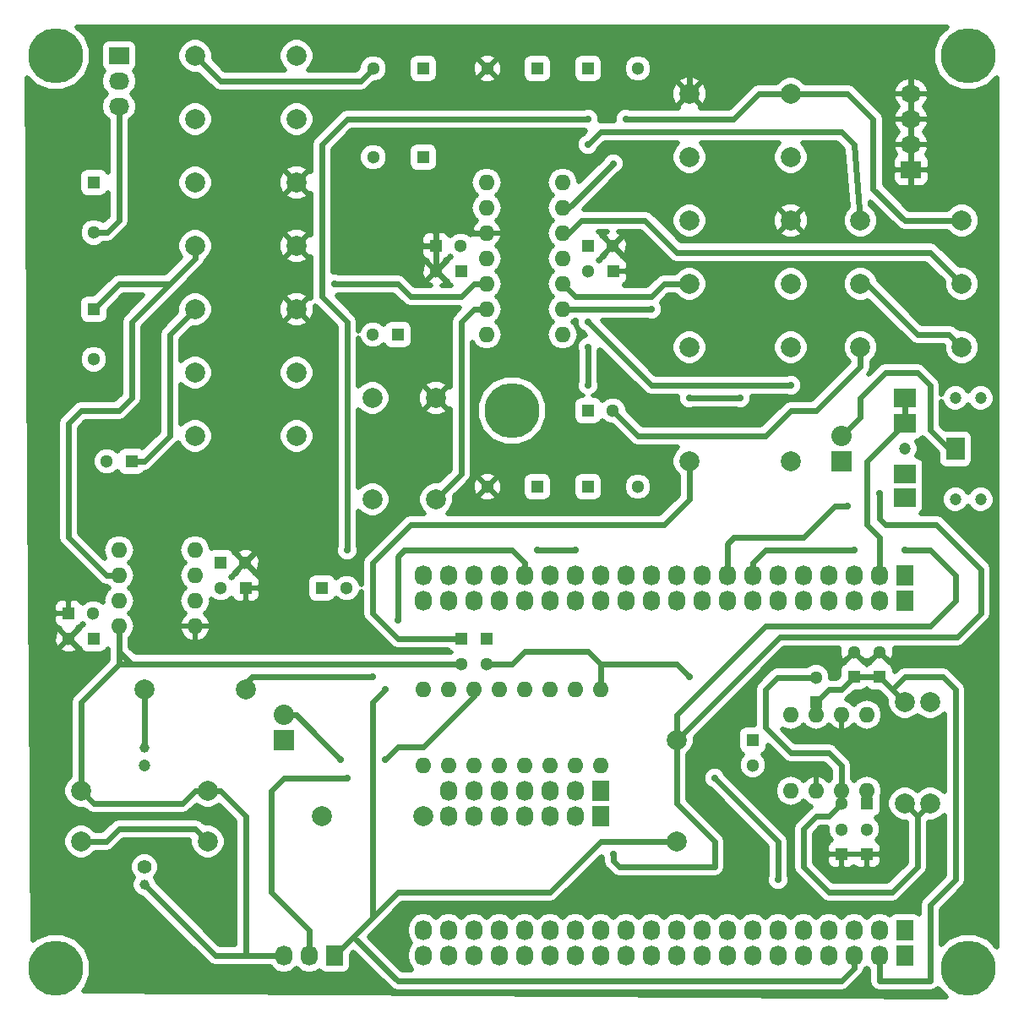
<source format=gtl>
G04 #@! TF.FileFunction,Copper,L1,Top,Signal*
%FSLAX46Y46*%
G04 Gerber Fmt 4.6, Leading zero omitted, Abs format (unit mm)*
G04 Created by KiCad (PCBNEW 4.0.2-stable) date 2016 November 09, Wednesday 18:18:30*
%MOMM*%
G01*
G04 APERTURE LIST*
%ADD10C,0.100000*%
%ADD11C,1.200000*%
%ADD12C,2.000000*%
%ADD13C,1.000000*%
%ADD14C,1.400000*%
%ADD15R,1.900000X2.300000*%
%ADD16R,2.300000X1.900000*%
%ADD17C,1.998980*%
%ADD18R,1.300000X1.300000*%
%ADD19C,1.300000*%
%ADD20O,1.600000X1.600000*%
%ADD21R,1.727200X2.032000*%
%ADD22O,1.727200X2.032000*%
%ADD23R,2.032000X1.727200*%
%ADD24O,2.032000X1.727200*%
%ADD25R,2.032000X2.032000*%
%ADD26O,2.032000X2.032000*%
%ADD27C,5.500000*%
%ADD28C,0.700000*%
%ADD29C,0.600000*%
%ADD30C,0.550000*%
G04 APERTURE END LIST*
D10*
D11*
X12700000Y-74930000D03*
D12*
X19050000Y-82550000D03*
X6350000Y-82550000D03*
X19050000Y-77470000D03*
X6350000Y-77470000D03*
D13*
X12700000Y-73152000D03*
X12700000Y-86868000D03*
D14*
X12700000Y-85090000D03*
D11*
X93980000Y-48260000D03*
X96520000Y-48260000D03*
X96520000Y-38100000D03*
X88900000Y-43180000D03*
X93980000Y-38100000D03*
D15*
X93980000Y-43180000D03*
D16*
X88900000Y-40640000D03*
X88900000Y-38100000D03*
X88900000Y-45720000D03*
X88900000Y-48059340D03*
D17*
X12700000Y-67310000D03*
X22860000Y-67310000D03*
X77470000Y-44450000D03*
X67310000Y-44450000D03*
D18*
X85090000Y-83820000D03*
D19*
X85090000Y-81320000D03*
D18*
X86360000Y-66040000D03*
D19*
X86360000Y-63540000D03*
D18*
X83820000Y-66040000D03*
D19*
X83820000Y-63540000D03*
D18*
X82550000Y-83820000D03*
D19*
X82550000Y-81320000D03*
D18*
X73660000Y-72390000D03*
D19*
X73660000Y-74890000D03*
D18*
X80010000Y-68580000D03*
D19*
X80010000Y-66080000D03*
D18*
X85090000Y-78740000D03*
D19*
X82590000Y-78740000D03*
D17*
X88900000Y-68580000D03*
X88900000Y-78740000D03*
X91440000Y-78740000D03*
X91440000Y-68580000D03*
D18*
X44450000Y-62230000D03*
D19*
X44450000Y-64730000D03*
D18*
X46990000Y-62230000D03*
D19*
X46990000Y-64730000D03*
D17*
X30480000Y-80010000D03*
X40640000Y-80010000D03*
D18*
X30480000Y-57150000D03*
D19*
X32980000Y-57150000D03*
D17*
X84455000Y-20320000D03*
X94615000Y-20320000D03*
X77470000Y-7620000D03*
X67310000Y-7620000D03*
D18*
X57150000Y-5080000D03*
D19*
X62150000Y-5080000D03*
D18*
X52070000Y-5080000D03*
D19*
X47070000Y-5080000D03*
D17*
X84455000Y-26670000D03*
X94615000Y-26670000D03*
X94615000Y-33020000D03*
X84455000Y-33020000D03*
D18*
X57150000Y-39370000D03*
D19*
X59650000Y-39370000D03*
D17*
X67310000Y-13970000D03*
X77470000Y-13970000D03*
D18*
X52070000Y-46990000D03*
D19*
X47070000Y-46990000D03*
D18*
X57150000Y-46990000D03*
D19*
X62150000Y-46990000D03*
D17*
X67310000Y-26670000D03*
X77470000Y-26670000D03*
X77470000Y-33020000D03*
X67310000Y-33020000D03*
D18*
X38100000Y-31750000D03*
D19*
X35600000Y-31750000D03*
D17*
X35560000Y-38100000D03*
X35560000Y-48260000D03*
X67310000Y-20320000D03*
X77470000Y-20320000D03*
X41910000Y-48260000D03*
X41910000Y-38100000D03*
X17780000Y-29210000D03*
X27940000Y-29210000D03*
D18*
X11430000Y-44450000D03*
D19*
X8930000Y-44450000D03*
D18*
X44450000Y-25400000D03*
D19*
X41950000Y-25400000D03*
D18*
X41910000Y-22860000D03*
D19*
X44410000Y-22860000D03*
D18*
X59690000Y-25400000D03*
D19*
X57190000Y-25400000D03*
D18*
X57150000Y-22860000D03*
D19*
X59650000Y-22860000D03*
D17*
X17780000Y-35560000D03*
X27940000Y-35560000D03*
X27940000Y-41910000D03*
X17780000Y-41910000D03*
D18*
X20320000Y-54610000D03*
D19*
X22820000Y-54610000D03*
D18*
X22860000Y-57150000D03*
D19*
X20360000Y-57150000D03*
D18*
X7620000Y-62230000D03*
D19*
X5120000Y-62230000D03*
D18*
X5080000Y-59690000D03*
D19*
X7580000Y-59690000D03*
D20*
X10160000Y-53340000D03*
X10160000Y-55880000D03*
X10160000Y-58420000D03*
X10160000Y-60960000D03*
X17780000Y-60960000D03*
X17780000Y-58420000D03*
X17780000Y-55880000D03*
X17780000Y-53340000D03*
D17*
X17780000Y-16510000D03*
X27940000Y-16510000D03*
X17780000Y-22860000D03*
X27940000Y-22860000D03*
D18*
X7620000Y-16510000D03*
D19*
X7620000Y-21510000D03*
D18*
X7620000Y-29210000D03*
D19*
X7620000Y-34210000D03*
D18*
X40640000Y-5080000D03*
D19*
X35640000Y-5080000D03*
D18*
X40640000Y-13970000D03*
D19*
X35640000Y-13970000D03*
D20*
X46990000Y-16510000D03*
X46990000Y-19050000D03*
X46990000Y-21590000D03*
X46990000Y-24130000D03*
X46990000Y-26670000D03*
X46990000Y-29210000D03*
X46990000Y-31750000D03*
X54610000Y-31750000D03*
X54610000Y-29210000D03*
X54610000Y-26670000D03*
X54610000Y-24130000D03*
X54610000Y-21590000D03*
X54610000Y-19050000D03*
X54610000Y-16510000D03*
X77470000Y-77470000D03*
X80010000Y-77470000D03*
X82550000Y-77470000D03*
X85090000Y-77470000D03*
X85090000Y-69850000D03*
X82550000Y-69850000D03*
X80010000Y-69850000D03*
X77470000Y-69850000D03*
D21*
X31750000Y-93980000D03*
D22*
X29210000Y-93980000D03*
X26670000Y-93980000D03*
D21*
X88900000Y-55880000D03*
D22*
X86360000Y-55880000D03*
X83820000Y-55880000D03*
X81280000Y-55880000D03*
X78740000Y-55880000D03*
X76200000Y-55880000D03*
X73660000Y-55880000D03*
X71120000Y-55880000D03*
X68580000Y-55880000D03*
X66040000Y-55880000D03*
X63500000Y-55880000D03*
X60960000Y-55880000D03*
X58420000Y-55880000D03*
X55880000Y-55880000D03*
X53340000Y-55880000D03*
X50800000Y-55880000D03*
X48260000Y-55880000D03*
X45720000Y-55880000D03*
X43180000Y-55880000D03*
X40640000Y-55880000D03*
D21*
X88900000Y-58420000D03*
D22*
X86360000Y-58420000D03*
X83820000Y-58420000D03*
X81280000Y-58420000D03*
X78740000Y-58420000D03*
X76200000Y-58420000D03*
X73660000Y-58420000D03*
X71120000Y-58420000D03*
X68580000Y-58420000D03*
X66040000Y-58420000D03*
X63500000Y-58420000D03*
X60960000Y-58420000D03*
X58420000Y-58420000D03*
X55880000Y-58420000D03*
X53340000Y-58420000D03*
X50800000Y-58420000D03*
X48260000Y-58420000D03*
X45720000Y-58420000D03*
X43180000Y-58420000D03*
X40640000Y-58420000D03*
D20*
X40640000Y-74930000D03*
X43180000Y-74930000D03*
X45720000Y-74930000D03*
X48260000Y-74930000D03*
X50800000Y-74930000D03*
X53340000Y-74930000D03*
X55880000Y-74930000D03*
X58420000Y-74930000D03*
X58420000Y-67310000D03*
X55880000Y-67310000D03*
X53340000Y-67310000D03*
X50800000Y-67310000D03*
X48260000Y-67310000D03*
X45720000Y-67310000D03*
X43180000Y-67310000D03*
X40640000Y-67310000D03*
D21*
X58420000Y-77470000D03*
D22*
X55880000Y-77470000D03*
X53340000Y-77470000D03*
X50800000Y-77470000D03*
X48260000Y-77470000D03*
X45720000Y-77470000D03*
X43180000Y-77470000D03*
D21*
X58420000Y-80010000D03*
D22*
X55880000Y-80010000D03*
X53340000Y-80010000D03*
X50800000Y-80010000D03*
X48260000Y-80010000D03*
X45720000Y-80010000D03*
X43180000Y-80010000D03*
D21*
X88900000Y-91440000D03*
D22*
X86360000Y-91440000D03*
X83820000Y-91440000D03*
X81280000Y-91440000D03*
X78740000Y-91440000D03*
X76200000Y-91440000D03*
X73660000Y-91440000D03*
X71120000Y-91440000D03*
X68580000Y-91440000D03*
X66040000Y-91440000D03*
X63500000Y-91440000D03*
X60960000Y-91440000D03*
X58420000Y-91440000D03*
X55880000Y-91440000D03*
X53340000Y-91440000D03*
X50800000Y-91440000D03*
X48260000Y-91440000D03*
X45720000Y-91440000D03*
X43180000Y-91440000D03*
X40640000Y-91440000D03*
D21*
X88900000Y-93980000D03*
D22*
X86360000Y-93980000D03*
X83820000Y-93980000D03*
X81280000Y-93980000D03*
X78740000Y-93980000D03*
X76200000Y-93980000D03*
X73660000Y-93980000D03*
X71120000Y-93980000D03*
X68580000Y-93980000D03*
X66040000Y-93980000D03*
X63500000Y-93980000D03*
X60960000Y-93980000D03*
X58420000Y-93980000D03*
X55880000Y-93980000D03*
X53340000Y-93980000D03*
X50800000Y-93980000D03*
X48260000Y-93980000D03*
X45720000Y-93980000D03*
X43180000Y-93980000D03*
X40640000Y-93980000D03*
D23*
X10160000Y-3810000D03*
D24*
X10160000Y-6350000D03*
X10160000Y-8890000D03*
D17*
X17780000Y-10160000D03*
X27940000Y-10160000D03*
X27940000Y-3810000D03*
X17780000Y-3810000D03*
D25*
X82550000Y-44450000D03*
D26*
X82550000Y-41910000D03*
D17*
X66040000Y-72390000D03*
X66040000Y-82550000D03*
D25*
X26670000Y-72390000D03*
D26*
X26670000Y-69850000D03*
D23*
X89535000Y-15240000D03*
D24*
X89535000Y-12700000D03*
X89535000Y-10160000D03*
X89535000Y-7620000D03*
D27*
X49530000Y-39370000D03*
X95250000Y-95250000D03*
X95250000Y-3810000D03*
X3810000Y-95250000D03*
X3810000Y-3810000D03*
D28*
X32385000Y-74295000D03*
X36830000Y-74295000D03*
X67310000Y-66040000D03*
X77470000Y-36830000D03*
X57150000Y-30480000D03*
X31750000Y-20320000D03*
X31750000Y-26670000D03*
X57150000Y-36830000D03*
X57150000Y-33020000D03*
X72390000Y-38100000D03*
X67310000Y-38100000D03*
X36830000Y-67310000D03*
X57150000Y-12700000D03*
X57150000Y-10160000D03*
X33020000Y-53340000D03*
X76200000Y-86360000D03*
X83820000Y-53340000D03*
X88900000Y-53340000D03*
X86360000Y-47625000D03*
X83185000Y-48895000D03*
X59690000Y-83820000D03*
X52070000Y-53340000D03*
X55880000Y-53340000D03*
X35560000Y-66040000D03*
X38100000Y-60325000D03*
X63500000Y-29210000D03*
X59690000Y-14605000D03*
X60960000Y-10160000D03*
X33020000Y-76200000D03*
X69850000Y-76200000D03*
D29*
X15240000Y-26670000D02*
X11430000Y-30480000D01*
X11430000Y-30480000D02*
X11430000Y-38100000D01*
X11430000Y-38100000D02*
X10160000Y-39370000D01*
X10160000Y-39370000D02*
X6350000Y-39370000D01*
X6350000Y-39370000D02*
X5080000Y-40640000D01*
X5080000Y-40640000D02*
X5080000Y-52070000D01*
X5080000Y-52070000D02*
X8890000Y-55880000D01*
X8890000Y-55880000D02*
X10160000Y-55880000D01*
X17780000Y-22860000D02*
X17780000Y-24130000D01*
X10160000Y-26670000D02*
X7620000Y-29210000D01*
X15240000Y-26670000D02*
X10160000Y-26670000D01*
X17780000Y-24130000D02*
X15240000Y-26670000D01*
X7620000Y-21510000D02*
X8970000Y-21510000D01*
X10160000Y-20320000D02*
X10160000Y-8890000D01*
X8970000Y-21510000D02*
X10160000Y-20320000D01*
X34370000Y-6350000D02*
X35640000Y-5080000D01*
X20320000Y-6350000D02*
X34370000Y-6350000D01*
X17780000Y-3810000D02*
X20320000Y-6350000D01*
X45720000Y-67310000D02*
X45720000Y-67945000D01*
X45720000Y-67945000D02*
X40640000Y-73025000D01*
X27940000Y-69850000D02*
X26670000Y-69850000D01*
X29845000Y-71755000D02*
X27940000Y-69850000D01*
X32385000Y-74295000D02*
X29845000Y-71755000D01*
X38100000Y-73025000D02*
X36830000Y-74295000D01*
X40640000Y-73025000D02*
X38100000Y-73025000D01*
X84455000Y-40005000D02*
X82550000Y-41910000D01*
X84455000Y-38100000D02*
X84455000Y-40005000D01*
X86995000Y-35560000D02*
X84455000Y-38100000D01*
X90170000Y-35560000D02*
X86995000Y-35560000D01*
X91440000Y-36830000D02*
X90170000Y-35560000D01*
X91440000Y-41275000D02*
X91440000Y-36830000D01*
X93345000Y-43180000D02*
X91440000Y-41275000D01*
X93980000Y-43180000D02*
X93345000Y-43180000D01*
X58420000Y-64770000D02*
X66040000Y-64770000D01*
X66040000Y-64770000D02*
X67310000Y-66040000D01*
X10160000Y-63500000D02*
X10160000Y-64690000D01*
X10160000Y-64690000D02*
X10200000Y-64730000D01*
X6350000Y-77470000D02*
X6350000Y-68580000D01*
X6350000Y-68580000D02*
X10200000Y-64730000D01*
X10200000Y-64730000D02*
X11390000Y-64730000D01*
X19050000Y-77470000D02*
X17780000Y-77470000D01*
X7620000Y-78740000D02*
X6350000Y-77470000D01*
X16510000Y-78740000D02*
X7620000Y-78740000D01*
X17780000Y-77470000D02*
X16510000Y-78740000D01*
X19050000Y-77470000D02*
X20320000Y-77470000D01*
X22860000Y-80010000D02*
X22860000Y-93980000D01*
X20320000Y-77470000D02*
X22860000Y-80010000D01*
X26670000Y-93980000D02*
X22860000Y-93980000D01*
X22860000Y-93980000D02*
X19812000Y-93980000D01*
X19812000Y-93980000D02*
X12700000Y-86868000D01*
X63500000Y-36830000D02*
X77470000Y-36830000D01*
X57150000Y-30480000D02*
X63500000Y-36830000D01*
X46990000Y-64730000D02*
X49570000Y-64730000D01*
X58420000Y-64770000D02*
X58420000Y-67310000D01*
X57150000Y-63500000D02*
X58420000Y-64770000D01*
X50800000Y-63500000D02*
X57150000Y-63500000D01*
X49570000Y-64730000D02*
X50800000Y-63500000D01*
X10160000Y-60960000D02*
X10160000Y-63500000D01*
X10160000Y-63500000D02*
X11390000Y-64730000D01*
X11390000Y-64730000D02*
X44450000Y-64730000D01*
X45720000Y-21590000D02*
X46990000Y-21590000D01*
X44450000Y-20320000D02*
X45720000Y-21590000D01*
X41910000Y-20320000D02*
X44450000Y-20320000D01*
X41910000Y-22860000D02*
X41910000Y-20320000D01*
X41910000Y-22860000D02*
X41910000Y-25360000D01*
X41910000Y-25360000D02*
X41950000Y-25400000D01*
X34290000Y-22860000D02*
X41910000Y-22860000D01*
X31750000Y-20320000D02*
X34290000Y-22860000D01*
X47070000Y-5080000D02*
X47070000Y-5000000D01*
X47070000Y-5000000D02*
X49530000Y-2540000D01*
X49530000Y-2540000D02*
X66040000Y-2540000D01*
X66040000Y-2540000D02*
X67310000Y-3810000D01*
X67310000Y-3810000D02*
X67310000Y-7620000D01*
X87630000Y-67310000D02*
X88900000Y-66040000D01*
X86360000Y-96520000D02*
X86360000Y-93980000D01*
X91440000Y-96520000D02*
X86360000Y-96520000D01*
X91440000Y-88900000D02*
X91440000Y-96520000D01*
X93980000Y-86360000D02*
X91440000Y-88900000D01*
X93980000Y-67310000D02*
X93980000Y-86360000D01*
X92710000Y-66040000D02*
X93980000Y-67310000D01*
X88900000Y-66040000D02*
X92710000Y-66040000D01*
X86360000Y-66040000D02*
X87630000Y-67310000D01*
X87630000Y-67310000D02*
X88900000Y-68580000D01*
X83820000Y-66040000D02*
X86360000Y-66040000D01*
X82550000Y-67310000D02*
X83820000Y-66040000D01*
X81280000Y-67310000D02*
X82550000Y-67310000D01*
X80010000Y-68580000D02*
X81280000Y-67310000D01*
X80010000Y-69850000D02*
X80010000Y-68580000D01*
X38100000Y-26670000D02*
X39370000Y-27940000D01*
X31750000Y-26670000D02*
X38100000Y-26670000D01*
X45720000Y-26670000D02*
X46990000Y-26670000D01*
X44450000Y-27940000D02*
X45720000Y-26670000D01*
X39370000Y-27940000D02*
X44450000Y-27940000D01*
X11430000Y-44450000D02*
X12700000Y-44450000D01*
X15240000Y-31750000D02*
X17780000Y-29210000D01*
X15240000Y-41910000D02*
X15240000Y-31750000D01*
X12700000Y-44450000D02*
X15240000Y-41910000D01*
X54610000Y-26670000D02*
X55880000Y-27940000D01*
X64770000Y-26670000D02*
X67310000Y-26670000D01*
X63500000Y-27940000D02*
X64770000Y-26670000D01*
X55880000Y-27940000D02*
X63500000Y-27940000D01*
X57150000Y-33020000D02*
X57150000Y-36830000D01*
X67310000Y-38100000D02*
X72390000Y-38100000D01*
X54610000Y-21590000D02*
X55245000Y-21590000D01*
X55245000Y-21590000D02*
X56515000Y-20320000D01*
X91440000Y-23495000D02*
X94615000Y-26670000D01*
X66040000Y-23495000D02*
X91440000Y-23495000D01*
X62865000Y-20320000D02*
X66040000Y-23495000D01*
X56515000Y-20320000D02*
X62865000Y-20320000D01*
X62190000Y-41910000D02*
X59650000Y-39370000D01*
X74930000Y-41910000D02*
X62190000Y-41910000D01*
X77470000Y-39370000D02*
X74930000Y-41910000D01*
X80010000Y-39370000D02*
X77470000Y-39370000D01*
X84455000Y-34925000D02*
X80010000Y-39370000D01*
X84455000Y-33020000D02*
X84455000Y-34925000D01*
X84455000Y-33020000D02*
X84455000Y-33020000D01*
X66040000Y-82550000D02*
X58420000Y-82550000D01*
X58420000Y-82550000D02*
X53340000Y-87630000D01*
X67310000Y-44450000D02*
X67310000Y-48260000D01*
X38100000Y-62230000D02*
X44450000Y-62230000D01*
X35560000Y-59690000D02*
X38100000Y-62230000D01*
X35560000Y-54610000D02*
X35560000Y-59690000D01*
X39370000Y-50800000D02*
X35560000Y-54610000D01*
X64770000Y-50800000D02*
X39370000Y-50800000D01*
X67310000Y-48260000D02*
X64770000Y-50800000D01*
X83820000Y-93980000D02*
X83820000Y-95250000D01*
X33655000Y-92075000D02*
X33020000Y-92710000D01*
X38100000Y-96520000D02*
X33655000Y-92075000D01*
X82550000Y-96520000D02*
X38100000Y-96520000D01*
X83820000Y-95250000D02*
X82550000Y-96520000D01*
X35560000Y-90170000D02*
X33020000Y-92710000D01*
X33020000Y-92710000D02*
X31750000Y-93980000D01*
X35560000Y-68580000D02*
X35560000Y-90170000D01*
X36830000Y-67310000D02*
X35560000Y-68580000D01*
X38100000Y-87630000D02*
X35560000Y-90170000D01*
X53340000Y-87630000D02*
X38100000Y-87630000D01*
X84455000Y-20320000D02*
X83820000Y-12700000D01*
X58420000Y-11430000D02*
X57150000Y-12700000D01*
X82550000Y-11430000D02*
X58420000Y-11430000D01*
X83820000Y-12700000D02*
X82550000Y-11430000D01*
X33020000Y-10160000D02*
X57150000Y-10160000D01*
X30480000Y-12700000D02*
X33020000Y-10160000D01*
X30480000Y-27940000D02*
X30480000Y-12700000D01*
X33020000Y-30480000D02*
X30480000Y-27940000D01*
X33020000Y-53340000D02*
X33020000Y-30480000D01*
X84455000Y-26670000D02*
X85090000Y-26670000D01*
X85090000Y-26670000D02*
X90170000Y-31750000D01*
X93345000Y-31750000D02*
X94615000Y-33020000D01*
X90170000Y-31750000D02*
X93345000Y-31750000D01*
X90170000Y-80010000D02*
X91440000Y-78740000D01*
X82590000Y-78740000D02*
X82550000Y-78740000D01*
X82550000Y-78740000D02*
X81280000Y-80010000D01*
X90170000Y-80010000D02*
X88900000Y-78740000D01*
X90170000Y-85090000D02*
X90170000Y-80010000D01*
X87630000Y-87630000D02*
X90170000Y-85090000D01*
X81280000Y-87630000D02*
X87630000Y-87630000D01*
X78740000Y-85090000D02*
X81280000Y-87630000D01*
X78740000Y-81280000D02*
X78740000Y-85090000D01*
X80010000Y-80010000D02*
X78740000Y-81280000D01*
X81280000Y-80010000D02*
X80010000Y-80010000D01*
X80010000Y-66080000D02*
X76160000Y-66080000D01*
X82550000Y-74930000D02*
X82550000Y-77470000D01*
X81280000Y-73660000D02*
X82550000Y-74930000D01*
X77470000Y-73660000D02*
X81280000Y-73660000D01*
X74930000Y-71120000D02*
X77470000Y-73660000D01*
X74930000Y-67310000D02*
X74930000Y-71120000D01*
X76160000Y-66080000D02*
X74930000Y-67310000D01*
X88900000Y-38100000D02*
X88900000Y-40640000D01*
X88900000Y-40640000D02*
X85090000Y-44450000D01*
X85090000Y-44450000D02*
X85090000Y-50800000D01*
X85090000Y-50800000D02*
X86360000Y-52070000D01*
X86360000Y-52070000D02*
X86360000Y-55880000D01*
X76200000Y-82550000D02*
X76200000Y-86360000D01*
X69850000Y-76200000D02*
X76200000Y-82550000D01*
X6350000Y-82550000D02*
X8890000Y-82550000D01*
X17780000Y-81280000D02*
X19050000Y-82550000D01*
X10160000Y-81280000D02*
X17780000Y-81280000D01*
X8890000Y-82550000D02*
X10160000Y-81280000D01*
X73660000Y-55880000D02*
X73660000Y-54610000D01*
X73660000Y-54610000D02*
X74930000Y-53340000D01*
X74930000Y-53340000D02*
X83820000Y-53340000D01*
X88900000Y-53340000D02*
X91440000Y-53340000D01*
X91440000Y-53340000D02*
X93980000Y-55880000D01*
X93980000Y-55880000D02*
X93980000Y-58420000D01*
X93980000Y-58420000D02*
X91440000Y-60960000D01*
X91440000Y-60960000D02*
X74930000Y-60960000D01*
X74930000Y-60960000D02*
X66040000Y-69850000D01*
X71120000Y-55880000D02*
X71120000Y-52705000D01*
X76369998Y-62060002D02*
X66040000Y-72390000D01*
X94149998Y-62060002D02*
X76369998Y-62060002D01*
X96520000Y-59690000D02*
X94149998Y-62060002D01*
X96520000Y-55245000D02*
X96520000Y-59690000D01*
X92075000Y-50800000D02*
X96520000Y-55245000D01*
X86995000Y-50800000D02*
X92075000Y-50800000D01*
X86360000Y-50165000D02*
X86995000Y-50800000D01*
X86360000Y-47625000D02*
X86360000Y-50165000D01*
X81915000Y-48895000D02*
X83185000Y-48895000D01*
X78740000Y-52070000D02*
X81915000Y-48895000D01*
X71755000Y-52070000D02*
X78740000Y-52070000D01*
X71120000Y-52705000D02*
X71755000Y-52070000D01*
X66040000Y-72390000D02*
X66040000Y-78740000D01*
X59690000Y-84455000D02*
X59690000Y-83820000D01*
X60325000Y-85090000D02*
X59690000Y-84455000D01*
X69850000Y-85090000D02*
X60325000Y-85090000D01*
X69850000Y-82550000D02*
X69850000Y-85090000D01*
X66040000Y-78740000D02*
X69850000Y-82550000D01*
X66040000Y-69850000D02*
X66040000Y-72390000D01*
X52070000Y-53340000D02*
X55880000Y-53340000D01*
X50800000Y-55880000D02*
X50800000Y-54610000D01*
X23495000Y-66040000D02*
X22860000Y-66675000D01*
X35560000Y-66040000D02*
X23495000Y-66040000D01*
X38100000Y-53975000D02*
X38100000Y-60325000D01*
X38735000Y-53340000D02*
X38100000Y-53975000D01*
X49530000Y-53340000D02*
X38735000Y-53340000D01*
X50800000Y-54610000D02*
X49530000Y-53340000D01*
X22860000Y-66675000D02*
X22860000Y-67310000D01*
X46990000Y-29210000D02*
X45720000Y-29210000D01*
X44450000Y-45720000D02*
X41910000Y-48260000D01*
X44450000Y-30480000D02*
X44450000Y-45720000D01*
X45720000Y-29210000D02*
X44450000Y-30480000D01*
X54610000Y-29210000D02*
X63500000Y-29210000D01*
X54610000Y-19050000D02*
X55245000Y-19050000D01*
X55245000Y-19050000D02*
X59690000Y-14605000D01*
X60960000Y-10160000D02*
X71755000Y-10160000D01*
X71755000Y-10160000D02*
X74295000Y-7620000D01*
X74295000Y-7620000D02*
X77470000Y-7620000D01*
X94615000Y-20320000D02*
X88900000Y-20320000D01*
X83185000Y-7620000D02*
X77470000Y-7620000D01*
X85725000Y-10160000D02*
X83185000Y-7620000D01*
X85725000Y-17145000D02*
X85725000Y-10160000D01*
X88900000Y-20320000D02*
X85725000Y-17145000D01*
X12700000Y-67310000D02*
X12700000Y-73152000D01*
X29210000Y-91440000D02*
X29210000Y-93980000D01*
X25400000Y-87630000D02*
X29210000Y-91440000D01*
X25400000Y-77470000D02*
X25400000Y-87630000D01*
X26670000Y-76200000D02*
X25400000Y-77470000D01*
X33020000Y-76200000D02*
X26670000Y-76200000D01*
D30*
G36*
X92221030Y-1782281D02*
X91675622Y-3095769D01*
X91674381Y-4517992D01*
X92217496Y-5832429D01*
X93222281Y-6838970D01*
X94535769Y-7384378D01*
X95957992Y-7385619D01*
X97272429Y-6842504D01*
X98150000Y-5966464D01*
X98150000Y-93094836D01*
X97277719Y-92221030D01*
X95964231Y-91675622D01*
X94542008Y-91674381D01*
X93227571Y-92217496D01*
X92565000Y-92878911D01*
X92565000Y-89365990D01*
X94775495Y-87155495D01*
X95019364Y-86790519D01*
X95105000Y-86360000D01*
X95105000Y-67310000D01*
X95019364Y-66879481D01*
X94775495Y-66514505D01*
X93505495Y-65244505D01*
X93379799Y-65160518D01*
X93140519Y-65000636D01*
X92710000Y-64915000D01*
X88900000Y-64915000D01*
X88469481Y-65000636D01*
X88104505Y-65244505D01*
X87851162Y-65497848D01*
X87851162Y-65390000D01*
X87793636Y-65084273D01*
X87612951Y-64803482D01*
X87337259Y-64615110D01*
X87276141Y-64602733D01*
X87286941Y-64502297D01*
X86360000Y-63575355D01*
X85433059Y-64502297D01*
X85443456Y-64598991D01*
X85404273Y-64606364D01*
X85123482Y-64787049D01*
X85092013Y-64833105D01*
X85072951Y-64803482D01*
X84797259Y-64615110D01*
X84736141Y-64602733D01*
X84746941Y-64502297D01*
X83820000Y-63575355D01*
X82893059Y-64502297D01*
X82903456Y-64598991D01*
X82864273Y-64606364D01*
X82583482Y-64787049D01*
X82395110Y-65062741D01*
X82328838Y-65390000D01*
X82328838Y-65940172D01*
X82084010Y-66185000D01*
X81484909Y-66185000D01*
X81485256Y-65787892D01*
X81261173Y-65245571D01*
X80846611Y-64830285D01*
X80304683Y-64605257D01*
X79717892Y-64604744D01*
X79175571Y-64828827D01*
X79049178Y-64955000D01*
X76160000Y-64955000D01*
X75729481Y-65040636D01*
X75424369Y-65244505D01*
X75364505Y-65284505D01*
X74134505Y-66514505D01*
X73890636Y-66879481D01*
X73805000Y-67310000D01*
X73805000Y-70898838D01*
X73010000Y-70898838D01*
X72704273Y-70956364D01*
X72423482Y-71137049D01*
X72235110Y-71412741D01*
X72168838Y-71740000D01*
X72168838Y-73040000D01*
X72226364Y-73345727D01*
X72407049Y-73626518D01*
X72662829Y-73801285D01*
X72410285Y-74053389D01*
X72185257Y-74595317D01*
X72184744Y-75182108D01*
X72408827Y-75724429D01*
X72823389Y-76139715D01*
X73365317Y-76364743D01*
X73952108Y-76365256D01*
X74494429Y-76141173D01*
X74909715Y-75726611D01*
X75134743Y-75184683D01*
X75135256Y-74597892D01*
X74911173Y-74055571D01*
X74654644Y-73798594D01*
X74896518Y-73642951D01*
X75084890Y-73367259D01*
X75151162Y-73040000D01*
X75151162Y-72932152D01*
X76674505Y-74455495D01*
X77039481Y-74699364D01*
X77470000Y-74785000D01*
X80814010Y-74785000D01*
X81425000Y-75395990D01*
X81425000Y-76273046D01*
X81400951Y-76289115D01*
X81299133Y-76441497D01*
X80974206Y-76100352D01*
X80376669Y-75835625D01*
X80296691Y-75819718D01*
X80035000Y-76013965D01*
X80035000Y-77445000D01*
X80055000Y-77445000D01*
X80055000Y-77495000D01*
X80035000Y-77495000D01*
X80035000Y-77515000D01*
X79985000Y-77515000D01*
X79985000Y-77495000D01*
X79965000Y-77495000D01*
X79965000Y-77445000D01*
X79985000Y-77445000D01*
X79985000Y-76013965D01*
X79723309Y-75819718D01*
X79643331Y-75835625D01*
X79045794Y-76100352D01*
X78720867Y-76441497D01*
X78619049Y-76289115D01*
X78091861Y-75936860D01*
X77470000Y-75813164D01*
X76848139Y-75936860D01*
X76320951Y-76289115D01*
X75968696Y-76816303D01*
X75845000Y-77438164D01*
X75845000Y-77501836D01*
X75968696Y-78123697D01*
X76320951Y-78650885D01*
X76848139Y-79003140D01*
X77470000Y-79126836D01*
X78091861Y-79003140D01*
X78619049Y-78650885D01*
X78720867Y-78498503D01*
X79045794Y-78839648D01*
X79484583Y-79034045D01*
X79214505Y-79214505D01*
X77944505Y-80484505D01*
X77700636Y-80849481D01*
X77615000Y-81280000D01*
X77615000Y-85090000D01*
X77700636Y-85520519D01*
X77740380Y-85580000D01*
X77944505Y-85885495D01*
X80484505Y-88425495D01*
X80849481Y-88669364D01*
X81280000Y-88755000D01*
X87630000Y-88755000D01*
X88060519Y-88669364D01*
X88425495Y-88425495D01*
X90965495Y-85885495D01*
X91209364Y-85520519D01*
X91295000Y-85090000D01*
X91295000Y-80564364D01*
X91801321Y-80564806D01*
X92472140Y-80287629D01*
X92855000Y-79905438D01*
X92855000Y-85894010D01*
X90644505Y-88104505D01*
X90400636Y-88469481D01*
X90315000Y-88900000D01*
X90315000Y-89802259D01*
X90090859Y-89649110D01*
X89763600Y-89582838D01*
X88036400Y-89582838D01*
X87730673Y-89640364D01*
X87449882Y-89821049D01*
X87371598Y-89935621D01*
X87006199Y-89691470D01*
X86360000Y-89562933D01*
X85713801Y-89691470D01*
X85165979Y-90057512D01*
X85090000Y-90171223D01*
X85014021Y-90057512D01*
X84466199Y-89691470D01*
X83820000Y-89562933D01*
X83173801Y-89691470D01*
X82625979Y-90057512D01*
X82550000Y-90171223D01*
X82474021Y-90057512D01*
X81926199Y-89691470D01*
X81280000Y-89562933D01*
X80633801Y-89691470D01*
X80085979Y-90057512D01*
X80010000Y-90171223D01*
X79934021Y-90057512D01*
X79386199Y-89691470D01*
X78740000Y-89562933D01*
X78093801Y-89691470D01*
X77545979Y-90057512D01*
X77470000Y-90171223D01*
X77394021Y-90057512D01*
X76846199Y-89691470D01*
X76200000Y-89562933D01*
X75553801Y-89691470D01*
X75005979Y-90057512D01*
X74930000Y-90171223D01*
X74854021Y-90057512D01*
X74306199Y-89691470D01*
X73660000Y-89562933D01*
X73013801Y-89691470D01*
X72465979Y-90057512D01*
X72390000Y-90171223D01*
X72314021Y-90057512D01*
X71766199Y-89691470D01*
X71120000Y-89562933D01*
X70473801Y-89691470D01*
X69925979Y-90057512D01*
X69850000Y-90171223D01*
X69774021Y-90057512D01*
X69226199Y-89691470D01*
X68580000Y-89562933D01*
X67933801Y-89691470D01*
X67385979Y-90057512D01*
X67310000Y-90171223D01*
X67234021Y-90057512D01*
X66686199Y-89691470D01*
X66040000Y-89562933D01*
X65393801Y-89691470D01*
X64845979Y-90057512D01*
X64770000Y-90171223D01*
X64694021Y-90057512D01*
X64146199Y-89691470D01*
X63500000Y-89562933D01*
X62853801Y-89691470D01*
X62305979Y-90057512D01*
X62230000Y-90171223D01*
X62154021Y-90057512D01*
X61606199Y-89691470D01*
X60960000Y-89562933D01*
X60313801Y-89691470D01*
X59765979Y-90057512D01*
X59690000Y-90171223D01*
X59614021Y-90057512D01*
X59066199Y-89691470D01*
X58420000Y-89562933D01*
X57773801Y-89691470D01*
X57225979Y-90057512D01*
X57150000Y-90171223D01*
X57074021Y-90057512D01*
X56526199Y-89691470D01*
X55880000Y-89562933D01*
X55233801Y-89691470D01*
X54685979Y-90057512D01*
X54610000Y-90171223D01*
X54534021Y-90057512D01*
X53986199Y-89691470D01*
X53340000Y-89562933D01*
X52693801Y-89691470D01*
X52145979Y-90057512D01*
X52070000Y-90171223D01*
X51994021Y-90057512D01*
X51446199Y-89691470D01*
X50800000Y-89562933D01*
X50153801Y-89691470D01*
X49605979Y-90057512D01*
X49530000Y-90171223D01*
X49454021Y-90057512D01*
X48906199Y-89691470D01*
X48260000Y-89562933D01*
X47613801Y-89691470D01*
X47065979Y-90057512D01*
X46990000Y-90171223D01*
X46914021Y-90057512D01*
X46366199Y-89691470D01*
X45720000Y-89562933D01*
X45073801Y-89691470D01*
X44525979Y-90057512D01*
X44450000Y-90171223D01*
X44374021Y-90057512D01*
X43826199Y-89691470D01*
X43180000Y-89562933D01*
X42533801Y-89691470D01*
X41985979Y-90057512D01*
X41910000Y-90171223D01*
X41834021Y-90057512D01*
X41286199Y-89691470D01*
X40640000Y-89562933D01*
X39993801Y-89691470D01*
X39445979Y-90057512D01*
X39079937Y-90605334D01*
X38951400Y-91251533D01*
X38951400Y-91628467D01*
X39079937Y-92274666D01*
X39370817Y-92710000D01*
X39079937Y-93145334D01*
X38951400Y-93791533D01*
X38951400Y-94168467D01*
X39079937Y-94814666D01*
X39445979Y-95362488D01*
X39494637Y-95395000D01*
X38565990Y-95395000D01*
X35245990Y-92075000D01*
X38565990Y-88755000D01*
X53340000Y-88755000D01*
X53770519Y-88669364D01*
X54135495Y-88425495D01*
X58514802Y-84046188D01*
X58514796Y-84052697D01*
X58565000Y-84174200D01*
X58565000Y-84455000D01*
X58650636Y-84885519D01*
X58884152Y-85235000D01*
X58894505Y-85250495D01*
X59529505Y-85885495D01*
X59894482Y-86129365D01*
X60325000Y-86215000D01*
X69850000Y-86215000D01*
X70280519Y-86129364D01*
X70645495Y-85885495D01*
X70889364Y-85520519D01*
X70975000Y-85090000D01*
X70975000Y-82550000D01*
X70889364Y-82119481D01*
X70645495Y-81754505D01*
X67165000Y-78274010D01*
X67165000Y-76432697D01*
X68674796Y-76432697D01*
X68853302Y-76864715D01*
X69183547Y-77195536D01*
X69304962Y-77245952D01*
X75075000Y-83015990D01*
X75075000Y-86005331D01*
X75025204Y-86125253D01*
X75024796Y-86592697D01*
X75203302Y-87024715D01*
X75533547Y-87355536D01*
X75965253Y-87534796D01*
X76432697Y-87535204D01*
X76864715Y-87356698D01*
X77195536Y-87026453D01*
X77374796Y-86594747D01*
X77375204Y-86127303D01*
X77325000Y-86005800D01*
X77325000Y-82550000D01*
X77239364Y-82119481D01*
X76995495Y-81754505D01*
X70896285Y-75655295D01*
X70846698Y-75535285D01*
X70516453Y-75204464D01*
X70084747Y-75025204D01*
X69617303Y-75024796D01*
X69185285Y-75203302D01*
X68854464Y-75533547D01*
X68675204Y-75965253D01*
X68674796Y-76432697D01*
X67165000Y-76432697D01*
X67165000Y-73844931D01*
X67585826Y-73424840D01*
X67864173Y-72754506D01*
X67864695Y-72156295D01*
X76835988Y-63185002D01*
X82309676Y-63185002D01*
X82302444Y-63201378D01*
X82288376Y-63807897D01*
X82507484Y-64373632D01*
X82547546Y-64433590D01*
X82857703Y-64466941D01*
X83784645Y-63540000D01*
X83770503Y-63525858D01*
X83805858Y-63490503D01*
X83820000Y-63504645D01*
X83834143Y-63490503D01*
X83869498Y-63525858D01*
X83855355Y-63540000D01*
X84782297Y-64466941D01*
X85090000Y-64433854D01*
X85397703Y-64466941D01*
X86324645Y-63540000D01*
X86310503Y-63525858D01*
X86345858Y-63490503D01*
X86360000Y-63504645D01*
X86374143Y-63490503D01*
X86409498Y-63525858D01*
X86395355Y-63540000D01*
X87322297Y-64466941D01*
X87632454Y-64433590D01*
X87877556Y-63878622D01*
X87891624Y-63272103D01*
X87857890Y-63185002D01*
X94149998Y-63185002D01*
X94580517Y-63099366D01*
X94945493Y-62855497D01*
X97315495Y-60485495D01*
X97441398Y-60297067D01*
X97559364Y-60120519D01*
X97645000Y-59690000D01*
X97645000Y-55245000D01*
X97559364Y-54814481D01*
X97315495Y-54449505D01*
X92870495Y-50004505D01*
X92505519Y-49760636D01*
X92075000Y-49675000D01*
X90539066Y-49675000D01*
X90636518Y-49612291D01*
X90824890Y-49336599D01*
X90891162Y-49009340D01*
X90891162Y-48542206D01*
X92554754Y-48542206D01*
X92771240Y-49066143D01*
X93171749Y-49467351D01*
X93695307Y-49684752D01*
X94262206Y-49685246D01*
X94786143Y-49468760D01*
X95187351Y-49068251D01*
X95249885Y-48917653D01*
X95311240Y-49066143D01*
X95711749Y-49467351D01*
X96235307Y-49684752D01*
X96802206Y-49685246D01*
X97326143Y-49468760D01*
X97727351Y-49068251D01*
X97944752Y-48544693D01*
X97945246Y-47977794D01*
X97728760Y-47453857D01*
X97328251Y-47052649D01*
X96804693Y-46835248D01*
X96237794Y-46834754D01*
X95713857Y-47051240D01*
X95312649Y-47451749D01*
X95250115Y-47602347D01*
X95188760Y-47453857D01*
X94788251Y-47052649D01*
X94264693Y-46835248D01*
X93697794Y-46834754D01*
X93173857Y-47051240D01*
X92772649Y-47451749D01*
X92555248Y-47975307D01*
X92554754Y-48542206D01*
X90891162Y-48542206D01*
X90891162Y-47109340D01*
X90848311Y-46881604D01*
X90891162Y-46670000D01*
X90891162Y-44770000D01*
X90833636Y-44464273D01*
X90652951Y-44183482D01*
X90377259Y-43995110D01*
X90125659Y-43944160D01*
X90324752Y-43464693D01*
X90325246Y-42897794D01*
X90126491Y-42416769D01*
X90355727Y-42373636D01*
X90636518Y-42192951D01*
X90689467Y-42115457D01*
X92188838Y-43614828D01*
X92188838Y-44330000D01*
X92246364Y-44635727D01*
X92427049Y-44916518D01*
X92702741Y-45104890D01*
X93030000Y-45171162D01*
X94930000Y-45171162D01*
X95235727Y-45113636D01*
X95516518Y-44932951D01*
X95704890Y-44657259D01*
X95771162Y-44330000D01*
X95771162Y-42030000D01*
X95713636Y-41724273D01*
X95532951Y-41443482D01*
X95257259Y-41255110D01*
X94930000Y-41188838D01*
X93030000Y-41188838D01*
X92958316Y-41202326D01*
X92565000Y-40809010D01*
X92565000Y-38407003D01*
X92771240Y-38906143D01*
X93171749Y-39307351D01*
X93695307Y-39524752D01*
X94262206Y-39525246D01*
X94786143Y-39308760D01*
X95187351Y-38908251D01*
X95249885Y-38757653D01*
X95311240Y-38906143D01*
X95711749Y-39307351D01*
X96235307Y-39524752D01*
X96802206Y-39525246D01*
X97326143Y-39308760D01*
X97727351Y-38908251D01*
X97944752Y-38384693D01*
X97945246Y-37817794D01*
X97728760Y-37293857D01*
X97328251Y-36892649D01*
X96804693Y-36675248D01*
X96237794Y-36674754D01*
X95713857Y-36891240D01*
X95312649Y-37291749D01*
X95250115Y-37442347D01*
X95188760Y-37293857D01*
X94788251Y-36892649D01*
X94264693Y-36675248D01*
X93697794Y-36674754D01*
X93173857Y-36891240D01*
X92772649Y-37291749D01*
X92565000Y-37791822D01*
X92565000Y-36830000D01*
X92479364Y-36399481D01*
X92235495Y-36034505D01*
X90965495Y-34764505D01*
X90600519Y-34520636D01*
X90170000Y-34435000D01*
X86995000Y-34435000D01*
X86564481Y-34520636D01*
X86199505Y-34764505D01*
X85264550Y-35699460D01*
X85494364Y-35355519D01*
X85580000Y-34925000D01*
X85580000Y-34474931D01*
X86000826Y-34054840D01*
X86279173Y-33384506D01*
X86279806Y-32658679D01*
X86002629Y-31987860D01*
X85489840Y-31474174D01*
X84819506Y-31195827D01*
X84093679Y-31195194D01*
X83422860Y-31472371D01*
X82909174Y-31985160D01*
X82630827Y-32655494D01*
X82630194Y-33381321D01*
X82907371Y-34052140D01*
X83321758Y-34467252D01*
X79544010Y-38245000D01*
X77470000Y-38245000D01*
X77039481Y-38330636D01*
X76674505Y-38574505D01*
X74464010Y-40785000D01*
X62655990Y-40785000D01*
X61125102Y-39254112D01*
X61125256Y-39077892D01*
X60901173Y-38535571D01*
X60486611Y-38120285D01*
X59944683Y-37895257D01*
X59357892Y-37894744D01*
X58815571Y-38118827D01*
X58558594Y-38375356D01*
X58402951Y-38133482D01*
X58127259Y-37945110D01*
X57800000Y-37878838D01*
X57688526Y-37878838D01*
X57814715Y-37826698D01*
X58145536Y-37496453D01*
X58324796Y-37064747D01*
X58325204Y-36597303D01*
X58275000Y-36475800D01*
X58275000Y-33374669D01*
X58324796Y-33254747D01*
X58324804Y-33245794D01*
X62704505Y-37625495D01*
X63069481Y-37869364D01*
X63500000Y-37955000D01*
X66135126Y-37955000D01*
X66134796Y-38332697D01*
X66313302Y-38764715D01*
X66643547Y-39095536D01*
X67075253Y-39274796D01*
X67542697Y-39275204D01*
X67664200Y-39225000D01*
X72035331Y-39225000D01*
X72155253Y-39274796D01*
X72622697Y-39275204D01*
X73054715Y-39096698D01*
X73385536Y-38766453D01*
X73564796Y-38334747D01*
X73565127Y-37955000D01*
X77115331Y-37955000D01*
X77235253Y-38004796D01*
X77702697Y-38005204D01*
X78134715Y-37826698D01*
X78465536Y-37496453D01*
X78644796Y-37064747D01*
X78645204Y-36597303D01*
X78466698Y-36165285D01*
X78136453Y-35834464D01*
X77704747Y-35655204D01*
X77237303Y-35654796D01*
X77115800Y-35705000D01*
X63965990Y-35705000D01*
X61642311Y-33381321D01*
X65485194Y-33381321D01*
X65762371Y-34052140D01*
X66275160Y-34565826D01*
X66945494Y-34844173D01*
X67671321Y-34844806D01*
X68342140Y-34567629D01*
X68855826Y-34054840D01*
X69134173Y-33384506D01*
X69134175Y-33381321D01*
X75645194Y-33381321D01*
X75922371Y-34052140D01*
X76435160Y-34565826D01*
X77105494Y-34844173D01*
X77831321Y-34844806D01*
X78502140Y-34567629D01*
X79015826Y-34054840D01*
X79294173Y-33384506D01*
X79294806Y-32658679D01*
X79017629Y-31987860D01*
X78504840Y-31474174D01*
X77834506Y-31195827D01*
X77108679Y-31195194D01*
X76437860Y-31472371D01*
X75924174Y-31985160D01*
X75645827Y-32655494D01*
X75645194Y-33381321D01*
X69134175Y-33381321D01*
X69134806Y-32658679D01*
X68857629Y-31987860D01*
X68344840Y-31474174D01*
X67674506Y-31195827D01*
X66948679Y-31195194D01*
X66277860Y-31472371D01*
X65764174Y-31985160D01*
X65485827Y-32655494D01*
X65485194Y-33381321D01*
X61642311Y-33381321D01*
X58595990Y-30335000D01*
X63145331Y-30335000D01*
X63265253Y-30384796D01*
X63732697Y-30385204D01*
X64164715Y-30206698D01*
X64495536Y-29876453D01*
X64674796Y-29444747D01*
X64675204Y-28977303D01*
X64496698Y-28545285D01*
X64491206Y-28539784D01*
X65235990Y-27795000D01*
X65855069Y-27795000D01*
X66275160Y-28215826D01*
X66945494Y-28494173D01*
X67671321Y-28494806D01*
X68342140Y-28217629D01*
X68855826Y-27704840D01*
X69134173Y-27034506D01*
X69134175Y-27031321D01*
X75645194Y-27031321D01*
X75922371Y-27702140D01*
X76435160Y-28215826D01*
X77105494Y-28494173D01*
X77831321Y-28494806D01*
X78502140Y-28217629D01*
X79015826Y-27704840D01*
X79294173Y-27034506D01*
X79294175Y-27031321D01*
X82630194Y-27031321D01*
X82907371Y-27702140D01*
X83420160Y-28215826D01*
X84090494Y-28494173D01*
X84816321Y-28494806D01*
X85175434Y-28346424D01*
X89374505Y-32545495D01*
X89739481Y-32789364D01*
X90170000Y-32875000D01*
X92790636Y-32875000D01*
X92790194Y-33381321D01*
X93067371Y-34052140D01*
X93580160Y-34565826D01*
X94250494Y-34844173D01*
X94976321Y-34844806D01*
X95647140Y-34567629D01*
X96160826Y-34054840D01*
X96439173Y-33384506D01*
X96439806Y-32658679D01*
X96162629Y-31987860D01*
X95649840Y-31474174D01*
X94979506Y-31195827D01*
X94381295Y-31195305D01*
X94140495Y-30954505D01*
X94082226Y-30915571D01*
X93775519Y-30710636D01*
X93345000Y-30625000D01*
X90635990Y-30625000D01*
X86251737Y-26240747D01*
X86002629Y-25637860D01*
X85489840Y-25124174D01*
X84819506Y-24845827D01*
X84093679Y-24845194D01*
X83422860Y-25122371D01*
X82909174Y-25635160D01*
X82630827Y-26305494D01*
X82630194Y-27031321D01*
X79294175Y-27031321D01*
X79294806Y-26308679D01*
X79017629Y-25637860D01*
X78504840Y-25124174D01*
X77834506Y-24845827D01*
X77108679Y-24845194D01*
X76437860Y-25122371D01*
X75924174Y-25635160D01*
X75645827Y-26305494D01*
X75645194Y-27031321D01*
X69134175Y-27031321D01*
X69134806Y-26308679D01*
X68857629Y-25637860D01*
X68344840Y-25124174D01*
X67674506Y-24845827D01*
X66948679Y-24845194D01*
X66277860Y-25122371D01*
X65854492Y-25545000D01*
X64770000Y-25545000D01*
X64339481Y-25630636D01*
X63974505Y-25874505D01*
X63034010Y-26815000D01*
X60779611Y-26815000D01*
X60835647Y-26791789D01*
X61081789Y-26545648D01*
X61215000Y-26224049D01*
X61215000Y-25643750D01*
X60996250Y-25425000D01*
X59715000Y-25425000D01*
X59715000Y-25445000D01*
X59665000Y-25445000D01*
X59665000Y-25425000D01*
X59645000Y-25425000D01*
X59645000Y-25375000D01*
X59665000Y-25375000D01*
X59665000Y-25355000D01*
X59715000Y-25355000D01*
X59715000Y-25375000D01*
X60996250Y-25375000D01*
X61215000Y-25156250D01*
X61215000Y-24575951D01*
X61081789Y-24254352D01*
X60835647Y-24008211D01*
X60568834Y-23897693D01*
X60576941Y-23822297D01*
X59650000Y-22895355D01*
X58723059Y-23822297D01*
X58734578Y-23929417D01*
X58544353Y-24008211D01*
X58298211Y-24254352D01*
X58249028Y-24373090D01*
X58144686Y-24268566D01*
X58386518Y-24112951D01*
X58574890Y-23837259D01*
X58587267Y-23776141D01*
X58687703Y-23786941D01*
X59614645Y-22860000D01*
X59685355Y-22860000D01*
X60612297Y-23786941D01*
X60922454Y-23753590D01*
X61167556Y-23198622D01*
X61181624Y-22592103D01*
X60962516Y-22026368D01*
X60922454Y-21966410D01*
X60612297Y-21933059D01*
X59685355Y-22860000D01*
X59614645Y-22860000D01*
X58687703Y-21933059D01*
X58591009Y-21943456D01*
X58583636Y-21904273D01*
X58402951Y-21623482D01*
X58141734Y-21445000D01*
X59080981Y-21445000D01*
X58816368Y-21547484D01*
X58756410Y-21587546D01*
X58723059Y-21897703D01*
X59650000Y-22824645D01*
X60576941Y-21897703D01*
X60543590Y-21587546D01*
X60220833Y-21445000D01*
X62399010Y-21445000D01*
X65244505Y-24290495D01*
X65609481Y-24534364D01*
X66040000Y-24620000D01*
X90974010Y-24620000D01*
X92790713Y-26436703D01*
X92790194Y-27031321D01*
X93067371Y-27702140D01*
X93580160Y-28215826D01*
X94250494Y-28494173D01*
X94976321Y-28494806D01*
X95647140Y-28217629D01*
X96160826Y-27704840D01*
X96439173Y-27034506D01*
X96439806Y-26308679D01*
X96162629Y-25637860D01*
X95649840Y-25124174D01*
X94979506Y-24845827D01*
X94381295Y-24845305D01*
X92235495Y-22699505D01*
X92138956Y-22635000D01*
X91870519Y-22455636D01*
X91440000Y-22370000D01*
X66505990Y-22370000D01*
X64817311Y-20681321D01*
X65485194Y-20681321D01*
X65762371Y-21352140D01*
X66275160Y-21865826D01*
X66945494Y-22144173D01*
X67671321Y-22144806D01*
X68342140Y-21867629D01*
X68676053Y-21534299D01*
X76291056Y-21534299D01*
X76366939Y-21880766D01*
X77048183Y-22184083D01*
X77793646Y-22203610D01*
X78489837Y-21936375D01*
X78573061Y-21880766D01*
X78648944Y-21534299D01*
X77470000Y-20355355D01*
X76291056Y-21534299D01*
X68676053Y-21534299D01*
X68855826Y-21354840D01*
X69134173Y-20684506D01*
X69134208Y-20643646D01*
X75586390Y-20643646D01*
X75853625Y-21339837D01*
X75909234Y-21423061D01*
X76255701Y-21498944D01*
X77434645Y-20320000D01*
X77505355Y-20320000D01*
X78684299Y-21498944D01*
X79030766Y-21423061D01*
X79334083Y-20741817D01*
X79353610Y-19996354D01*
X79086375Y-19300163D01*
X79030766Y-19216939D01*
X78684299Y-19141056D01*
X77505355Y-20320000D01*
X77434645Y-20320000D01*
X76255701Y-19141056D01*
X75909234Y-19216939D01*
X75605917Y-19898183D01*
X75586390Y-20643646D01*
X69134208Y-20643646D01*
X69134806Y-19958679D01*
X68857629Y-19287860D01*
X68675789Y-19105701D01*
X76291056Y-19105701D01*
X77470000Y-20284645D01*
X78648944Y-19105701D01*
X78573061Y-18759234D01*
X77891817Y-18455917D01*
X77146354Y-18436390D01*
X76450163Y-18703625D01*
X76366939Y-18759234D01*
X76291056Y-19105701D01*
X68675789Y-19105701D01*
X68344840Y-18774174D01*
X67674506Y-18495827D01*
X66948679Y-18495194D01*
X66277860Y-18772371D01*
X65764174Y-19285160D01*
X65485827Y-19955494D01*
X65485194Y-20681321D01*
X64817311Y-20681321D01*
X63660495Y-19524505D01*
X63594664Y-19480518D01*
X63295519Y-19280636D01*
X62865000Y-19195000D01*
X56690990Y-19195000D01*
X60234705Y-15651285D01*
X60354715Y-15601698D01*
X60685536Y-15271453D01*
X60864796Y-14839747D01*
X60865204Y-14372303D01*
X60686698Y-13940285D01*
X60356453Y-13609464D01*
X59924747Y-13430204D01*
X59457303Y-13429796D01*
X59025285Y-13608302D01*
X58694464Y-13938547D01*
X58644048Y-14059962D01*
X56254753Y-16449257D01*
X56143140Y-15888139D01*
X55790885Y-15360951D01*
X55263697Y-15008696D01*
X54641836Y-14885000D01*
X54578164Y-14885000D01*
X53956303Y-15008696D01*
X53429115Y-15360951D01*
X53076860Y-15888139D01*
X52953164Y-16510000D01*
X53076860Y-17131861D01*
X53429115Y-17659049D01*
X53610131Y-17780000D01*
X53429115Y-17900951D01*
X53076860Y-18428139D01*
X52953164Y-19050000D01*
X53076860Y-19671861D01*
X53429115Y-20199049D01*
X53610131Y-20320000D01*
X53429115Y-20440951D01*
X53076860Y-20968139D01*
X52953164Y-21590000D01*
X53076860Y-22211861D01*
X53429115Y-22739049D01*
X53610131Y-22860000D01*
X53429115Y-22980951D01*
X53076860Y-23508139D01*
X52953164Y-24130000D01*
X53076860Y-24751861D01*
X53429115Y-25279049D01*
X53610131Y-25400000D01*
X53429115Y-25520951D01*
X53076860Y-26048139D01*
X52953164Y-26670000D01*
X53076860Y-27291861D01*
X53429115Y-27819049D01*
X53610131Y-27940000D01*
X53429115Y-28060951D01*
X53076860Y-28588139D01*
X52953164Y-29210000D01*
X53076860Y-29831861D01*
X53429115Y-30359049D01*
X53610131Y-30480000D01*
X53429115Y-30600951D01*
X53076860Y-31128139D01*
X52953164Y-31750000D01*
X53076860Y-32371861D01*
X53429115Y-32899049D01*
X53956303Y-33251304D01*
X54578164Y-33375000D01*
X54641836Y-33375000D01*
X55263697Y-33251304D01*
X55790885Y-32899049D01*
X56143140Y-32371861D01*
X56266836Y-31750000D01*
X56143140Y-31128139D01*
X55790885Y-30600951D01*
X55609869Y-30480000D01*
X55790885Y-30359049D01*
X55806954Y-30335000D01*
X55975126Y-30335000D01*
X55974796Y-30712697D01*
X56153302Y-31144715D01*
X56483547Y-31475536D01*
X56604962Y-31525952D01*
X56923812Y-31844802D01*
X56917303Y-31844796D01*
X56485285Y-32023302D01*
X56154464Y-32353547D01*
X55975204Y-32785253D01*
X55974796Y-33252697D01*
X56025000Y-33374200D01*
X56025000Y-36475331D01*
X55975204Y-36595253D01*
X55974796Y-37062697D01*
X56153302Y-37494715D01*
X56483547Y-37825536D01*
X56611912Y-37878838D01*
X56500000Y-37878838D01*
X56194273Y-37936364D01*
X55913482Y-38117049D01*
X55725110Y-38392741D01*
X55658838Y-38720000D01*
X55658838Y-40020000D01*
X55716364Y-40325727D01*
X55897049Y-40606518D01*
X56172741Y-40794890D01*
X56500000Y-40861162D01*
X57800000Y-40861162D01*
X58105727Y-40803636D01*
X58386518Y-40622951D01*
X58561285Y-40367171D01*
X58813389Y-40619715D01*
X59355317Y-40844743D01*
X59533909Y-40844899D01*
X61394505Y-42705495D01*
X61759481Y-42949364D01*
X62190000Y-43035000D01*
X66144999Y-43035000D01*
X65764174Y-43415160D01*
X65485827Y-44085494D01*
X65485194Y-44811321D01*
X65762371Y-45482140D01*
X66185000Y-45905508D01*
X66185000Y-47794010D01*
X64304010Y-49675000D01*
X43075001Y-49675000D01*
X43455826Y-49294840D01*
X43734173Y-48624506D01*
X43734695Y-48026295D01*
X43808693Y-47952297D01*
X46143059Y-47952297D01*
X46176410Y-48262454D01*
X46731378Y-48507556D01*
X47337897Y-48521624D01*
X47903632Y-48302516D01*
X47963590Y-48262454D01*
X47996941Y-47952297D01*
X47070000Y-47025355D01*
X46143059Y-47952297D01*
X43808693Y-47952297D01*
X44503093Y-47257897D01*
X45538376Y-47257897D01*
X45757484Y-47823632D01*
X45797546Y-47883590D01*
X46107703Y-47916941D01*
X47034645Y-46990000D01*
X47105355Y-46990000D01*
X48032297Y-47916941D01*
X48342454Y-47883590D01*
X48587556Y-47328622D01*
X48601624Y-46722103D01*
X48453637Y-46340000D01*
X50578838Y-46340000D01*
X50578838Y-47640000D01*
X50636364Y-47945727D01*
X50817049Y-48226518D01*
X51092741Y-48414890D01*
X51420000Y-48481162D01*
X52720000Y-48481162D01*
X53025727Y-48423636D01*
X53306518Y-48242951D01*
X53494890Y-47967259D01*
X53561162Y-47640000D01*
X53561162Y-46340000D01*
X55658838Y-46340000D01*
X55658838Y-47640000D01*
X55716364Y-47945727D01*
X55897049Y-48226518D01*
X56172741Y-48414890D01*
X56500000Y-48481162D01*
X57800000Y-48481162D01*
X58105727Y-48423636D01*
X58386518Y-48242951D01*
X58574890Y-47967259D01*
X58641162Y-47640000D01*
X58641162Y-47282108D01*
X60674744Y-47282108D01*
X60898827Y-47824429D01*
X61313389Y-48239715D01*
X61855317Y-48464743D01*
X62442108Y-48465256D01*
X62984429Y-48241173D01*
X63399715Y-47826611D01*
X63624743Y-47284683D01*
X63625256Y-46697892D01*
X63401173Y-46155571D01*
X62986611Y-45740285D01*
X62444683Y-45515257D01*
X61857892Y-45514744D01*
X61315571Y-45738827D01*
X60900285Y-46153389D01*
X60675257Y-46695317D01*
X60674744Y-47282108D01*
X58641162Y-47282108D01*
X58641162Y-46340000D01*
X58583636Y-46034273D01*
X58402951Y-45753482D01*
X58127259Y-45565110D01*
X57800000Y-45498838D01*
X56500000Y-45498838D01*
X56194273Y-45556364D01*
X55913482Y-45737049D01*
X55725110Y-46012741D01*
X55658838Y-46340000D01*
X53561162Y-46340000D01*
X53503636Y-46034273D01*
X53322951Y-45753482D01*
X53047259Y-45565110D01*
X52720000Y-45498838D01*
X51420000Y-45498838D01*
X51114273Y-45556364D01*
X50833482Y-45737049D01*
X50645110Y-46012741D01*
X50578838Y-46340000D01*
X48453637Y-46340000D01*
X48382516Y-46156368D01*
X48342454Y-46096410D01*
X48032297Y-46063059D01*
X47105355Y-46990000D01*
X47034645Y-46990000D01*
X46107703Y-46063059D01*
X45797546Y-46096410D01*
X45552444Y-46651378D01*
X45538376Y-47257897D01*
X44503093Y-47257897D01*
X45245495Y-46515495D01*
X45489364Y-46150519D01*
X45513793Y-46027703D01*
X46143059Y-46027703D01*
X47070000Y-46954645D01*
X47996941Y-46027703D01*
X47963590Y-45717546D01*
X47408622Y-45472444D01*
X46802103Y-45458376D01*
X46236368Y-45677484D01*
X46176410Y-45717546D01*
X46143059Y-46027703D01*
X45513793Y-46027703D01*
X45575000Y-45720000D01*
X45575000Y-40077992D01*
X45954381Y-40077992D01*
X46497496Y-41392429D01*
X47502281Y-42398970D01*
X48815769Y-42944378D01*
X50237992Y-42945619D01*
X51552429Y-42402504D01*
X52558970Y-41397719D01*
X53104378Y-40084231D01*
X53105619Y-38662008D01*
X52562504Y-37347571D01*
X51557719Y-36341030D01*
X50244231Y-35795622D01*
X48822008Y-35794381D01*
X47507571Y-36337496D01*
X46501030Y-37342281D01*
X45955622Y-38655769D01*
X45954381Y-40077992D01*
X45575000Y-40077992D01*
X45575000Y-32548670D01*
X45809115Y-32899049D01*
X46336303Y-33251304D01*
X46958164Y-33375000D01*
X47021836Y-33375000D01*
X47643697Y-33251304D01*
X48170885Y-32899049D01*
X48523140Y-32371861D01*
X48646836Y-31750000D01*
X48523140Y-31128139D01*
X48170885Y-30600951D01*
X47989869Y-30480000D01*
X48170885Y-30359049D01*
X48523140Y-29831861D01*
X48646836Y-29210000D01*
X48523140Y-28588139D01*
X48170885Y-28060951D01*
X47989869Y-27940000D01*
X48170885Y-27819049D01*
X48523140Y-27291861D01*
X48646836Y-26670000D01*
X48523140Y-26048139D01*
X48170885Y-25520951D01*
X47989869Y-25400000D01*
X48170885Y-25279049D01*
X48523140Y-24751861D01*
X48646836Y-24130000D01*
X48523140Y-23508139D01*
X48170885Y-22980951D01*
X48018503Y-22879133D01*
X48359648Y-22554206D01*
X48624375Y-21956669D01*
X48640282Y-21876691D01*
X48446035Y-21615000D01*
X47015000Y-21615000D01*
X47015000Y-21635000D01*
X46965000Y-21635000D01*
X46965000Y-21615000D01*
X45533965Y-21615000D01*
X45413426Y-21777391D01*
X45246611Y-21610285D01*
X44704683Y-21385257D01*
X44117892Y-21384744D01*
X43575571Y-21608827D01*
X43350956Y-21833051D01*
X43301789Y-21714352D01*
X43055647Y-21468211D01*
X42734048Y-21335000D01*
X42153750Y-21335000D01*
X41935000Y-21553750D01*
X41935000Y-22835000D01*
X41955000Y-22835000D01*
X41955000Y-22885000D01*
X41935000Y-22885000D01*
X41935000Y-22905000D01*
X41885000Y-22905000D01*
X41885000Y-22885000D01*
X40603750Y-22885000D01*
X40385000Y-23103750D01*
X40385000Y-23684049D01*
X40518211Y-24005648D01*
X40764353Y-24251789D01*
X41031166Y-24362307D01*
X41023059Y-24437703D01*
X41950000Y-25364645D01*
X42876941Y-24437703D01*
X42865422Y-24330583D01*
X43055647Y-24251789D01*
X43301789Y-24005648D01*
X43350972Y-23886910D01*
X43455314Y-23991434D01*
X43213482Y-24147049D01*
X43025110Y-24422741D01*
X43012733Y-24483859D01*
X42912297Y-24473059D01*
X41985355Y-25400000D01*
X42912297Y-26326941D01*
X43008991Y-26316544D01*
X43016364Y-26355727D01*
X43197049Y-26636518D01*
X43458266Y-26815000D01*
X42519019Y-26815000D01*
X42783632Y-26712516D01*
X42843590Y-26672454D01*
X42876941Y-26362297D01*
X41950000Y-25435355D01*
X41023059Y-26362297D01*
X41056410Y-26672454D01*
X41379167Y-26815000D01*
X39835990Y-26815000D01*
X38895495Y-25874505D01*
X38716643Y-25755000D01*
X38586285Y-25667897D01*
X40418376Y-25667897D01*
X40637484Y-26233632D01*
X40677546Y-26293590D01*
X40987703Y-26326941D01*
X41914645Y-25400000D01*
X40987703Y-24473059D01*
X40677546Y-24506410D01*
X40432444Y-25061378D01*
X40418376Y-25667897D01*
X38586285Y-25667897D01*
X38530519Y-25630636D01*
X38100000Y-25545000D01*
X32104669Y-25545000D01*
X31984747Y-25495204D01*
X31605000Y-25494873D01*
X31605000Y-22035951D01*
X40385000Y-22035951D01*
X40385000Y-22616250D01*
X40603750Y-22835000D01*
X41885000Y-22835000D01*
X41885000Y-21553750D01*
X41666250Y-21335000D01*
X41085952Y-21335000D01*
X40764353Y-21468211D01*
X40518211Y-21714352D01*
X40385000Y-22035951D01*
X31605000Y-22035951D01*
X31605000Y-16510000D01*
X45333164Y-16510000D01*
X45456860Y-17131861D01*
X45809115Y-17659049D01*
X45990131Y-17780000D01*
X45809115Y-17900951D01*
X45456860Y-18428139D01*
X45333164Y-19050000D01*
X45456860Y-19671861D01*
X45809115Y-20199049D01*
X45961497Y-20300867D01*
X45620352Y-20625794D01*
X45355625Y-21223331D01*
X45339718Y-21303309D01*
X45533965Y-21565000D01*
X46965000Y-21565000D01*
X46965000Y-21545000D01*
X47015000Y-21545000D01*
X47015000Y-21565000D01*
X48446035Y-21565000D01*
X48640282Y-21303309D01*
X48624375Y-21223331D01*
X48359648Y-20625794D01*
X48018503Y-20300867D01*
X48170885Y-20199049D01*
X48523140Y-19671861D01*
X48646836Y-19050000D01*
X48523140Y-18428139D01*
X48170885Y-17900951D01*
X47989869Y-17780000D01*
X48170885Y-17659049D01*
X48523140Y-17131861D01*
X48646836Y-16510000D01*
X48523140Y-15888139D01*
X48170885Y-15360951D01*
X47643697Y-15008696D01*
X47021836Y-14885000D01*
X46958164Y-14885000D01*
X46336303Y-15008696D01*
X45809115Y-15360951D01*
X45456860Y-15888139D01*
X45333164Y-16510000D01*
X31605000Y-16510000D01*
X31605000Y-14262108D01*
X34164744Y-14262108D01*
X34388827Y-14804429D01*
X34803389Y-15219715D01*
X35345317Y-15444743D01*
X35932108Y-15445256D01*
X36474429Y-15221173D01*
X36889715Y-14806611D01*
X37114743Y-14264683D01*
X37115256Y-13677892D01*
X36967378Y-13320000D01*
X39148838Y-13320000D01*
X39148838Y-14620000D01*
X39206364Y-14925727D01*
X39387049Y-15206518D01*
X39662741Y-15394890D01*
X39990000Y-15461162D01*
X41290000Y-15461162D01*
X41595727Y-15403636D01*
X41876518Y-15222951D01*
X42064890Y-14947259D01*
X42131162Y-14620000D01*
X42131162Y-13320000D01*
X42073636Y-13014273D01*
X41892951Y-12733482D01*
X41617259Y-12545110D01*
X41290000Y-12478838D01*
X39990000Y-12478838D01*
X39684273Y-12536364D01*
X39403482Y-12717049D01*
X39215110Y-12992741D01*
X39148838Y-13320000D01*
X36967378Y-13320000D01*
X36891173Y-13135571D01*
X36476611Y-12720285D01*
X35934683Y-12495257D01*
X35347892Y-12494744D01*
X34805571Y-12718827D01*
X34390285Y-13133389D01*
X34165257Y-13675317D01*
X34164744Y-14262108D01*
X31605000Y-14262108D01*
X31605000Y-13165990D01*
X33485990Y-11285000D01*
X56795331Y-11285000D01*
X56915253Y-11334796D01*
X56924206Y-11334804D01*
X56605295Y-11653715D01*
X56485285Y-11703302D01*
X56154464Y-12033547D01*
X55975204Y-12465253D01*
X55974796Y-12932697D01*
X56153302Y-13364715D01*
X56483547Y-13695536D01*
X56915253Y-13874796D01*
X57382697Y-13875204D01*
X57814715Y-13696698D01*
X58145536Y-13366453D01*
X58195952Y-13245038D01*
X58885990Y-12555000D01*
X66144999Y-12555000D01*
X65764174Y-12935160D01*
X65485827Y-13605494D01*
X65485194Y-14331321D01*
X65762371Y-15002140D01*
X66275160Y-15515826D01*
X66945494Y-15794173D01*
X67671321Y-15794806D01*
X68342140Y-15517629D01*
X68855826Y-15004840D01*
X69134173Y-14334506D01*
X69134806Y-13608679D01*
X68857629Y-12937860D01*
X68475438Y-12555000D01*
X76304999Y-12555000D01*
X75924174Y-12935160D01*
X75645827Y-13605494D01*
X75645194Y-14331321D01*
X75922371Y-15002140D01*
X76435160Y-15515826D01*
X77105494Y-15794173D01*
X77831321Y-15794806D01*
X78502140Y-15517629D01*
X79015826Y-15004840D01*
X79294173Y-14334506D01*
X79294806Y-13608679D01*
X79017629Y-12937860D01*
X78635438Y-12555000D01*
X82084010Y-12555000D01*
X82733109Y-13204099D01*
X83214467Y-18980400D01*
X82909174Y-19285160D01*
X82630827Y-19955494D01*
X82630194Y-20681321D01*
X82907371Y-21352140D01*
X83420160Y-21865826D01*
X84090494Y-22144173D01*
X84816321Y-22144806D01*
X85487140Y-21867629D01*
X86000826Y-21354840D01*
X86279173Y-20684506D01*
X86279806Y-19958679D01*
X86002629Y-19287860D01*
X85489840Y-18774174D01*
X85453835Y-18759223D01*
X85427071Y-18438061D01*
X88104505Y-21115495D01*
X88469481Y-21359364D01*
X88900000Y-21445000D01*
X93160069Y-21445000D01*
X93580160Y-21865826D01*
X94250494Y-22144173D01*
X94976321Y-22144806D01*
X95647140Y-21867629D01*
X96160826Y-21354840D01*
X96439173Y-20684506D01*
X96439806Y-19958679D01*
X96162629Y-19287860D01*
X95649840Y-18774174D01*
X94979506Y-18495827D01*
X94253679Y-18495194D01*
X93582860Y-18772371D01*
X93159492Y-19195000D01*
X89365990Y-19195000D01*
X86850000Y-16679010D01*
X86850000Y-15483750D01*
X87644000Y-15483750D01*
X87644000Y-16277649D01*
X87777211Y-16599248D01*
X88023353Y-16845389D01*
X88344952Y-16978600D01*
X89291250Y-16978600D01*
X89510000Y-16759850D01*
X89510000Y-15265000D01*
X89560000Y-15265000D01*
X89560000Y-16759850D01*
X89778750Y-16978600D01*
X90725048Y-16978600D01*
X91046647Y-16845389D01*
X91292789Y-16599248D01*
X91426000Y-16277649D01*
X91426000Y-15483750D01*
X91207250Y-15265000D01*
X89560000Y-15265000D01*
X89510000Y-15265000D01*
X87862750Y-15265000D01*
X87644000Y-15483750D01*
X86850000Y-15483750D01*
X86850000Y-14202351D01*
X87644000Y-14202351D01*
X87644000Y-14996250D01*
X87862750Y-15215000D01*
X89510000Y-15215000D01*
X89510000Y-12725000D01*
X89560000Y-12725000D01*
X89560000Y-15215000D01*
X91207250Y-15215000D01*
X91426000Y-14996250D01*
X91426000Y-14202351D01*
X91292789Y-13880752D01*
X91087459Y-13675423D01*
X91303223Y-13342236D01*
X91400506Y-12996641D01*
X91207044Y-12725000D01*
X89560000Y-12725000D01*
X89510000Y-12725000D01*
X87862956Y-12725000D01*
X87669494Y-12996641D01*
X87766777Y-13342236D01*
X87982541Y-13675423D01*
X87777211Y-13880752D01*
X87644000Y-14202351D01*
X86850000Y-14202351D01*
X86850000Y-10456641D01*
X87669494Y-10456641D01*
X87766777Y-10802236D01*
X88135547Y-11371698D01*
X88220143Y-11430000D01*
X88135547Y-11488302D01*
X87766777Y-12057764D01*
X87669494Y-12403359D01*
X87862956Y-12675000D01*
X89510000Y-12675000D01*
X89510000Y-10185000D01*
X89560000Y-10185000D01*
X89560000Y-12675000D01*
X91207044Y-12675000D01*
X91400506Y-12403359D01*
X91303223Y-12057764D01*
X90934453Y-11488302D01*
X90849857Y-11430000D01*
X90934453Y-11371698D01*
X91303223Y-10802236D01*
X91400506Y-10456641D01*
X91207044Y-10185000D01*
X89560000Y-10185000D01*
X89510000Y-10185000D01*
X87862956Y-10185000D01*
X87669494Y-10456641D01*
X86850000Y-10456641D01*
X86850000Y-10160000D01*
X86764364Y-9729481D01*
X86520495Y-9364505D01*
X85072631Y-7916641D01*
X87669494Y-7916641D01*
X87766777Y-8262236D01*
X88135547Y-8831698D01*
X88220143Y-8890000D01*
X88135547Y-8948302D01*
X87766777Y-9517764D01*
X87669494Y-9863359D01*
X87862956Y-10135000D01*
X89510000Y-10135000D01*
X89510000Y-7645000D01*
X89560000Y-7645000D01*
X89560000Y-10135000D01*
X91207044Y-10135000D01*
X91400506Y-9863359D01*
X91303223Y-9517764D01*
X90934453Y-8948302D01*
X90849857Y-8890000D01*
X90934453Y-8831698D01*
X91303223Y-8262236D01*
X91400506Y-7916641D01*
X91207044Y-7645000D01*
X89560000Y-7645000D01*
X89510000Y-7645000D01*
X87862956Y-7645000D01*
X87669494Y-7916641D01*
X85072631Y-7916641D01*
X84479349Y-7323359D01*
X87669494Y-7323359D01*
X87862956Y-7595000D01*
X89510000Y-7595000D01*
X89510000Y-5881400D01*
X89560000Y-5881400D01*
X89560000Y-7595000D01*
X91207044Y-7595000D01*
X91400506Y-7323359D01*
X91303223Y-6977764D01*
X90934453Y-6408302D01*
X90375830Y-6023310D01*
X89712400Y-5881400D01*
X89560000Y-5881400D01*
X89510000Y-5881400D01*
X89357600Y-5881400D01*
X88694170Y-6023310D01*
X88135547Y-6408302D01*
X87766777Y-6977764D01*
X87669494Y-7323359D01*
X84479349Y-7323359D01*
X83980495Y-6824505D01*
X83914664Y-6780518D01*
X83615519Y-6580636D01*
X83185000Y-6495000D01*
X78924931Y-6495000D01*
X78504840Y-6074174D01*
X77834506Y-5795827D01*
X77108679Y-5795194D01*
X76437860Y-6072371D01*
X76014492Y-6495000D01*
X74295000Y-6495000D01*
X73864481Y-6580636D01*
X73499505Y-6824505D01*
X71289010Y-9035000D01*
X68444987Y-9035000D01*
X68488944Y-8834299D01*
X67310000Y-7655355D01*
X66131056Y-8834299D01*
X66175013Y-9035000D01*
X61314669Y-9035000D01*
X61194747Y-8985204D01*
X60727303Y-8984796D01*
X60295285Y-9163302D01*
X59964464Y-9493547D01*
X59785204Y-9925253D01*
X59784873Y-10305000D01*
X58420000Y-10305000D01*
X58324858Y-10323925D01*
X58325204Y-9927303D01*
X58146698Y-9495285D01*
X57816453Y-9164464D01*
X57384747Y-8985204D01*
X56917303Y-8984796D01*
X56795800Y-9035000D01*
X33020000Y-9035000D01*
X32589481Y-9120636D01*
X32224505Y-9364505D01*
X29684505Y-11904505D01*
X29440636Y-12269481D01*
X29355000Y-12700000D01*
X29355000Y-15375013D01*
X29154299Y-15331056D01*
X27975355Y-16510000D01*
X29154299Y-17688944D01*
X29355000Y-17644987D01*
X29355000Y-21725013D01*
X29154299Y-21681056D01*
X27975355Y-22860000D01*
X29154299Y-24038944D01*
X29355000Y-23994987D01*
X29355000Y-27940000D01*
X29383079Y-28081163D01*
X29154299Y-28031056D01*
X27975355Y-29210000D01*
X29154299Y-30388944D01*
X29500766Y-30313061D01*
X29804083Y-29631817D01*
X29823610Y-28886354D01*
X29816287Y-28867277D01*
X31895000Y-30945990D01*
X31895000Y-52985331D01*
X31845204Y-53105253D01*
X31844796Y-53572697D01*
X32023302Y-54004715D01*
X32353547Y-54335536D01*
X32785253Y-54514796D01*
X33252697Y-54515204D01*
X33684715Y-54336698D01*
X34015536Y-54006453D01*
X34194796Y-53574747D01*
X34195204Y-53107303D01*
X34145000Y-52985800D01*
X34145000Y-49425001D01*
X34525160Y-49805826D01*
X35195494Y-50084173D01*
X35921321Y-50084806D01*
X36592140Y-49807629D01*
X37105826Y-49294840D01*
X37384173Y-48624506D01*
X37384806Y-47898679D01*
X37107629Y-47227860D01*
X36594840Y-46714174D01*
X35924506Y-46435827D01*
X35198679Y-46435194D01*
X34527860Y-46712371D01*
X34145000Y-47094562D01*
X34145000Y-39265001D01*
X34525160Y-39645826D01*
X35195494Y-39924173D01*
X35921321Y-39924806D01*
X36592140Y-39647629D01*
X36926053Y-39314299D01*
X40731056Y-39314299D01*
X40806939Y-39660766D01*
X41488183Y-39964083D01*
X42233646Y-39983610D01*
X42929837Y-39716375D01*
X43013061Y-39660766D01*
X43088944Y-39314299D01*
X41910000Y-38135355D01*
X40731056Y-39314299D01*
X36926053Y-39314299D01*
X37105826Y-39134840D01*
X37384173Y-38464506D01*
X37384208Y-38423646D01*
X40026390Y-38423646D01*
X40293625Y-39119837D01*
X40349234Y-39203061D01*
X40695701Y-39278944D01*
X41874645Y-38100000D01*
X40695701Y-36921056D01*
X40349234Y-36996939D01*
X40045917Y-37678183D01*
X40026390Y-38423646D01*
X37384208Y-38423646D01*
X37384806Y-37738679D01*
X37107629Y-37067860D01*
X36925789Y-36885701D01*
X40731056Y-36885701D01*
X41910000Y-38064645D01*
X43088944Y-36885701D01*
X43013061Y-36539234D01*
X42331817Y-36235917D01*
X41586354Y-36216390D01*
X40890163Y-36483625D01*
X40806939Y-36539234D01*
X40731056Y-36885701D01*
X36925789Y-36885701D01*
X36594840Y-36554174D01*
X35924506Y-36275827D01*
X35198679Y-36275194D01*
X34527860Y-36552371D01*
X34145000Y-36934562D01*
X34145000Y-32091131D01*
X34348827Y-32584429D01*
X34763389Y-32999715D01*
X35305317Y-33224743D01*
X35892108Y-33225256D01*
X36434429Y-33001173D01*
X36691406Y-32744644D01*
X36847049Y-32986518D01*
X37122741Y-33174890D01*
X37450000Y-33241162D01*
X38750000Y-33241162D01*
X39055727Y-33183636D01*
X39336518Y-33002951D01*
X39524890Y-32727259D01*
X39591162Y-32400000D01*
X39591162Y-31100000D01*
X39533636Y-30794273D01*
X39352951Y-30513482D01*
X39077259Y-30325110D01*
X38750000Y-30258838D01*
X37450000Y-30258838D01*
X37144273Y-30316364D01*
X36863482Y-30497049D01*
X36688715Y-30752829D01*
X36436611Y-30500285D01*
X35894683Y-30275257D01*
X35307892Y-30274744D01*
X34765571Y-30498827D01*
X34350285Y-30913389D01*
X34145000Y-31407771D01*
X34145000Y-30480000D01*
X34059364Y-30049481D01*
X33815495Y-29684505D01*
X31976188Y-27845198D01*
X31982697Y-27845204D01*
X32104200Y-27795000D01*
X37634010Y-27795000D01*
X38574505Y-28735495D01*
X38939481Y-28979364D01*
X39370000Y-29065000D01*
X44274010Y-29065000D01*
X43654505Y-29684505D01*
X43410636Y-30049481D01*
X43325000Y-30480000D01*
X43325000Y-36965013D01*
X43124299Y-36921056D01*
X41945355Y-38100000D01*
X43124299Y-39278944D01*
X43325000Y-39234987D01*
X43325000Y-45254010D01*
X42143297Y-46435713D01*
X41548679Y-46435194D01*
X40877860Y-46712371D01*
X40364174Y-47225160D01*
X40085827Y-47895494D01*
X40085194Y-48621321D01*
X40362371Y-49292140D01*
X40744562Y-49675000D01*
X39370000Y-49675000D01*
X38939481Y-49760636D01*
X38574505Y-50004505D01*
X34764505Y-53814505D01*
X34520636Y-54179481D01*
X34435000Y-54610000D01*
X34435000Y-56808869D01*
X34231173Y-56315571D01*
X33816611Y-55900285D01*
X33274683Y-55675257D01*
X32687892Y-55674744D01*
X32145571Y-55898827D01*
X31888594Y-56155356D01*
X31732951Y-55913482D01*
X31457259Y-55725110D01*
X31130000Y-55658838D01*
X29830000Y-55658838D01*
X29524273Y-55716364D01*
X29243482Y-55897049D01*
X29055110Y-56172741D01*
X28988838Y-56500000D01*
X28988838Y-57800000D01*
X29046364Y-58105727D01*
X29227049Y-58386518D01*
X29502741Y-58574890D01*
X29830000Y-58641162D01*
X31130000Y-58641162D01*
X31435727Y-58583636D01*
X31716518Y-58402951D01*
X31891285Y-58147171D01*
X32143389Y-58399715D01*
X32685317Y-58624743D01*
X33272108Y-58625256D01*
X33814429Y-58401173D01*
X34229715Y-57986611D01*
X34435000Y-57492229D01*
X34435000Y-59690000D01*
X34520636Y-60120519D01*
X34638602Y-60297067D01*
X34764505Y-60485495D01*
X37304505Y-63025495D01*
X37669481Y-63269364D01*
X38100000Y-63355000D01*
X43125289Y-63355000D01*
X43197049Y-63466518D01*
X43399724Y-63605000D01*
X11855990Y-63605000D01*
X11285000Y-63034010D01*
X11285000Y-62146390D01*
X11340885Y-62109049D01*
X11693140Y-61581861D01*
X11759809Y-61246691D01*
X16129718Y-61246691D01*
X16145625Y-61326669D01*
X16410352Y-61924206D01*
X16883596Y-62374952D01*
X17493309Y-62610284D01*
X17755000Y-62416065D01*
X17755000Y-60985000D01*
X17805000Y-60985000D01*
X17805000Y-62416065D01*
X18066691Y-62610284D01*
X18676404Y-62374952D01*
X19149648Y-61924206D01*
X19414375Y-61326669D01*
X19430282Y-61246691D01*
X19236035Y-60985000D01*
X17805000Y-60985000D01*
X17755000Y-60985000D01*
X16323965Y-60985000D01*
X16129718Y-61246691D01*
X11759809Y-61246691D01*
X11816836Y-60960000D01*
X11693140Y-60338139D01*
X11340885Y-59810951D01*
X11159869Y-59690000D01*
X11340885Y-59569049D01*
X11693140Y-59041861D01*
X11816836Y-58420000D01*
X11693140Y-57798139D01*
X11340885Y-57270951D01*
X11159869Y-57150000D01*
X11340885Y-57029049D01*
X11693140Y-56501861D01*
X11816836Y-55880000D01*
X11693140Y-55258139D01*
X11340885Y-54730951D01*
X11159869Y-54610000D01*
X11340885Y-54489049D01*
X11693140Y-53961861D01*
X11816836Y-53340000D01*
X16123164Y-53340000D01*
X16246860Y-53961861D01*
X16599115Y-54489049D01*
X16780131Y-54610000D01*
X16599115Y-54730951D01*
X16246860Y-55258139D01*
X16123164Y-55880000D01*
X16246860Y-56501861D01*
X16599115Y-57029049D01*
X16780131Y-57150000D01*
X16599115Y-57270951D01*
X16246860Y-57798139D01*
X16123164Y-58420000D01*
X16246860Y-59041861D01*
X16599115Y-59569049D01*
X16751497Y-59670867D01*
X16410352Y-59995794D01*
X16145625Y-60593331D01*
X16129718Y-60673309D01*
X16323965Y-60935000D01*
X17755000Y-60935000D01*
X17755000Y-60915000D01*
X17805000Y-60915000D01*
X17805000Y-60935000D01*
X19236035Y-60935000D01*
X19430282Y-60673309D01*
X19414375Y-60593331D01*
X19149648Y-59995794D01*
X18808503Y-59670867D01*
X18960885Y-59569049D01*
X19313140Y-59041861D01*
X19436836Y-58420000D01*
X19410259Y-58286387D01*
X19523389Y-58399715D01*
X20065317Y-58624743D01*
X20652108Y-58625256D01*
X21194429Y-58401173D01*
X21419044Y-58176949D01*
X21468211Y-58295648D01*
X21714353Y-58541789D01*
X22035952Y-58675000D01*
X22616250Y-58675000D01*
X22835000Y-58456250D01*
X22835000Y-57175000D01*
X22885000Y-57175000D01*
X22885000Y-58456250D01*
X23103750Y-58675000D01*
X23684048Y-58675000D01*
X24005647Y-58541789D01*
X24251789Y-58295648D01*
X24385000Y-57974049D01*
X24385000Y-57393750D01*
X24166250Y-57175000D01*
X22885000Y-57175000D01*
X22835000Y-57175000D01*
X22815000Y-57175000D01*
X22815000Y-57125000D01*
X22835000Y-57125000D01*
X22835000Y-57105000D01*
X22885000Y-57105000D01*
X22885000Y-57125000D01*
X24166250Y-57125000D01*
X24385000Y-56906250D01*
X24385000Y-56325951D01*
X24251789Y-56004352D01*
X24005647Y-55758211D01*
X23738834Y-55647693D01*
X23746941Y-55572297D01*
X22820000Y-54645355D01*
X21893059Y-55572297D01*
X21904578Y-55679417D01*
X21714353Y-55758211D01*
X21468211Y-56004352D01*
X21419028Y-56123090D01*
X21314686Y-56018566D01*
X21556518Y-55862951D01*
X21744890Y-55587259D01*
X21757267Y-55526141D01*
X21857703Y-55536941D01*
X22784645Y-54610000D01*
X22855355Y-54610000D01*
X23782297Y-55536941D01*
X24092454Y-55503590D01*
X24337556Y-54948622D01*
X24351624Y-54342103D01*
X24132516Y-53776368D01*
X24092454Y-53716410D01*
X23782297Y-53683059D01*
X22855355Y-54610000D01*
X22784645Y-54610000D01*
X21857703Y-53683059D01*
X21761009Y-53693456D01*
X21753636Y-53654273D01*
X21749409Y-53647703D01*
X21893059Y-53647703D01*
X22820000Y-54574645D01*
X23746941Y-53647703D01*
X23713590Y-53337546D01*
X23158622Y-53092444D01*
X22552103Y-53078376D01*
X21986368Y-53297484D01*
X21926410Y-53337546D01*
X21893059Y-53647703D01*
X21749409Y-53647703D01*
X21572951Y-53373482D01*
X21297259Y-53185110D01*
X20970000Y-53118838D01*
X19670000Y-53118838D01*
X19402843Y-53169107D01*
X19313140Y-52718139D01*
X18960885Y-52190951D01*
X18433697Y-51838696D01*
X17811836Y-51715000D01*
X17748164Y-51715000D01*
X17126303Y-51838696D01*
X16599115Y-52190951D01*
X16246860Y-52718139D01*
X16123164Y-53340000D01*
X11816836Y-53340000D01*
X11693140Y-52718139D01*
X11340885Y-52190951D01*
X10813697Y-51838696D01*
X10191836Y-51715000D01*
X10128164Y-51715000D01*
X9506303Y-51838696D01*
X8979115Y-52190951D01*
X8626860Y-52718139D01*
X8503164Y-53340000D01*
X8626860Y-53961861D01*
X8755752Y-54154762D01*
X6205000Y-51604010D01*
X6205000Y-44742108D01*
X7454744Y-44742108D01*
X7678827Y-45284429D01*
X8093389Y-45699715D01*
X8635317Y-45924743D01*
X9222108Y-45925256D01*
X9764429Y-45701173D01*
X10021406Y-45444644D01*
X10177049Y-45686518D01*
X10452741Y-45874890D01*
X10780000Y-45941162D01*
X12080000Y-45941162D01*
X12385727Y-45883636D01*
X12666518Y-45702951D01*
X12762428Y-45562582D01*
X13130519Y-45489364D01*
X13495495Y-45245495D01*
X16035495Y-42705495D01*
X16096727Y-42613856D01*
X16232371Y-42942140D01*
X16745160Y-43455826D01*
X17415494Y-43734173D01*
X18141321Y-43734806D01*
X18812140Y-43457629D01*
X19325826Y-42944840D01*
X19604173Y-42274506D01*
X19604175Y-42271321D01*
X26115194Y-42271321D01*
X26392371Y-42942140D01*
X26905160Y-43455826D01*
X27575494Y-43734173D01*
X28301321Y-43734806D01*
X28972140Y-43457629D01*
X29485826Y-42944840D01*
X29764173Y-42274506D01*
X29764806Y-41548679D01*
X29487629Y-40877860D01*
X28974840Y-40364174D01*
X28304506Y-40085827D01*
X27578679Y-40085194D01*
X26907860Y-40362371D01*
X26394174Y-40875160D01*
X26115827Y-41545494D01*
X26115194Y-42271321D01*
X19604175Y-42271321D01*
X19604806Y-41548679D01*
X19327629Y-40877860D01*
X18814840Y-40364174D01*
X18144506Y-40085827D01*
X17418679Y-40085194D01*
X16747860Y-40362371D01*
X16365000Y-40744562D01*
X16365000Y-36725001D01*
X16745160Y-37105826D01*
X17415494Y-37384173D01*
X18141321Y-37384806D01*
X18812140Y-37107629D01*
X19325826Y-36594840D01*
X19604173Y-35924506D01*
X19604175Y-35921321D01*
X26115194Y-35921321D01*
X26392371Y-36592140D01*
X26905160Y-37105826D01*
X27575494Y-37384173D01*
X28301321Y-37384806D01*
X28972140Y-37107629D01*
X29485826Y-36594840D01*
X29764173Y-35924506D01*
X29764806Y-35198679D01*
X29487629Y-34527860D01*
X28974840Y-34014174D01*
X28304506Y-33735827D01*
X27578679Y-33735194D01*
X26907860Y-34012371D01*
X26394174Y-34525160D01*
X26115827Y-35195494D01*
X26115194Y-35921321D01*
X19604175Y-35921321D01*
X19604806Y-35198679D01*
X19327629Y-34527860D01*
X18814840Y-34014174D01*
X18144506Y-33735827D01*
X17418679Y-33735194D01*
X16747860Y-34012371D01*
X16365000Y-34394562D01*
X16365000Y-32215990D01*
X17546703Y-31034287D01*
X18141321Y-31034806D01*
X18812140Y-30757629D01*
X19146053Y-30424299D01*
X26761056Y-30424299D01*
X26836939Y-30770766D01*
X27518183Y-31074083D01*
X28263646Y-31093610D01*
X28959837Y-30826375D01*
X29043061Y-30770766D01*
X29118944Y-30424299D01*
X27940000Y-29245355D01*
X26761056Y-30424299D01*
X19146053Y-30424299D01*
X19325826Y-30244840D01*
X19604173Y-29574506D01*
X19604208Y-29533646D01*
X26056390Y-29533646D01*
X26323625Y-30229837D01*
X26379234Y-30313061D01*
X26725701Y-30388944D01*
X27904645Y-29210000D01*
X26725701Y-28031056D01*
X26379234Y-28106939D01*
X26075917Y-28788183D01*
X26056390Y-29533646D01*
X19604208Y-29533646D01*
X19604806Y-28848679D01*
X19327629Y-28177860D01*
X19145789Y-27995701D01*
X26761056Y-27995701D01*
X27940000Y-29174645D01*
X29118944Y-27995701D01*
X29043061Y-27649234D01*
X28361817Y-27345917D01*
X27616354Y-27326390D01*
X26920163Y-27593625D01*
X26836939Y-27649234D01*
X26761056Y-27995701D01*
X19145789Y-27995701D01*
X18814840Y-27664174D01*
X18144506Y-27385827D01*
X17418679Y-27385194D01*
X16747860Y-27662371D01*
X16234174Y-28175160D01*
X15955827Y-28845494D01*
X15955305Y-29443705D01*
X14444505Y-30954505D01*
X14200636Y-31319481D01*
X14115000Y-31750000D01*
X14115000Y-41444010D01*
X12482494Y-43076516D01*
X12407259Y-43025110D01*
X12080000Y-42958838D01*
X10780000Y-42958838D01*
X10474273Y-43016364D01*
X10193482Y-43197049D01*
X10018715Y-43452829D01*
X9766611Y-43200285D01*
X9224683Y-42975257D01*
X8637892Y-42974744D01*
X8095571Y-43198827D01*
X7680285Y-43613389D01*
X7455257Y-44155317D01*
X7454744Y-44742108D01*
X6205000Y-44742108D01*
X6205000Y-41105990D01*
X6815990Y-40495000D01*
X10160000Y-40495000D01*
X10590519Y-40409364D01*
X10955495Y-40165495D01*
X12225495Y-38895495D01*
X12469364Y-38530519D01*
X12555000Y-38100000D01*
X12555000Y-30945990D01*
X18575495Y-24925495D01*
X18819364Y-24560519D01*
X18859101Y-24360750D01*
X19146053Y-24074299D01*
X26761056Y-24074299D01*
X26836939Y-24420766D01*
X27518183Y-24724083D01*
X28263646Y-24743610D01*
X28959837Y-24476375D01*
X29043061Y-24420766D01*
X29118944Y-24074299D01*
X27940000Y-22895355D01*
X26761056Y-24074299D01*
X19146053Y-24074299D01*
X19325826Y-23894840D01*
X19604173Y-23224506D01*
X19604208Y-23183646D01*
X26056390Y-23183646D01*
X26323625Y-23879837D01*
X26379234Y-23963061D01*
X26725701Y-24038944D01*
X27904645Y-22860000D01*
X26725701Y-21681056D01*
X26379234Y-21756939D01*
X26075917Y-22438183D01*
X26056390Y-23183646D01*
X19604208Y-23183646D01*
X19604806Y-22498679D01*
X19327629Y-21827860D01*
X19145789Y-21645701D01*
X26761056Y-21645701D01*
X27940000Y-22824645D01*
X29118944Y-21645701D01*
X29043061Y-21299234D01*
X28361817Y-20995917D01*
X27616354Y-20976390D01*
X26920163Y-21243625D01*
X26836939Y-21299234D01*
X26761056Y-21645701D01*
X19145789Y-21645701D01*
X18814840Y-21314174D01*
X18144506Y-21035827D01*
X17418679Y-21035194D01*
X16747860Y-21312371D01*
X16234174Y-21825160D01*
X15955827Y-22495494D01*
X15955194Y-23221321D01*
X16232371Y-23892140D01*
X16329536Y-23989474D01*
X14774010Y-25545000D01*
X10160000Y-25545000D01*
X9729481Y-25630636D01*
X9364505Y-25874505D01*
X7520172Y-27718838D01*
X6970000Y-27718838D01*
X6664273Y-27776364D01*
X6383482Y-27957049D01*
X6195110Y-28232741D01*
X6128838Y-28560000D01*
X6128838Y-29860000D01*
X6186364Y-30165727D01*
X6367049Y-30446518D01*
X6642741Y-30634890D01*
X6970000Y-30701162D01*
X8270000Y-30701162D01*
X8575727Y-30643636D01*
X8856518Y-30462951D01*
X9044890Y-30187259D01*
X9111162Y-29860000D01*
X9111162Y-29309828D01*
X10625990Y-27795000D01*
X12524010Y-27795000D01*
X10634505Y-29684505D01*
X10390636Y-30049481D01*
X10305000Y-30480000D01*
X10305000Y-37634010D01*
X9694010Y-38245000D01*
X6350000Y-38245000D01*
X5919481Y-38330636D01*
X5554505Y-38574505D01*
X4284505Y-39844505D01*
X4040636Y-40209481D01*
X3955000Y-40640000D01*
X3955000Y-52070000D01*
X4040636Y-52500519D01*
X4156250Y-52673547D01*
X4284505Y-52865495D01*
X8094505Y-56675495D01*
X8459481Y-56919364D01*
X8890000Y-57005000D01*
X8963046Y-57005000D01*
X8979115Y-57029049D01*
X9160131Y-57150000D01*
X8979115Y-57270951D01*
X8626860Y-57798139D01*
X8503164Y-58420000D01*
X8529741Y-58553613D01*
X8416611Y-58440285D01*
X7874683Y-58215257D01*
X7287892Y-58214744D01*
X6745571Y-58438827D01*
X6520956Y-58663051D01*
X6471789Y-58544352D01*
X6225647Y-58298211D01*
X5904048Y-58165000D01*
X5323750Y-58165000D01*
X5105000Y-58383750D01*
X5105000Y-59665000D01*
X5125000Y-59665000D01*
X5125000Y-59715000D01*
X5105000Y-59715000D01*
X5105000Y-59735000D01*
X5055000Y-59735000D01*
X5055000Y-59715000D01*
X3773750Y-59715000D01*
X3555000Y-59933750D01*
X3555000Y-60514049D01*
X3688211Y-60835648D01*
X3934353Y-61081789D01*
X4201166Y-61192307D01*
X4193059Y-61267703D01*
X5120000Y-62194645D01*
X6046941Y-61267703D01*
X6035422Y-61160583D01*
X6225647Y-61081789D01*
X6471789Y-60835648D01*
X6520972Y-60716910D01*
X6625314Y-60821434D01*
X6383482Y-60977049D01*
X6195110Y-61252741D01*
X6182733Y-61313859D01*
X6082297Y-61303059D01*
X5155355Y-62230000D01*
X6082297Y-63156941D01*
X6178991Y-63146544D01*
X6186364Y-63185727D01*
X6367049Y-63466518D01*
X6642741Y-63654890D01*
X6970000Y-63721162D01*
X8270000Y-63721162D01*
X8575727Y-63663636D01*
X8856518Y-63482951D01*
X9035000Y-63221734D01*
X9035000Y-64304010D01*
X5554505Y-67784505D01*
X5310636Y-68149481D01*
X5225000Y-68580000D01*
X5225000Y-76014348D01*
X4803742Y-76434871D01*
X4525317Y-77105392D01*
X4524684Y-77831422D01*
X4801938Y-78502429D01*
X5314871Y-79016258D01*
X5985392Y-79294683D01*
X6584215Y-79295205D01*
X6824505Y-79535495D01*
X7189481Y-79779364D01*
X7620000Y-79865000D01*
X16510000Y-79865000D01*
X16940519Y-79779364D01*
X17305495Y-79535495D01*
X17919884Y-78921106D01*
X18014871Y-79016258D01*
X18685392Y-79294683D01*
X19411422Y-79295316D01*
X20082429Y-79018062D01*
X20179835Y-78920825D01*
X21735000Y-80475990D01*
X21735000Y-92855000D01*
X20277990Y-92855000D01*
X14022864Y-86599874D01*
X13825220Y-86121539D01*
X13992079Y-85954971D01*
X14224735Y-85394672D01*
X14225265Y-84787989D01*
X13993586Y-84227285D01*
X13564971Y-83797921D01*
X13004672Y-83565265D01*
X12397989Y-83564735D01*
X11837285Y-83796414D01*
X11407921Y-84225029D01*
X11175265Y-84785328D01*
X11174735Y-85392011D01*
X11406414Y-85952715D01*
X11575174Y-86121770D01*
X11375231Y-86603285D01*
X11374771Y-87130402D01*
X11576065Y-87617572D01*
X11948468Y-87990625D01*
X12432710Y-88191700D01*
X19016505Y-94775495D01*
X19381481Y-95019364D01*
X19812000Y-95105000D01*
X25303931Y-95105000D01*
X25475979Y-95362488D01*
X26023801Y-95728530D01*
X26670000Y-95857067D01*
X27316199Y-95728530D01*
X27864021Y-95362488D01*
X27940000Y-95248777D01*
X28015979Y-95362488D01*
X28563801Y-95728530D01*
X29210000Y-95857067D01*
X29856199Y-95728530D01*
X30220689Y-95484986D01*
X30283449Y-95582518D01*
X30559141Y-95770890D01*
X30886400Y-95837162D01*
X32613600Y-95837162D01*
X32919327Y-95779636D01*
X33200118Y-95598951D01*
X33388490Y-95323259D01*
X33454762Y-94996000D01*
X33454762Y-93866228D01*
X33655000Y-93665990D01*
X37304505Y-97315495D01*
X37669481Y-97559364D01*
X38100000Y-97645000D01*
X82550000Y-97645000D01*
X82980519Y-97559364D01*
X83345495Y-97315495D01*
X84615495Y-96045495D01*
X84859364Y-95680519D01*
X84908615Y-95432918D01*
X85014021Y-95362488D01*
X85090000Y-95248777D01*
X85165979Y-95362488D01*
X85235000Y-95408606D01*
X85235000Y-96520000D01*
X85320636Y-96950519D01*
X85564505Y-97315495D01*
X85929481Y-97559364D01*
X86360000Y-97645000D01*
X91440000Y-97645000D01*
X91870519Y-97559364D01*
X92235495Y-97315495D01*
X92245516Y-97300498D01*
X93058517Y-98114919D01*
X6566601Y-97549613D01*
X6838970Y-97277719D01*
X7384378Y-95964231D01*
X7385619Y-94542008D01*
X6842504Y-93227571D01*
X5837719Y-92221030D01*
X4524231Y-91675622D01*
X3102008Y-91674381D01*
X1787571Y-92217496D01*
X1510393Y-92494191D01*
X1447762Y-82911422D01*
X4524684Y-82911422D01*
X4801938Y-83582429D01*
X5314871Y-84096258D01*
X5985392Y-84374683D01*
X6711422Y-84375316D01*
X7382429Y-84098062D01*
X7806230Y-83675000D01*
X8890000Y-83675000D01*
X9320519Y-83589364D01*
X9685495Y-83345495D01*
X10625990Y-82405000D01*
X17225126Y-82405000D01*
X17224684Y-82911422D01*
X17501938Y-83582429D01*
X18014871Y-84096258D01*
X18685392Y-84374683D01*
X19411422Y-84375316D01*
X20082429Y-84098062D01*
X20596258Y-83585129D01*
X20874683Y-82914608D01*
X20875316Y-82188578D01*
X20598062Y-81517571D01*
X20085129Y-81003742D01*
X19414608Y-80725317D01*
X18815785Y-80724795D01*
X18575495Y-80484505D01*
X18509664Y-80440518D01*
X18210519Y-80240636D01*
X17780000Y-80155000D01*
X10160000Y-80155000D01*
X9729481Y-80240636D01*
X9364505Y-80484505D01*
X8424010Y-81425000D01*
X7805652Y-81425000D01*
X7385129Y-81003742D01*
X6714608Y-80725317D01*
X5988578Y-80724684D01*
X5317571Y-81001938D01*
X4803742Y-81514871D01*
X4525317Y-82185392D01*
X4524684Y-82911422D01*
X1447762Y-82911422D01*
X1318879Y-63192297D01*
X4193059Y-63192297D01*
X4226410Y-63502454D01*
X4781378Y-63747556D01*
X5387897Y-63761624D01*
X5953632Y-63542516D01*
X6013590Y-63502454D01*
X6046941Y-63192297D01*
X5120000Y-62265355D01*
X4193059Y-63192297D01*
X1318879Y-63192297D01*
X1314340Y-62497897D01*
X3588376Y-62497897D01*
X3807484Y-63063632D01*
X3847546Y-63123590D01*
X4157703Y-63156941D01*
X5084645Y-62230000D01*
X4157703Y-61303059D01*
X3847546Y-61336410D01*
X3602444Y-61891378D01*
X3588376Y-62497897D01*
X1314340Y-62497897D01*
X1290601Y-58865951D01*
X3555000Y-58865951D01*
X3555000Y-59446250D01*
X3773750Y-59665000D01*
X5055000Y-59665000D01*
X5055000Y-58383750D01*
X4836250Y-58165000D01*
X4255952Y-58165000D01*
X3934353Y-58298211D01*
X3688211Y-58544352D01*
X3555000Y-58865951D01*
X1290601Y-58865951D01*
X1131360Y-34502108D01*
X6144744Y-34502108D01*
X6368827Y-35044429D01*
X6783389Y-35459715D01*
X7325317Y-35684743D01*
X7912108Y-35685256D01*
X8454429Y-35461173D01*
X8869715Y-35046611D01*
X9094743Y-34504683D01*
X9095256Y-33917892D01*
X8871173Y-33375571D01*
X8456611Y-32960285D01*
X7914683Y-32735257D01*
X7327892Y-32734744D01*
X6785571Y-32958827D01*
X6370285Y-33373389D01*
X6145257Y-33915317D01*
X6144744Y-34502108D01*
X1131360Y-34502108D01*
X1009516Y-15860000D01*
X6128838Y-15860000D01*
X6128838Y-17160000D01*
X6186364Y-17465727D01*
X6367049Y-17746518D01*
X6642741Y-17934890D01*
X6970000Y-18001162D01*
X8270000Y-18001162D01*
X8575727Y-17943636D01*
X8856518Y-17762951D01*
X9035000Y-17501734D01*
X9035000Y-19854010D01*
X8542593Y-20346417D01*
X8456611Y-20260285D01*
X7914683Y-20035257D01*
X7327892Y-20034744D01*
X6785571Y-20258827D01*
X6370285Y-20673389D01*
X6145257Y-21215317D01*
X6144744Y-21802108D01*
X6368827Y-22344429D01*
X6783389Y-22759715D01*
X7325317Y-22984743D01*
X7912108Y-22985256D01*
X8454429Y-22761173D01*
X8580822Y-22635000D01*
X8970000Y-22635000D01*
X9400519Y-22549364D01*
X9765495Y-22305495D01*
X10955495Y-21115495D01*
X11199364Y-20750519D01*
X11285000Y-20320000D01*
X11285000Y-16871321D01*
X15955194Y-16871321D01*
X16232371Y-17542140D01*
X16745160Y-18055826D01*
X17415494Y-18334173D01*
X18141321Y-18334806D01*
X18812140Y-18057629D01*
X19146053Y-17724299D01*
X26761056Y-17724299D01*
X26836939Y-18070766D01*
X27518183Y-18374083D01*
X28263646Y-18393610D01*
X28959837Y-18126375D01*
X29043061Y-18070766D01*
X29118944Y-17724299D01*
X27940000Y-16545355D01*
X26761056Y-17724299D01*
X19146053Y-17724299D01*
X19325826Y-17544840D01*
X19604173Y-16874506D01*
X19604208Y-16833646D01*
X26056390Y-16833646D01*
X26323625Y-17529837D01*
X26379234Y-17613061D01*
X26725701Y-17688944D01*
X27904645Y-16510000D01*
X26725701Y-15331056D01*
X26379234Y-15406939D01*
X26075917Y-16088183D01*
X26056390Y-16833646D01*
X19604208Y-16833646D01*
X19604806Y-16148679D01*
X19327629Y-15477860D01*
X19145789Y-15295701D01*
X26761056Y-15295701D01*
X27940000Y-16474645D01*
X29118944Y-15295701D01*
X29043061Y-14949234D01*
X28361817Y-14645917D01*
X27616354Y-14626390D01*
X26920163Y-14893625D01*
X26836939Y-14949234D01*
X26761056Y-15295701D01*
X19145789Y-15295701D01*
X18814840Y-14964174D01*
X18144506Y-14685827D01*
X17418679Y-14685194D01*
X16747860Y-14962371D01*
X16234174Y-15475160D01*
X15955827Y-16145494D01*
X15955194Y-16871321D01*
X11285000Y-16871321D01*
X11285000Y-10521321D01*
X15955194Y-10521321D01*
X16232371Y-11192140D01*
X16745160Y-11705826D01*
X17415494Y-11984173D01*
X18141321Y-11984806D01*
X18812140Y-11707629D01*
X19325826Y-11194840D01*
X19604173Y-10524506D01*
X19604175Y-10521321D01*
X26115194Y-10521321D01*
X26392371Y-11192140D01*
X26905160Y-11705826D01*
X27575494Y-11984173D01*
X28301321Y-11984806D01*
X28972140Y-11707629D01*
X29485826Y-11194840D01*
X29764173Y-10524506D01*
X29764806Y-9798679D01*
X29487629Y-9127860D01*
X28974840Y-8614174D01*
X28304506Y-8335827D01*
X27578679Y-8335194D01*
X26907860Y-8612371D01*
X26394174Y-9125160D01*
X26115827Y-9795494D01*
X26115194Y-10521321D01*
X19604175Y-10521321D01*
X19604806Y-9798679D01*
X19327629Y-9127860D01*
X18814840Y-8614174D01*
X18144506Y-8335827D01*
X17418679Y-8335194D01*
X16747860Y-8612371D01*
X16234174Y-9125160D01*
X15955827Y-9795494D01*
X15955194Y-10521321D01*
X11285000Y-10521321D01*
X11285000Y-10256069D01*
X11542488Y-10084021D01*
X11908530Y-9536199D01*
X12037067Y-8890000D01*
X11908530Y-8243801D01*
X11707974Y-7943646D01*
X65426390Y-7943646D01*
X65693625Y-8639837D01*
X65749234Y-8723061D01*
X66095701Y-8798944D01*
X67274645Y-7620000D01*
X67345355Y-7620000D01*
X68524299Y-8798944D01*
X68870766Y-8723061D01*
X69174083Y-8041817D01*
X69193610Y-7296354D01*
X68926375Y-6600163D01*
X68870766Y-6516939D01*
X68524299Y-6441056D01*
X67345355Y-7620000D01*
X67274645Y-7620000D01*
X66095701Y-6441056D01*
X65749234Y-6516939D01*
X65445917Y-7198183D01*
X65426390Y-7943646D01*
X11707974Y-7943646D01*
X11542488Y-7695979D01*
X11428777Y-7620000D01*
X11542488Y-7544021D01*
X11908530Y-6996199D01*
X12037067Y-6350000D01*
X11908530Y-5703801D01*
X11664986Y-5339311D01*
X11762518Y-5276551D01*
X11950890Y-5000859D01*
X12017162Y-4673600D01*
X12017162Y-4171321D01*
X15955194Y-4171321D01*
X16232371Y-4842140D01*
X16745160Y-5355826D01*
X17415494Y-5634173D01*
X18013705Y-5634695D01*
X19524505Y-7145495D01*
X19889481Y-7389364D01*
X20320000Y-7475000D01*
X34370000Y-7475000D01*
X34800519Y-7389364D01*
X35165495Y-7145495D01*
X35755888Y-6555102D01*
X35932108Y-6555256D01*
X36474429Y-6331173D01*
X36889715Y-5916611D01*
X37114743Y-5374683D01*
X37115256Y-4787892D01*
X36967378Y-4430000D01*
X39148838Y-4430000D01*
X39148838Y-5730000D01*
X39206364Y-6035727D01*
X39387049Y-6316518D01*
X39662741Y-6504890D01*
X39990000Y-6571162D01*
X41290000Y-6571162D01*
X41595727Y-6513636D01*
X41876518Y-6332951D01*
X42064890Y-6057259D01*
X42067919Y-6042297D01*
X46143059Y-6042297D01*
X46176410Y-6352454D01*
X46731378Y-6597556D01*
X47337897Y-6611624D01*
X47903632Y-6392516D01*
X47963590Y-6352454D01*
X47996941Y-6042297D01*
X47070000Y-5115355D01*
X46143059Y-6042297D01*
X42067919Y-6042297D01*
X42131162Y-5730000D01*
X42131162Y-5347897D01*
X45538376Y-5347897D01*
X45757484Y-5913632D01*
X45797546Y-5973590D01*
X46107703Y-6006941D01*
X47034645Y-5080000D01*
X47105355Y-5080000D01*
X48032297Y-6006941D01*
X48342454Y-5973590D01*
X48587556Y-5418622D01*
X48601624Y-4812103D01*
X48453637Y-4430000D01*
X50578838Y-4430000D01*
X50578838Y-5730000D01*
X50636364Y-6035727D01*
X50817049Y-6316518D01*
X51092741Y-6504890D01*
X51420000Y-6571162D01*
X52720000Y-6571162D01*
X53025727Y-6513636D01*
X53306518Y-6332951D01*
X53494890Y-6057259D01*
X53561162Y-5730000D01*
X53561162Y-4430000D01*
X55658838Y-4430000D01*
X55658838Y-5730000D01*
X55716364Y-6035727D01*
X55897049Y-6316518D01*
X56172741Y-6504890D01*
X56500000Y-6571162D01*
X57800000Y-6571162D01*
X58105727Y-6513636D01*
X58386518Y-6332951D01*
X58574890Y-6057259D01*
X58641162Y-5730000D01*
X58641162Y-5372108D01*
X60674744Y-5372108D01*
X60898827Y-5914429D01*
X61313389Y-6329715D01*
X61855317Y-6554743D01*
X62442108Y-6555256D01*
X62804057Y-6405701D01*
X66131056Y-6405701D01*
X67310000Y-7584645D01*
X68488944Y-6405701D01*
X68413061Y-6059234D01*
X67731817Y-5755917D01*
X66986354Y-5736390D01*
X66290163Y-6003625D01*
X66206939Y-6059234D01*
X66131056Y-6405701D01*
X62804057Y-6405701D01*
X62984429Y-6331173D01*
X63399715Y-5916611D01*
X63624743Y-5374683D01*
X63625256Y-4787892D01*
X63401173Y-4245571D01*
X62986611Y-3830285D01*
X62444683Y-3605257D01*
X61857892Y-3604744D01*
X61315571Y-3828827D01*
X60900285Y-4243389D01*
X60675257Y-4785317D01*
X60674744Y-5372108D01*
X58641162Y-5372108D01*
X58641162Y-4430000D01*
X58583636Y-4124273D01*
X58402951Y-3843482D01*
X58127259Y-3655110D01*
X57800000Y-3588838D01*
X56500000Y-3588838D01*
X56194273Y-3646364D01*
X55913482Y-3827049D01*
X55725110Y-4102741D01*
X55658838Y-4430000D01*
X53561162Y-4430000D01*
X53503636Y-4124273D01*
X53322951Y-3843482D01*
X53047259Y-3655110D01*
X52720000Y-3588838D01*
X51420000Y-3588838D01*
X51114273Y-3646364D01*
X50833482Y-3827049D01*
X50645110Y-4102741D01*
X50578838Y-4430000D01*
X48453637Y-4430000D01*
X48382516Y-4246368D01*
X48342454Y-4186410D01*
X48032297Y-4153059D01*
X47105355Y-5080000D01*
X47034645Y-5080000D01*
X46107703Y-4153059D01*
X45797546Y-4186410D01*
X45552444Y-4741378D01*
X45538376Y-5347897D01*
X42131162Y-5347897D01*
X42131162Y-4430000D01*
X42073636Y-4124273D01*
X42069409Y-4117703D01*
X46143059Y-4117703D01*
X47070000Y-5044645D01*
X47996941Y-4117703D01*
X47963590Y-3807546D01*
X47408622Y-3562444D01*
X46802103Y-3548376D01*
X46236368Y-3767484D01*
X46176410Y-3807546D01*
X46143059Y-4117703D01*
X42069409Y-4117703D01*
X41892951Y-3843482D01*
X41617259Y-3655110D01*
X41290000Y-3588838D01*
X39990000Y-3588838D01*
X39684273Y-3646364D01*
X39403482Y-3827049D01*
X39215110Y-4102741D01*
X39148838Y-4430000D01*
X36967378Y-4430000D01*
X36891173Y-4245571D01*
X36476611Y-3830285D01*
X35934683Y-3605257D01*
X35347892Y-3604744D01*
X34805571Y-3828827D01*
X34390285Y-4243389D01*
X34165257Y-4785317D01*
X34165101Y-4963909D01*
X33904010Y-5225000D01*
X29105001Y-5225000D01*
X29485826Y-4844840D01*
X29764173Y-4174506D01*
X29764806Y-3448679D01*
X29487629Y-2777860D01*
X28974840Y-2264174D01*
X28304506Y-1985827D01*
X27578679Y-1985194D01*
X26907860Y-2262371D01*
X26394174Y-2775160D01*
X26115827Y-3445494D01*
X26115194Y-4171321D01*
X26392371Y-4842140D01*
X26774562Y-5225000D01*
X20785990Y-5225000D01*
X19604287Y-4043297D01*
X19604806Y-3448679D01*
X19327629Y-2777860D01*
X18814840Y-2264174D01*
X18144506Y-1985827D01*
X17418679Y-1985194D01*
X16747860Y-2262371D01*
X16234174Y-2775160D01*
X15955827Y-3445494D01*
X15955194Y-4171321D01*
X12017162Y-4171321D01*
X12017162Y-2946400D01*
X11959636Y-2640673D01*
X11778951Y-2359882D01*
X11503259Y-2171510D01*
X11176000Y-2105238D01*
X9144000Y-2105238D01*
X8838273Y-2162764D01*
X8557482Y-2343449D01*
X8369110Y-2619141D01*
X8302838Y-2946400D01*
X8302838Y-4673600D01*
X8360364Y-4979327D01*
X8541049Y-5260118D01*
X8655621Y-5338402D01*
X8411470Y-5703801D01*
X8282933Y-6350000D01*
X8411470Y-6996199D01*
X8777512Y-7544021D01*
X8891223Y-7620000D01*
X8777512Y-7695979D01*
X8411470Y-8243801D01*
X8282933Y-8890000D01*
X8411470Y-9536199D01*
X8777512Y-10084021D01*
X9035000Y-10256069D01*
X9035000Y-15525312D01*
X8872951Y-15273482D01*
X8597259Y-15085110D01*
X8270000Y-15018838D01*
X6970000Y-15018838D01*
X6664273Y-15076364D01*
X6383482Y-15257049D01*
X6195110Y-15532741D01*
X6128838Y-15860000D01*
X1009516Y-15860000D01*
X945073Y-6000298D01*
X1782281Y-6838970D01*
X3095769Y-7384378D01*
X4517992Y-7385619D01*
X5832429Y-6842504D01*
X6838970Y-5837719D01*
X7384378Y-4524231D01*
X7385619Y-3102008D01*
X6842504Y-1787571D01*
X5966464Y-910000D01*
X93094836Y-910000D01*
X92221030Y-1782281D01*
X92221030Y-1782281D01*
G37*
X92221030Y-1782281D02*
X91675622Y-3095769D01*
X91674381Y-4517992D01*
X92217496Y-5832429D01*
X93222281Y-6838970D01*
X94535769Y-7384378D01*
X95957992Y-7385619D01*
X97272429Y-6842504D01*
X98150000Y-5966464D01*
X98150000Y-93094836D01*
X97277719Y-92221030D01*
X95964231Y-91675622D01*
X94542008Y-91674381D01*
X93227571Y-92217496D01*
X92565000Y-92878911D01*
X92565000Y-89365990D01*
X94775495Y-87155495D01*
X95019364Y-86790519D01*
X95105000Y-86360000D01*
X95105000Y-67310000D01*
X95019364Y-66879481D01*
X94775495Y-66514505D01*
X93505495Y-65244505D01*
X93379799Y-65160518D01*
X93140519Y-65000636D01*
X92710000Y-64915000D01*
X88900000Y-64915000D01*
X88469481Y-65000636D01*
X88104505Y-65244505D01*
X87851162Y-65497848D01*
X87851162Y-65390000D01*
X87793636Y-65084273D01*
X87612951Y-64803482D01*
X87337259Y-64615110D01*
X87276141Y-64602733D01*
X87286941Y-64502297D01*
X86360000Y-63575355D01*
X85433059Y-64502297D01*
X85443456Y-64598991D01*
X85404273Y-64606364D01*
X85123482Y-64787049D01*
X85092013Y-64833105D01*
X85072951Y-64803482D01*
X84797259Y-64615110D01*
X84736141Y-64602733D01*
X84746941Y-64502297D01*
X83820000Y-63575355D01*
X82893059Y-64502297D01*
X82903456Y-64598991D01*
X82864273Y-64606364D01*
X82583482Y-64787049D01*
X82395110Y-65062741D01*
X82328838Y-65390000D01*
X82328838Y-65940172D01*
X82084010Y-66185000D01*
X81484909Y-66185000D01*
X81485256Y-65787892D01*
X81261173Y-65245571D01*
X80846611Y-64830285D01*
X80304683Y-64605257D01*
X79717892Y-64604744D01*
X79175571Y-64828827D01*
X79049178Y-64955000D01*
X76160000Y-64955000D01*
X75729481Y-65040636D01*
X75424369Y-65244505D01*
X75364505Y-65284505D01*
X74134505Y-66514505D01*
X73890636Y-66879481D01*
X73805000Y-67310000D01*
X73805000Y-70898838D01*
X73010000Y-70898838D01*
X72704273Y-70956364D01*
X72423482Y-71137049D01*
X72235110Y-71412741D01*
X72168838Y-71740000D01*
X72168838Y-73040000D01*
X72226364Y-73345727D01*
X72407049Y-73626518D01*
X72662829Y-73801285D01*
X72410285Y-74053389D01*
X72185257Y-74595317D01*
X72184744Y-75182108D01*
X72408827Y-75724429D01*
X72823389Y-76139715D01*
X73365317Y-76364743D01*
X73952108Y-76365256D01*
X74494429Y-76141173D01*
X74909715Y-75726611D01*
X75134743Y-75184683D01*
X75135256Y-74597892D01*
X74911173Y-74055571D01*
X74654644Y-73798594D01*
X74896518Y-73642951D01*
X75084890Y-73367259D01*
X75151162Y-73040000D01*
X75151162Y-72932152D01*
X76674505Y-74455495D01*
X77039481Y-74699364D01*
X77470000Y-74785000D01*
X80814010Y-74785000D01*
X81425000Y-75395990D01*
X81425000Y-76273046D01*
X81400951Y-76289115D01*
X81299133Y-76441497D01*
X80974206Y-76100352D01*
X80376669Y-75835625D01*
X80296691Y-75819718D01*
X80035000Y-76013965D01*
X80035000Y-77445000D01*
X80055000Y-77445000D01*
X80055000Y-77495000D01*
X80035000Y-77495000D01*
X80035000Y-77515000D01*
X79985000Y-77515000D01*
X79985000Y-77495000D01*
X79965000Y-77495000D01*
X79965000Y-77445000D01*
X79985000Y-77445000D01*
X79985000Y-76013965D01*
X79723309Y-75819718D01*
X79643331Y-75835625D01*
X79045794Y-76100352D01*
X78720867Y-76441497D01*
X78619049Y-76289115D01*
X78091861Y-75936860D01*
X77470000Y-75813164D01*
X76848139Y-75936860D01*
X76320951Y-76289115D01*
X75968696Y-76816303D01*
X75845000Y-77438164D01*
X75845000Y-77501836D01*
X75968696Y-78123697D01*
X76320951Y-78650885D01*
X76848139Y-79003140D01*
X77470000Y-79126836D01*
X78091861Y-79003140D01*
X78619049Y-78650885D01*
X78720867Y-78498503D01*
X79045794Y-78839648D01*
X79484583Y-79034045D01*
X79214505Y-79214505D01*
X77944505Y-80484505D01*
X77700636Y-80849481D01*
X77615000Y-81280000D01*
X77615000Y-85090000D01*
X77700636Y-85520519D01*
X77740380Y-85580000D01*
X77944505Y-85885495D01*
X80484505Y-88425495D01*
X80849481Y-88669364D01*
X81280000Y-88755000D01*
X87630000Y-88755000D01*
X88060519Y-88669364D01*
X88425495Y-88425495D01*
X90965495Y-85885495D01*
X91209364Y-85520519D01*
X91295000Y-85090000D01*
X91295000Y-80564364D01*
X91801321Y-80564806D01*
X92472140Y-80287629D01*
X92855000Y-79905438D01*
X92855000Y-85894010D01*
X90644505Y-88104505D01*
X90400636Y-88469481D01*
X90315000Y-88900000D01*
X90315000Y-89802259D01*
X90090859Y-89649110D01*
X89763600Y-89582838D01*
X88036400Y-89582838D01*
X87730673Y-89640364D01*
X87449882Y-89821049D01*
X87371598Y-89935621D01*
X87006199Y-89691470D01*
X86360000Y-89562933D01*
X85713801Y-89691470D01*
X85165979Y-90057512D01*
X85090000Y-90171223D01*
X85014021Y-90057512D01*
X84466199Y-89691470D01*
X83820000Y-89562933D01*
X83173801Y-89691470D01*
X82625979Y-90057512D01*
X82550000Y-90171223D01*
X82474021Y-90057512D01*
X81926199Y-89691470D01*
X81280000Y-89562933D01*
X80633801Y-89691470D01*
X80085979Y-90057512D01*
X80010000Y-90171223D01*
X79934021Y-90057512D01*
X79386199Y-89691470D01*
X78740000Y-89562933D01*
X78093801Y-89691470D01*
X77545979Y-90057512D01*
X77470000Y-90171223D01*
X77394021Y-90057512D01*
X76846199Y-89691470D01*
X76200000Y-89562933D01*
X75553801Y-89691470D01*
X75005979Y-90057512D01*
X74930000Y-90171223D01*
X74854021Y-90057512D01*
X74306199Y-89691470D01*
X73660000Y-89562933D01*
X73013801Y-89691470D01*
X72465979Y-90057512D01*
X72390000Y-90171223D01*
X72314021Y-90057512D01*
X71766199Y-89691470D01*
X71120000Y-89562933D01*
X70473801Y-89691470D01*
X69925979Y-90057512D01*
X69850000Y-90171223D01*
X69774021Y-90057512D01*
X69226199Y-89691470D01*
X68580000Y-89562933D01*
X67933801Y-89691470D01*
X67385979Y-90057512D01*
X67310000Y-90171223D01*
X67234021Y-90057512D01*
X66686199Y-89691470D01*
X66040000Y-89562933D01*
X65393801Y-89691470D01*
X64845979Y-90057512D01*
X64770000Y-90171223D01*
X64694021Y-90057512D01*
X64146199Y-89691470D01*
X63500000Y-89562933D01*
X62853801Y-89691470D01*
X62305979Y-90057512D01*
X62230000Y-90171223D01*
X62154021Y-90057512D01*
X61606199Y-89691470D01*
X60960000Y-89562933D01*
X60313801Y-89691470D01*
X59765979Y-90057512D01*
X59690000Y-90171223D01*
X59614021Y-90057512D01*
X59066199Y-89691470D01*
X58420000Y-89562933D01*
X57773801Y-89691470D01*
X57225979Y-90057512D01*
X57150000Y-90171223D01*
X57074021Y-90057512D01*
X56526199Y-89691470D01*
X55880000Y-89562933D01*
X55233801Y-89691470D01*
X54685979Y-90057512D01*
X54610000Y-90171223D01*
X54534021Y-90057512D01*
X53986199Y-89691470D01*
X53340000Y-89562933D01*
X52693801Y-89691470D01*
X52145979Y-90057512D01*
X52070000Y-90171223D01*
X51994021Y-90057512D01*
X51446199Y-89691470D01*
X50800000Y-89562933D01*
X50153801Y-89691470D01*
X49605979Y-90057512D01*
X49530000Y-90171223D01*
X49454021Y-90057512D01*
X48906199Y-89691470D01*
X48260000Y-89562933D01*
X47613801Y-89691470D01*
X47065979Y-90057512D01*
X46990000Y-90171223D01*
X46914021Y-90057512D01*
X46366199Y-89691470D01*
X45720000Y-89562933D01*
X45073801Y-89691470D01*
X44525979Y-90057512D01*
X44450000Y-90171223D01*
X44374021Y-90057512D01*
X43826199Y-89691470D01*
X43180000Y-89562933D01*
X42533801Y-89691470D01*
X41985979Y-90057512D01*
X41910000Y-90171223D01*
X41834021Y-90057512D01*
X41286199Y-89691470D01*
X40640000Y-89562933D01*
X39993801Y-89691470D01*
X39445979Y-90057512D01*
X39079937Y-90605334D01*
X38951400Y-91251533D01*
X38951400Y-91628467D01*
X39079937Y-92274666D01*
X39370817Y-92710000D01*
X39079937Y-93145334D01*
X38951400Y-93791533D01*
X38951400Y-94168467D01*
X39079937Y-94814666D01*
X39445979Y-95362488D01*
X39494637Y-95395000D01*
X38565990Y-95395000D01*
X35245990Y-92075000D01*
X38565990Y-88755000D01*
X53340000Y-88755000D01*
X53770519Y-88669364D01*
X54135495Y-88425495D01*
X58514802Y-84046188D01*
X58514796Y-84052697D01*
X58565000Y-84174200D01*
X58565000Y-84455000D01*
X58650636Y-84885519D01*
X58884152Y-85235000D01*
X58894505Y-85250495D01*
X59529505Y-85885495D01*
X59894482Y-86129365D01*
X60325000Y-86215000D01*
X69850000Y-86215000D01*
X70280519Y-86129364D01*
X70645495Y-85885495D01*
X70889364Y-85520519D01*
X70975000Y-85090000D01*
X70975000Y-82550000D01*
X70889364Y-82119481D01*
X70645495Y-81754505D01*
X67165000Y-78274010D01*
X67165000Y-76432697D01*
X68674796Y-76432697D01*
X68853302Y-76864715D01*
X69183547Y-77195536D01*
X69304962Y-77245952D01*
X75075000Y-83015990D01*
X75075000Y-86005331D01*
X75025204Y-86125253D01*
X75024796Y-86592697D01*
X75203302Y-87024715D01*
X75533547Y-87355536D01*
X75965253Y-87534796D01*
X76432697Y-87535204D01*
X76864715Y-87356698D01*
X77195536Y-87026453D01*
X77374796Y-86594747D01*
X77375204Y-86127303D01*
X77325000Y-86005800D01*
X77325000Y-82550000D01*
X77239364Y-82119481D01*
X76995495Y-81754505D01*
X70896285Y-75655295D01*
X70846698Y-75535285D01*
X70516453Y-75204464D01*
X70084747Y-75025204D01*
X69617303Y-75024796D01*
X69185285Y-75203302D01*
X68854464Y-75533547D01*
X68675204Y-75965253D01*
X68674796Y-76432697D01*
X67165000Y-76432697D01*
X67165000Y-73844931D01*
X67585826Y-73424840D01*
X67864173Y-72754506D01*
X67864695Y-72156295D01*
X76835988Y-63185002D01*
X82309676Y-63185002D01*
X82302444Y-63201378D01*
X82288376Y-63807897D01*
X82507484Y-64373632D01*
X82547546Y-64433590D01*
X82857703Y-64466941D01*
X83784645Y-63540000D01*
X83770503Y-63525858D01*
X83805858Y-63490503D01*
X83820000Y-63504645D01*
X83834143Y-63490503D01*
X83869498Y-63525858D01*
X83855355Y-63540000D01*
X84782297Y-64466941D01*
X85090000Y-64433854D01*
X85397703Y-64466941D01*
X86324645Y-63540000D01*
X86310503Y-63525858D01*
X86345858Y-63490503D01*
X86360000Y-63504645D01*
X86374143Y-63490503D01*
X86409498Y-63525858D01*
X86395355Y-63540000D01*
X87322297Y-64466941D01*
X87632454Y-64433590D01*
X87877556Y-63878622D01*
X87891624Y-63272103D01*
X87857890Y-63185002D01*
X94149998Y-63185002D01*
X94580517Y-63099366D01*
X94945493Y-62855497D01*
X97315495Y-60485495D01*
X97441398Y-60297067D01*
X97559364Y-60120519D01*
X97645000Y-59690000D01*
X97645000Y-55245000D01*
X97559364Y-54814481D01*
X97315495Y-54449505D01*
X92870495Y-50004505D01*
X92505519Y-49760636D01*
X92075000Y-49675000D01*
X90539066Y-49675000D01*
X90636518Y-49612291D01*
X90824890Y-49336599D01*
X90891162Y-49009340D01*
X90891162Y-48542206D01*
X92554754Y-48542206D01*
X92771240Y-49066143D01*
X93171749Y-49467351D01*
X93695307Y-49684752D01*
X94262206Y-49685246D01*
X94786143Y-49468760D01*
X95187351Y-49068251D01*
X95249885Y-48917653D01*
X95311240Y-49066143D01*
X95711749Y-49467351D01*
X96235307Y-49684752D01*
X96802206Y-49685246D01*
X97326143Y-49468760D01*
X97727351Y-49068251D01*
X97944752Y-48544693D01*
X97945246Y-47977794D01*
X97728760Y-47453857D01*
X97328251Y-47052649D01*
X96804693Y-46835248D01*
X96237794Y-46834754D01*
X95713857Y-47051240D01*
X95312649Y-47451749D01*
X95250115Y-47602347D01*
X95188760Y-47453857D01*
X94788251Y-47052649D01*
X94264693Y-46835248D01*
X93697794Y-46834754D01*
X93173857Y-47051240D01*
X92772649Y-47451749D01*
X92555248Y-47975307D01*
X92554754Y-48542206D01*
X90891162Y-48542206D01*
X90891162Y-47109340D01*
X90848311Y-46881604D01*
X90891162Y-46670000D01*
X90891162Y-44770000D01*
X90833636Y-44464273D01*
X90652951Y-44183482D01*
X90377259Y-43995110D01*
X90125659Y-43944160D01*
X90324752Y-43464693D01*
X90325246Y-42897794D01*
X90126491Y-42416769D01*
X90355727Y-42373636D01*
X90636518Y-42192951D01*
X90689467Y-42115457D01*
X92188838Y-43614828D01*
X92188838Y-44330000D01*
X92246364Y-44635727D01*
X92427049Y-44916518D01*
X92702741Y-45104890D01*
X93030000Y-45171162D01*
X94930000Y-45171162D01*
X95235727Y-45113636D01*
X95516518Y-44932951D01*
X95704890Y-44657259D01*
X95771162Y-44330000D01*
X95771162Y-42030000D01*
X95713636Y-41724273D01*
X95532951Y-41443482D01*
X95257259Y-41255110D01*
X94930000Y-41188838D01*
X93030000Y-41188838D01*
X92958316Y-41202326D01*
X92565000Y-40809010D01*
X92565000Y-38407003D01*
X92771240Y-38906143D01*
X93171749Y-39307351D01*
X93695307Y-39524752D01*
X94262206Y-39525246D01*
X94786143Y-39308760D01*
X95187351Y-38908251D01*
X95249885Y-38757653D01*
X95311240Y-38906143D01*
X95711749Y-39307351D01*
X96235307Y-39524752D01*
X96802206Y-39525246D01*
X97326143Y-39308760D01*
X97727351Y-38908251D01*
X97944752Y-38384693D01*
X97945246Y-37817794D01*
X97728760Y-37293857D01*
X97328251Y-36892649D01*
X96804693Y-36675248D01*
X96237794Y-36674754D01*
X95713857Y-36891240D01*
X95312649Y-37291749D01*
X95250115Y-37442347D01*
X95188760Y-37293857D01*
X94788251Y-36892649D01*
X94264693Y-36675248D01*
X93697794Y-36674754D01*
X93173857Y-36891240D01*
X92772649Y-37291749D01*
X92565000Y-37791822D01*
X92565000Y-36830000D01*
X92479364Y-36399481D01*
X92235495Y-36034505D01*
X90965495Y-34764505D01*
X90600519Y-34520636D01*
X90170000Y-34435000D01*
X86995000Y-34435000D01*
X86564481Y-34520636D01*
X86199505Y-34764505D01*
X85264550Y-35699460D01*
X85494364Y-35355519D01*
X85580000Y-34925000D01*
X85580000Y-34474931D01*
X86000826Y-34054840D01*
X86279173Y-33384506D01*
X86279806Y-32658679D01*
X86002629Y-31987860D01*
X85489840Y-31474174D01*
X84819506Y-31195827D01*
X84093679Y-31195194D01*
X83422860Y-31472371D01*
X82909174Y-31985160D01*
X82630827Y-32655494D01*
X82630194Y-33381321D01*
X82907371Y-34052140D01*
X83321758Y-34467252D01*
X79544010Y-38245000D01*
X77470000Y-38245000D01*
X77039481Y-38330636D01*
X76674505Y-38574505D01*
X74464010Y-40785000D01*
X62655990Y-40785000D01*
X61125102Y-39254112D01*
X61125256Y-39077892D01*
X60901173Y-38535571D01*
X60486611Y-38120285D01*
X59944683Y-37895257D01*
X59357892Y-37894744D01*
X58815571Y-38118827D01*
X58558594Y-38375356D01*
X58402951Y-38133482D01*
X58127259Y-37945110D01*
X57800000Y-37878838D01*
X57688526Y-37878838D01*
X57814715Y-37826698D01*
X58145536Y-37496453D01*
X58324796Y-37064747D01*
X58325204Y-36597303D01*
X58275000Y-36475800D01*
X58275000Y-33374669D01*
X58324796Y-33254747D01*
X58324804Y-33245794D01*
X62704505Y-37625495D01*
X63069481Y-37869364D01*
X63500000Y-37955000D01*
X66135126Y-37955000D01*
X66134796Y-38332697D01*
X66313302Y-38764715D01*
X66643547Y-39095536D01*
X67075253Y-39274796D01*
X67542697Y-39275204D01*
X67664200Y-39225000D01*
X72035331Y-39225000D01*
X72155253Y-39274796D01*
X72622697Y-39275204D01*
X73054715Y-39096698D01*
X73385536Y-38766453D01*
X73564796Y-38334747D01*
X73565127Y-37955000D01*
X77115331Y-37955000D01*
X77235253Y-38004796D01*
X77702697Y-38005204D01*
X78134715Y-37826698D01*
X78465536Y-37496453D01*
X78644796Y-37064747D01*
X78645204Y-36597303D01*
X78466698Y-36165285D01*
X78136453Y-35834464D01*
X77704747Y-35655204D01*
X77237303Y-35654796D01*
X77115800Y-35705000D01*
X63965990Y-35705000D01*
X61642311Y-33381321D01*
X65485194Y-33381321D01*
X65762371Y-34052140D01*
X66275160Y-34565826D01*
X66945494Y-34844173D01*
X67671321Y-34844806D01*
X68342140Y-34567629D01*
X68855826Y-34054840D01*
X69134173Y-33384506D01*
X69134175Y-33381321D01*
X75645194Y-33381321D01*
X75922371Y-34052140D01*
X76435160Y-34565826D01*
X77105494Y-34844173D01*
X77831321Y-34844806D01*
X78502140Y-34567629D01*
X79015826Y-34054840D01*
X79294173Y-33384506D01*
X79294806Y-32658679D01*
X79017629Y-31987860D01*
X78504840Y-31474174D01*
X77834506Y-31195827D01*
X77108679Y-31195194D01*
X76437860Y-31472371D01*
X75924174Y-31985160D01*
X75645827Y-32655494D01*
X75645194Y-33381321D01*
X69134175Y-33381321D01*
X69134806Y-32658679D01*
X68857629Y-31987860D01*
X68344840Y-31474174D01*
X67674506Y-31195827D01*
X66948679Y-31195194D01*
X66277860Y-31472371D01*
X65764174Y-31985160D01*
X65485827Y-32655494D01*
X65485194Y-33381321D01*
X61642311Y-33381321D01*
X58595990Y-30335000D01*
X63145331Y-30335000D01*
X63265253Y-30384796D01*
X63732697Y-30385204D01*
X64164715Y-30206698D01*
X64495536Y-29876453D01*
X64674796Y-29444747D01*
X64675204Y-28977303D01*
X64496698Y-28545285D01*
X64491206Y-28539784D01*
X65235990Y-27795000D01*
X65855069Y-27795000D01*
X66275160Y-28215826D01*
X66945494Y-28494173D01*
X67671321Y-28494806D01*
X68342140Y-28217629D01*
X68855826Y-27704840D01*
X69134173Y-27034506D01*
X69134175Y-27031321D01*
X75645194Y-27031321D01*
X75922371Y-27702140D01*
X76435160Y-28215826D01*
X77105494Y-28494173D01*
X77831321Y-28494806D01*
X78502140Y-28217629D01*
X79015826Y-27704840D01*
X79294173Y-27034506D01*
X79294175Y-27031321D01*
X82630194Y-27031321D01*
X82907371Y-27702140D01*
X83420160Y-28215826D01*
X84090494Y-28494173D01*
X84816321Y-28494806D01*
X85175434Y-28346424D01*
X89374505Y-32545495D01*
X89739481Y-32789364D01*
X90170000Y-32875000D01*
X92790636Y-32875000D01*
X92790194Y-33381321D01*
X93067371Y-34052140D01*
X93580160Y-34565826D01*
X94250494Y-34844173D01*
X94976321Y-34844806D01*
X95647140Y-34567629D01*
X96160826Y-34054840D01*
X96439173Y-33384506D01*
X96439806Y-32658679D01*
X96162629Y-31987860D01*
X95649840Y-31474174D01*
X94979506Y-31195827D01*
X94381295Y-31195305D01*
X94140495Y-30954505D01*
X94082226Y-30915571D01*
X93775519Y-30710636D01*
X93345000Y-30625000D01*
X90635990Y-30625000D01*
X86251737Y-26240747D01*
X86002629Y-25637860D01*
X85489840Y-25124174D01*
X84819506Y-24845827D01*
X84093679Y-24845194D01*
X83422860Y-25122371D01*
X82909174Y-25635160D01*
X82630827Y-26305494D01*
X82630194Y-27031321D01*
X79294175Y-27031321D01*
X79294806Y-26308679D01*
X79017629Y-25637860D01*
X78504840Y-25124174D01*
X77834506Y-24845827D01*
X77108679Y-24845194D01*
X76437860Y-25122371D01*
X75924174Y-25635160D01*
X75645827Y-26305494D01*
X75645194Y-27031321D01*
X69134175Y-27031321D01*
X69134806Y-26308679D01*
X68857629Y-25637860D01*
X68344840Y-25124174D01*
X67674506Y-24845827D01*
X66948679Y-24845194D01*
X66277860Y-25122371D01*
X65854492Y-25545000D01*
X64770000Y-25545000D01*
X64339481Y-25630636D01*
X63974505Y-25874505D01*
X63034010Y-26815000D01*
X60779611Y-26815000D01*
X60835647Y-26791789D01*
X61081789Y-26545648D01*
X61215000Y-26224049D01*
X61215000Y-25643750D01*
X60996250Y-25425000D01*
X59715000Y-25425000D01*
X59715000Y-25445000D01*
X59665000Y-25445000D01*
X59665000Y-25425000D01*
X59645000Y-25425000D01*
X59645000Y-25375000D01*
X59665000Y-25375000D01*
X59665000Y-25355000D01*
X59715000Y-25355000D01*
X59715000Y-25375000D01*
X60996250Y-25375000D01*
X61215000Y-25156250D01*
X61215000Y-24575951D01*
X61081789Y-24254352D01*
X60835647Y-24008211D01*
X60568834Y-23897693D01*
X60576941Y-23822297D01*
X59650000Y-22895355D01*
X58723059Y-23822297D01*
X58734578Y-23929417D01*
X58544353Y-24008211D01*
X58298211Y-24254352D01*
X58249028Y-24373090D01*
X58144686Y-24268566D01*
X58386518Y-24112951D01*
X58574890Y-23837259D01*
X58587267Y-23776141D01*
X58687703Y-23786941D01*
X59614645Y-22860000D01*
X59685355Y-22860000D01*
X60612297Y-23786941D01*
X60922454Y-23753590D01*
X61167556Y-23198622D01*
X61181624Y-22592103D01*
X60962516Y-22026368D01*
X60922454Y-21966410D01*
X60612297Y-21933059D01*
X59685355Y-22860000D01*
X59614645Y-22860000D01*
X58687703Y-21933059D01*
X58591009Y-21943456D01*
X58583636Y-21904273D01*
X58402951Y-21623482D01*
X58141734Y-21445000D01*
X59080981Y-21445000D01*
X58816368Y-21547484D01*
X58756410Y-21587546D01*
X58723059Y-21897703D01*
X59650000Y-22824645D01*
X60576941Y-21897703D01*
X60543590Y-21587546D01*
X60220833Y-21445000D01*
X62399010Y-21445000D01*
X65244505Y-24290495D01*
X65609481Y-24534364D01*
X66040000Y-24620000D01*
X90974010Y-24620000D01*
X92790713Y-26436703D01*
X92790194Y-27031321D01*
X93067371Y-27702140D01*
X93580160Y-28215826D01*
X94250494Y-28494173D01*
X94976321Y-28494806D01*
X95647140Y-28217629D01*
X96160826Y-27704840D01*
X96439173Y-27034506D01*
X96439806Y-26308679D01*
X96162629Y-25637860D01*
X95649840Y-25124174D01*
X94979506Y-24845827D01*
X94381295Y-24845305D01*
X92235495Y-22699505D01*
X92138956Y-22635000D01*
X91870519Y-22455636D01*
X91440000Y-22370000D01*
X66505990Y-22370000D01*
X64817311Y-20681321D01*
X65485194Y-20681321D01*
X65762371Y-21352140D01*
X66275160Y-21865826D01*
X66945494Y-22144173D01*
X67671321Y-22144806D01*
X68342140Y-21867629D01*
X68676053Y-21534299D01*
X76291056Y-21534299D01*
X76366939Y-21880766D01*
X77048183Y-22184083D01*
X77793646Y-22203610D01*
X78489837Y-21936375D01*
X78573061Y-21880766D01*
X78648944Y-21534299D01*
X77470000Y-20355355D01*
X76291056Y-21534299D01*
X68676053Y-21534299D01*
X68855826Y-21354840D01*
X69134173Y-20684506D01*
X69134208Y-20643646D01*
X75586390Y-20643646D01*
X75853625Y-21339837D01*
X75909234Y-21423061D01*
X76255701Y-21498944D01*
X77434645Y-20320000D01*
X77505355Y-20320000D01*
X78684299Y-21498944D01*
X79030766Y-21423061D01*
X79334083Y-20741817D01*
X79353610Y-19996354D01*
X79086375Y-19300163D01*
X79030766Y-19216939D01*
X78684299Y-19141056D01*
X77505355Y-20320000D01*
X77434645Y-20320000D01*
X76255701Y-19141056D01*
X75909234Y-19216939D01*
X75605917Y-19898183D01*
X75586390Y-20643646D01*
X69134208Y-20643646D01*
X69134806Y-19958679D01*
X68857629Y-19287860D01*
X68675789Y-19105701D01*
X76291056Y-19105701D01*
X77470000Y-20284645D01*
X78648944Y-19105701D01*
X78573061Y-18759234D01*
X77891817Y-18455917D01*
X77146354Y-18436390D01*
X76450163Y-18703625D01*
X76366939Y-18759234D01*
X76291056Y-19105701D01*
X68675789Y-19105701D01*
X68344840Y-18774174D01*
X67674506Y-18495827D01*
X66948679Y-18495194D01*
X66277860Y-18772371D01*
X65764174Y-19285160D01*
X65485827Y-19955494D01*
X65485194Y-20681321D01*
X64817311Y-20681321D01*
X63660495Y-19524505D01*
X63594664Y-19480518D01*
X63295519Y-19280636D01*
X62865000Y-19195000D01*
X56690990Y-19195000D01*
X60234705Y-15651285D01*
X60354715Y-15601698D01*
X60685536Y-15271453D01*
X60864796Y-14839747D01*
X60865204Y-14372303D01*
X60686698Y-13940285D01*
X60356453Y-13609464D01*
X59924747Y-13430204D01*
X59457303Y-13429796D01*
X59025285Y-13608302D01*
X58694464Y-13938547D01*
X58644048Y-14059962D01*
X56254753Y-16449257D01*
X56143140Y-15888139D01*
X55790885Y-15360951D01*
X55263697Y-15008696D01*
X54641836Y-14885000D01*
X54578164Y-14885000D01*
X53956303Y-15008696D01*
X53429115Y-15360951D01*
X53076860Y-15888139D01*
X52953164Y-16510000D01*
X53076860Y-17131861D01*
X53429115Y-17659049D01*
X53610131Y-17780000D01*
X53429115Y-17900951D01*
X53076860Y-18428139D01*
X52953164Y-19050000D01*
X53076860Y-19671861D01*
X53429115Y-20199049D01*
X53610131Y-20320000D01*
X53429115Y-20440951D01*
X53076860Y-20968139D01*
X52953164Y-21590000D01*
X53076860Y-22211861D01*
X53429115Y-22739049D01*
X53610131Y-22860000D01*
X53429115Y-22980951D01*
X53076860Y-23508139D01*
X52953164Y-24130000D01*
X53076860Y-24751861D01*
X53429115Y-25279049D01*
X53610131Y-25400000D01*
X53429115Y-25520951D01*
X53076860Y-26048139D01*
X52953164Y-26670000D01*
X53076860Y-27291861D01*
X53429115Y-27819049D01*
X53610131Y-27940000D01*
X53429115Y-28060951D01*
X53076860Y-28588139D01*
X52953164Y-29210000D01*
X53076860Y-29831861D01*
X53429115Y-30359049D01*
X53610131Y-30480000D01*
X53429115Y-30600951D01*
X53076860Y-31128139D01*
X52953164Y-31750000D01*
X53076860Y-32371861D01*
X53429115Y-32899049D01*
X53956303Y-33251304D01*
X54578164Y-33375000D01*
X54641836Y-33375000D01*
X55263697Y-33251304D01*
X55790885Y-32899049D01*
X56143140Y-32371861D01*
X56266836Y-31750000D01*
X56143140Y-31128139D01*
X55790885Y-30600951D01*
X55609869Y-30480000D01*
X55790885Y-30359049D01*
X55806954Y-30335000D01*
X55975126Y-30335000D01*
X55974796Y-30712697D01*
X56153302Y-31144715D01*
X56483547Y-31475536D01*
X56604962Y-31525952D01*
X56923812Y-31844802D01*
X56917303Y-31844796D01*
X56485285Y-32023302D01*
X56154464Y-32353547D01*
X55975204Y-32785253D01*
X55974796Y-33252697D01*
X56025000Y-33374200D01*
X56025000Y-36475331D01*
X55975204Y-36595253D01*
X55974796Y-37062697D01*
X56153302Y-37494715D01*
X56483547Y-37825536D01*
X56611912Y-37878838D01*
X56500000Y-37878838D01*
X56194273Y-37936364D01*
X55913482Y-38117049D01*
X55725110Y-38392741D01*
X55658838Y-38720000D01*
X55658838Y-40020000D01*
X55716364Y-40325727D01*
X55897049Y-40606518D01*
X56172741Y-40794890D01*
X56500000Y-40861162D01*
X57800000Y-40861162D01*
X58105727Y-40803636D01*
X58386518Y-40622951D01*
X58561285Y-40367171D01*
X58813389Y-40619715D01*
X59355317Y-40844743D01*
X59533909Y-40844899D01*
X61394505Y-42705495D01*
X61759481Y-42949364D01*
X62190000Y-43035000D01*
X66144999Y-43035000D01*
X65764174Y-43415160D01*
X65485827Y-44085494D01*
X65485194Y-44811321D01*
X65762371Y-45482140D01*
X66185000Y-45905508D01*
X66185000Y-47794010D01*
X64304010Y-49675000D01*
X43075001Y-49675000D01*
X43455826Y-49294840D01*
X43734173Y-48624506D01*
X43734695Y-48026295D01*
X43808693Y-47952297D01*
X46143059Y-47952297D01*
X46176410Y-48262454D01*
X46731378Y-48507556D01*
X47337897Y-48521624D01*
X47903632Y-48302516D01*
X47963590Y-48262454D01*
X47996941Y-47952297D01*
X47070000Y-47025355D01*
X46143059Y-47952297D01*
X43808693Y-47952297D01*
X44503093Y-47257897D01*
X45538376Y-47257897D01*
X45757484Y-47823632D01*
X45797546Y-47883590D01*
X46107703Y-47916941D01*
X47034645Y-46990000D01*
X47105355Y-46990000D01*
X48032297Y-47916941D01*
X48342454Y-47883590D01*
X48587556Y-47328622D01*
X48601624Y-46722103D01*
X48453637Y-46340000D01*
X50578838Y-46340000D01*
X50578838Y-47640000D01*
X50636364Y-47945727D01*
X50817049Y-48226518D01*
X51092741Y-48414890D01*
X51420000Y-48481162D01*
X52720000Y-48481162D01*
X53025727Y-48423636D01*
X53306518Y-48242951D01*
X53494890Y-47967259D01*
X53561162Y-47640000D01*
X53561162Y-46340000D01*
X55658838Y-46340000D01*
X55658838Y-47640000D01*
X55716364Y-47945727D01*
X55897049Y-48226518D01*
X56172741Y-48414890D01*
X56500000Y-48481162D01*
X57800000Y-48481162D01*
X58105727Y-48423636D01*
X58386518Y-48242951D01*
X58574890Y-47967259D01*
X58641162Y-47640000D01*
X58641162Y-47282108D01*
X60674744Y-47282108D01*
X60898827Y-47824429D01*
X61313389Y-48239715D01*
X61855317Y-48464743D01*
X62442108Y-48465256D01*
X62984429Y-48241173D01*
X63399715Y-47826611D01*
X63624743Y-47284683D01*
X63625256Y-46697892D01*
X63401173Y-46155571D01*
X62986611Y-45740285D01*
X62444683Y-45515257D01*
X61857892Y-45514744D01*
X61315571Y-45738827D01*
X60900285Y-46153389D01*
X60675257Y-46695317D01*
X60674744Y-47282108D01*
X58641162Y-47282108D01*
X58641162Y-46340000D01*
X58583636Y-46034273D01*
X58402951Y-45753482D01*
X58127259Y-45565110D01*
X57800000Y-45498838D01*
X56500000Y-45498838D01*
X56194273Y-45556364D01*
X55913482Y-45737049D01*
X55725110Y-46012741D01*
X55658838Y-46340000D01*
X53561162Y-46340000D01*
X53503636Y-46034273D01*
X53322951Y-45753482D01*
X53047259Y-45565110D01*
X52720000Y-45498838D01*
X51420000Y-45498838D01*
X51114273Y-45556364D01*
X50833482Y-45737049D01*
X50645110Y-46012741D01*
X50578838Y-46340000D01*
X48453637Y-46340000D01*
X48382516Y-46156368D01*
X48342454Y-46096410D01*
X48032297Y-46063059D01*
X47105355Y-46990000D01*
X47034645Y-46990000D01*
X46107703Y-46063059D01*
X45797546Y-46096410D01*
X45552444Y-46651378D01*
X45538376Y-47257897D01*
X44503093Y-47257897D01*
X45245495Y-46515495D01*
X45489364Y-46150519D01*
X45513793Y-46027703D01*
X46143059Y-46027703D01*
X47070000Y-46954645D01*
X47996941Y-46027703D01*
X47963590Y-45717546D01*
X47408622Y-45472444D01*
X46802103Y-45458376D01*
X46236368Y-45677484D01*
X46176410Y-45717546D01*
X46143059Y-46027703D01*
X45513793Y-46027703D01*
X45575000Y-45720000D01*
X45575000Y-40077992D01*
X45954381Y-40077992D01*
X46497496Y-41392429D01*
X47502281Y-42398970D01*
X48815769Y-42944378D01*
X50237992Y-42945619D01*
X51552429Y-42402504D01*
X52558970Y-41397719D01*
X53104378Y-40084231D01*
X53105619Y-38662008D01*
X52562504Y-37347571D01*
X51557719Y-36341030D01*
X50244231Y-35795622D01*
X48822008Y-35794381D01*
X47507571Y-36337496D01*
X46501030Y-37342281D01*
X45955622Y-38655769D01*
X45954381Y-40077992D01*
X45575000Y-40077992D01*
X45575000Y-32548670D01*
X45809115Y-32899049D01*
X46336303Y-33251304D01*
X46958164Y-33375000D01*
X47021836Y-33375000D01*
X47643697Y-33251304D01*
X48170885Y-32899049D01*
X48523140Y-32371861D01*
X48646836Y-31750000D01*
X48523140Y-31128139D01*
X48170885Y-30600951D01*
X47989869Y-30480000D01*
X48170885Y-30359049D01*
X48523140Y-29831861D01*
X48646836Y-29210000D01*
X48523140Y-28588139D01*
X48170885Y-28060951D01*
X47989869Y-27940000D01*
X48170885Y-27819049D01*
X48523140Y-27291861D01*
X48646836Y-26670000D01*
X48523140Y-26048139D01*
X48170885Y-25520951D01*
X47989869Y-25400000D01*
X48170885Y-25279049D01*
X48523140Y-24751861D01*
X48646836Y-24130000D01*
X48523140Y-23508139D01*
X48170885Y-22980951D01*
X48018503Y-22879133D01*
X48359648Y-22554206D01*
X48624375Y-21956669D01*
X48640282Y-21876691D01*
X48446035Y-21615000D01*
X47015000Y-21615000D01*
X47015000Y-21635000D01*
X46965000Y-21635000D01*
X46965000Y-21615000D01*
X45533965Y-21615000D01*
X45413426Y-21777391D01*
X45246611Y-21610285D01*
X44704683Y-21385257D01*
X44117892Y-21384744D01*
X43575571Y-21608827D01*
X43350956Y-21833051D01*
X43301789Y-21714352D01*
X43055647Y-21468211D01*
X42734048Y-21335000D01*
X42153750Y-21335000D01*
X41935000Y-21553750D01*
X41935000Y-22835000D01*
X41955000Y-22835000D01*
X41955000Y-22885000D01*
X41935000Y-22885000D01*
X41935000Y-22905000D01*
X41885000Y-22905000D01*
X41885000Y-22885000D01*
X40603750Y-22885000D01*
X40385000Y-23103750D01*
X40385000Y-23684049D01*
X40518211Y-24005648D01*
X40764353Y-24251789D01*
X41031166Y-24362307D01*
X41023059Y-24437703D01*
X41950000Y-25364645D01*
X42876941Y-24437703D01*
X42865422Y-24330583D01*
X43055647Y-24251789D01*
X43301789Y-24005648D01*
X43350972Y-23886910D01*
X43455314Y-23991434D01*
X43213482Y-24147049D01*
X43025110Y-24422741D01*
X43012733Y-24483859D01*
X42912297Y-24473059D01*
X41985355Y-25400000D01*
X42912297Y-26326941D01*
X43008991Y-26316544D01*
X43016364Y-26355727D01*
X43197049Y-26636518D01*
X43458266Y-26815000D01*
X42519019Y-26815000D01*
X42783632Y-26712516D01*
X42843590Y-26672454D01*
X42876941Y-26362297D01*
X41950000Y-25435355D01*
X41023059Y-26362297D01*
X41056410Y-26672454D01*
X41379167Y-26815000D01*
X39835990Y-26815000D01*
X38895495Y-25874505D01*
X38716643Y-25755000D01*
X38586285Y-25667897D01*
X40418376Y-25667897D01*
X40637484Y-26233632D01*
X40677546Y-26293590D01*
X40987703Y-26326941D01*
X41914645Y-25400000D01*
X40987703Y-24473059D01*
X40677546Y-24506410D01*
X40432444Y-25061378D01*
X40418376Y-25667897D01*
X38586285Y-25667897D01*
X38530519Y-25630636D01*
X38100000Y-25545000D01*
X32104669Y-25545000D01*
X31984747Y-25495204D01*
X31605000Y-25494873D01*
X31605000Y-22035951D01*
X40385000Y-22035951D01*
X40385000Y-22616250D01*
X40603750Y-22835000D01*
X41885000Y-22835000D01*
X41885000Y-21553750D01*
X41666250Y-21335000D01*
X41085952Y-21335000D01*
X40764353Y-21468211D01*
X40518211Y-21714352D01*
X40385000Y-22035951D01*
X31605000Y-22035951D01*
X31605000Y-16510000D01*
X45333164Y-16510000D01*
X45456860Y-17131861D01*
X45809115Y-17659049D01*
X45990131Y-17780000D01*
X45809115Y-17900951D01*
X45456860Y-18428139D01*
X45333164Y-19050000D01*
X45456860Y-19671861D01*
X45809115Y-20199049D01*
X45961497Y-20300867D01*
X45620352Y-20625794D01*
X45355625Y-21223331D01*
X45339718Y-21303309D01*
X45533965Y-21565000D01*
X46965000Y-21565000D01*
X46965000Y-21545000D01*
X47015000Y-21545000D01*
X47015000Y-21565000D01*
X48446035Y-21565000D01*
X48640282Y-21303309D01*
X48624375Y-21223331D01*
X48359648Y-20625794D01*
X48018503Y-20300867D01*
X48170885Y-20199049D01*
X48523140Y-19671861D01*
X48646836Y-19050000D01*
X48523140Y-18428139D01*
X48170885Y-17900951D01*
X47989869Y-17780000D01*
X48170885Y-17659049D01*
X48523140Y-17131861D01*
X48646836Y-16510000D01*
X48523140Y-15888139D01*
X48170885Y-15360951D01*
X47643697Y-15008696D01*
X47021836Y-14885000D01*
X46958164Y-14885000D01*
X46336303Y-15008696D01*
X45809115Y-15360951D01*
X45456860Y-15888139D01*
X45333164Y-16510000D01*
X31605000Y-16510000D01*
X31605000Y-14262108D01*
X34164744Y-14262108D01*
X34388827Y-14804429D01*
X34803389Y-15219715D01*
X35345317Y-15444743D01*
X35932108Y-15445256D01*
X36474429Y-15221173D01*
X36889715Y-14806611D01*
X37114743Y-14264683D01*
X37115256Y-13677892D01*
X36967378Y-13320000D01*
X39148838Y-13320000D01*
X39148838Y-14620000D01*
X39206364Y-14925727D01*
X39387049Y-15206518D01*
X39662741Y-15394890D01*
X39990000Y-15461162D01*
X41290000Y-15461162D01*
X41595727Y-15403636D01*
X41876518Y-15222951D01*
X42064890Y-14947259D01*
X42131162Y-14620000D01*
X42131162Y-13320000D01*
X42073636Y-13014273D01*
X41892951Y-12733482D01*
X41617259Y-12545110D01*
X41290000Y-12478838D01*
X39990000Y-12478838D01*
X39684273Y-12536364D01*
X39403482Y-12717049D01*
X39215110Y-12992741D01*
X39148838Y-13320000D01*
X36967378Y-13320000D01*
X36891173Y-13135571D01*
X36476611Y-12720285D01*
X35934683Y-12495257D01*
X35347892Y-12494744D01*
X34805571Y-12718827D01*
X34390285Y-13133389D01*
X34165257Y-13675317D01*
X34164744Y-14262108D01*
X31605000Y-14262108D01*
X31605000Y-13165990D01*
X33485990Y-11285000D01*
X56795331Y-11285000D01*
X56915253Y-11334796D01*
X56924206Y-11334804D01*
X56605295Y-11653715D01*
X56485285Y-11703302D01*
X56154464Y-12033547D01*
X55975204Y-12465253D01*
X55974796Y-12932697D01*
X56153302Y-13364715D01*
X56483547Y-13695536D01*
X56915253Y-13874796D01*
X57382697Y-13875204D01*
X57814715Y-13696698D01*
X58145536Y-13366453D01*
X58195952Y-13245038D01*
X58885990Y-12555000D01*
X66144999Y-12555000D01*
X65764174Y-12935160D01*
X65485827Y-13605494D01*
X65485194Y-14331321D01*
X65762371Y-15002140D01*
X66275160Y-15515826D01*
X66945494Y-15794173D01*
X67671321Y-15794806D01*
X68342140Y-15517629D01*
X68855826Y-15004840D01*
X69134173Y-14334506D01*
X69134806Y-13608679D01*
X68857629Y-12937860D01*
X68475438Y-12555000D01*
X76304999Y-12555000D01*
X75924174Y-12935160D01*
X75645827Y-13605494D01*
X75645194Y-14331321D01*
X75922371Y-15002140D01*
X76435160Y-15515826D01*
X77105494Y-15794173D01*
X77831321Y-15794806D01*
X78502140Y-15517629D01*
X79015826Y-15004840D01*
X79294173Y-14334506D01*
X79294806Y-13608679D01*
X79017629Y-12937860D01*
X78635438Y-12555000D01*
X82084010Y-12555000D01*
X82733109Y-13204099D01*
X83214467Y-18980400D01*
X82909174Y-19285160D01*
X82630827Y-19955494D01*
X82630194Y-20681321D01*
X82907371Y-21352140D01*
X83420160Y-21865826D01*
X84090494Y-22144173D01*
X84816321Y-22144806D01*
X85487140Y-21867629D01*
X86000826Y-21354840D01*
X86279173Y-20684506D01*
X86279806Y-19958679D01*
X86002629Y-19287860D01*
X85489840Y-18774174D01*
X85453835Y-18759223D01*
X85427071Y-18438061D01*
X88104505Y-21115495D01*
X88469481Y-21359364D01*
X88900000Y-21445000D01*
X93160069Y-21445000D01*
X93580160Y-21865826D01*
X94250494Y-22144173D01*
X94976321Y-22144806D01*
X95647140Y-21867629D01*
X96160826Y-21354840D01*
X96439173Y-20684506D01*
X96439806Y-19958679D01*
X96162629Y-19287860D01*
X95649840Y-18774174D01*
X94979506Y-18495827D01*
X94253679Y-18495194D01*
X93582860Y-18772371D01*
X93159492Y-19195000D01*
X89365990Y-19195000D01*
X86850000Y-16679010D01*
X86850000Y-15483750D01*
X87644000Y-15483750D01*
X87644000Y-16277649D01*
X87777211Y-16599248D01*
X88023353Y-16845389D01*
X88344952Y-16978600D01*
X89291250Y-16978600D01*
X89510000Y-16759850D01*
X89510000Y-15265000D01*
X89560000Y-15265000D01*
X89560000Y-16759850D01*
X89778750Y-16978600D01*
X90725048Y-16978600D01*
X91046647Y-16845389D01*
X91292789Y-16599248D01*
X91426000Y-16277649D01*
X91426000Y-15483750D01*
X91207250Y-15265000D01*
X89560000Y-15265000D01*
X89510000Y-15265000D01*
X87862750Y-15265000D01*
X87644000Y-15483750D01*
X86850000Y-15483750D01*
X86850000Y-14202351D01*
X87644000Y-14202351D01*
X87644000Y-14996250D01*
X87862750Y-15215000D01*
X89510000Y-15215000D01*
X89510000Y-12725000D01*
X89560000Y-12725000D01*
X89560000Y-15215000D01*
X91207250Y-15215000D01*
X91426000Y-14996250D01*
X91426000Y-14202351D01*
X91292789Y-13880752D01*
X91087459Y-13675423D01*
X91303223Y-13342236D01*
X91400506Y-12996641D01*
X91207044Y-12725000D01*
X89560000Y-12725000D01*
X89510000Y-12725000D01*
X87862956Y-12725000D01*
X87669494Y-12996641D01*
X87766777Y-13342236D01*
X87982541Y-13675423D01*
X87777211Y-13880752D01*
X87644000Y-14202351D01*
X86850000Y-14202351D01*
X86850000Y-10456641D01*
X87669494Y-10456641D01*
X87766777Y-10802236D01*
X88135547Y-11371698D01*
X88220143Y-11430000D01*
X88135547Y-11488302D01*
X87766777Y-12057764D01*
X87669494Y-12403359D01*
X87862956Y-12675000D01*
X89510000Y-12675000D01*
X89510000Y-10185000D01*
X89560000Y-10185000D01*
X89560000Y-12675000D01*
X91207044Y-12675000D01*
X91400506Y-12403359D01*
X91303223Y-12057764D01*
X90934453Y-11488302D01*
X90849857Y-11430000D01*
X90934453Y-11371698D01*
X91303223Y-10802236D01*
X91400506Y-10456641D01*
X91207044Y-10185000D01*
X89560000Y-10185000D01*
X89510000Y-10185000D01*
X87862956Y-10185000D01*
X87669494Y-10456641D01*
X86850000Y-10456641D01*
X86850000Y-10160000D01*
X86764364Y-9729481D01*
X86520495Y-9364505D01*
X85072631Y-7916641D01*
X87669494Y-7916641D01*
X87766777Y-8262236D01*
X88135547Y-8831698D01*
X88220143Y-8890000D01*
X88135547Y-8948302D01*
X87766777Y-9517764D01*
X87669494Y-9863359D01*
X87862956Y-10135000D01*
X89510000Y-10135000D01*
X89510000Y-7645000D01*
X89560000Y-7645000D01*
X89560000Y-10135000D01*
X91207044Y-10135000D01*
X91400506Y-9863359D01*
X91303223Y-9517764D01*
X90934453Y-8948302D01*
X90849857Y-8890000D01*
X90934453Y-8831698D01*
X91303223Y-8262236D01*
X91400506Y-7916641D01*
X91207044Y-7645000D01*
X89560000Y-7645000D01*
X89510000Y-7645000D01*
X87862956Y-7645000D01*
X87669494Y-7916641D01*
X85072631Y-7916641D01*
X84479349Y-7323359D01*
X87669494Y-7323359D01*
X87862956Y-7595000D01*
X89510000Y-7595000D01*
X89510000Y-5881400D01*
X89560000Y-5881400D01*
X89560000Y-7595000D01*
X91207044Y-7595000D01*
X91400506Y-7323359D01*
X91303223Y-6977764D01*
X90934453Y-6408302D01*
X90375830Y-6023310D01*
X89712400Y-5881400D01*
X89560000Y-5881400D01*
X89510000Y-5881400D01*
X89357600Y-5881400D01*
X88694170Y-6023310D01*
X88135547Y-6408302D01*
X87766777Y-6977764D01*
X87669494Y-7323359D01*
X84479349Y-7323359D01*
X83980495Y-6824505D01*
X83914664Y-6780518D01*
X83615519Y-6580636D01*
X83185000Y-6495000D01*
X78924931Y-6495000D01*
X78504840Y-6074174D01*
X77834506Y-5795827D01*
X77108679Y-5795194D01*
X76437860Y-6072371D01*
X76014492Y-6495000D01*
X74295000Y-6495000D01*
X73864481Y-6580636D01*
X73499505Y-6824505D01*
X71289010Y-9035000D01*
X68444987Y-9035000D01*
X68488944Y-8834299D01*
X67310000Y-7655355D01*
X66131056Y-8834299D01*
X66175013Y-9035000D01*
X61314669Y-9035000D01*
X61194747Y-8985204D01*
X60727303Y-8984796D01*
X60295285Y-9163302D01*
X59964464Y-9493547D01*
X59785204Y-9925253D01*
X59784873Y-10305000D01*
X58420000Y-10305000D01*
X58324858Y-10323925D01*
X58325204Y-9927303D01*
X58146698Y-9495285D01*
X57816453Y-9164464D01*
X57384747Y-8985204D01*
X56917303Y-8984796D01*
X56795800Y-9035000D01*
X33020000Y-9035000D01*
X32589481Y-9120636D01*
X32224505Y-9364505D01*
X29684505Y-11904505D01*
X29440636Y-12269481D01*
X29355000Y-12700000D01*
X29355000Y-15375013D01*
X29154299Y-15331056D01*
X27975355Y-16510000D01*
X29154299Y-17688944D01*
X29355000Y-17644987D01*
X29355000Y-21725013D01*
X29154299Y-21681056D01*
X27975355Y-22860000D01*
X29154299Y-24038944D01*
X29355000Y-23994987D01*
X29355000Y-27940000D01*
X29383079Y-28081163D01*
X29154299Y-28031056D01*
X27975355Y-29210000D01*
X29154299Y-30388944D01*
X29500766Y-30313061D01*
X29804083Y-29631817D01*
X29823610Y-28886354D01*
X29816287Y-28867277D01*
X31895000Y-30945990D01*
X31895000Y-52985331D01*
X31845204Y-53105253D01*
X31844796Y-53572697D01*
X32023302Y-54004715D01*
X32353547Y-54335536D01*
X32785253Y-54514796D01*
X33252697Y-54515204D01*
X33684715Y-54336698D01*
X34015536Y-54006453D01*
X34194796Y-53574747D01*
X34195204Y-53107303D01*
X34145000Y-52985800D01*
X34145000Y-49425001D01*
X34525160Y-49805826D01*
X35195494Y-50084173D01*
X35921321Y-50084806D01*
X36592140Y-49807629D01*
X37105826Y-49294840D01*
X37384173Y-48624506D01*
X37384806Y-47898679D01*
X37107629Y-47227860D01*
X36594840Y-46714174D01*
X35924506Y-46435827D01*
X35198679Y-46435194D01*
X34527860Y-46712371D01*
X34145000Y-47094562D01*
X34145000Y-39265001D01*
X34525160Y-39645826D01*
X35195494Y-39924173D01*
X35921321Y-39924806D01*
X36592140Y-39647629D01*
X36926053Y-39314299D01*
X40731056Y-39314299D01*
X40806939Y-39660766D01*
X41488183Y-39964083D01*
X42233646Y-39983610D01*
X42929837Y-39716375D01*
X43013061Y-39660766D01*
X43088944Y-39314299D01*
X41910000Y-38135355D01*
X40731056Y-39314299D01*
X36926053Y-39314299D01*
X37105826Y-39134840D01*
X37384173Y-38464506D01*
X37384208Y-38423646D01*
X40026390Y-38423646D01*
X40293625Y-39119837D01*
X40349234Y-39203061D01*
X40695701Y-39278944D01*
X41874645Y-38100000D01*
X40695701Y-36921056D01*
X40349234Y-36996939D01*
X40045917Y-37678183D01*
X40026390Y-38423646D01*
X37384208Y-38423646D01*
X37384806Y-37738679D01*
X37107629Y-37067860D01*
X36925789Y-36885701D01*
X40731056Y-36885701D01*
X41910000Y-38064645D01*
X43088944Y-36885701D01*
X43013061Y-36539234D01*
X42331817Y-36235917D01*
X41586354Y-36216390D01*
X40890163Y-36483625D01*
X40806939Y-36539234D01*
X40731056Y-36885701D01*
X36925789Y-36885701D01*
X36594840Y-36554174D01*
X35924506Y-36275827D01*
X35198679Y-36275194D01*
X34527860Y-36552371D01*
X34145000Y-36934562D01*
X34145000Y-32091131D01*
X34348827Y-32584429D01*
X34763389Y-32999715D01*
X35305317Y-33224743D01*
X35892108Y-33225256D01*
X36434429Y-33001173D01*
X36691406Y-32744644D01*
X36847049Y-32986518D01*
X37122741Y-33174890D01*
X37450000Y-33241162D01*
X38750000Y-33241162D01*
X39055727Y-33183636D01*
X39336518Y-33002951D01*
X39524890Y-32727259D01*
X39591162Y-32400000D01*
X39591162Y-31100000D01*
X39533636Y-30794273D01*
X39352951Y-30513482D01*
X39077259Y-30325110D01*
X38750000Y-30258838D01*
X37450000Y-30258838D01*
X37144273Y-30316364D01*
X36863482Y-30497049D01*
X36688715Y-30752829D01*
X36436611Y-30500285D01*
X35894683Y-30275257D01*
X35307892Y-30274744D01*
X34765571Y-30498827D01*
X34350285Y-30913389D01*
X34145000Y-31407771D01*
X34145000Y-30480000D01*
X34059364Y-30049481D01*
X33815495Y-29684505D01*
X31976188Y-27845198D01*
X31982697Y-27845204D01*
X32104200Y-27795000D01*
X37634010Y-27795000D01*
X38574505Y-28735495D01*
X38939481Y-28979364D01*
X39370000Y-29065000D01*
X44274010Y-29065000D01*
X43654505Y-29684505D01*
X43410636Y-30049481D01*
X43325000Y-30480000D01*
X43325000Y-36965013D01*
X43124299Y-36921056D01*
X41945355Y-38100000D01*
X43124299Y-39278944D01*
X43325000Y-39234987D01*
X43325000Y-45254010D01*
X42143297Y-46435713D01*
X41548679Y-46435194D01*
X40877860Y-46712371D01*
X40364174Y-47225160D01*
X40085827Y-47895494D01*
X40085194Y-48621321D01*
X40362371Y-49292140D01*
X40744562Y-49675000D01*
X39370000Y-49675000D01*
X38939481Y-49760636D01*
X38574505Y-50004505D01*
X34764505Y-53814505D01*
X34520636Y-54179481D01*
X34435000Y-54610000D01*
X34435000Y-56808869D01*
X34231173Y-56315571D01*
X33816611Y-55900285D01*
X33274683Y-55675257D01*
X32687892Y-55674744D01*
X32145571Y-55898827D01*
X31888594Y-56155356D01*
X31732951Y-55913482D01*
X31457259Y-55725110D01*
X31130000Y-55658838D01*
X29830000Y-55658838D01*
X29524273Y-55716364D01*
X29243482Y-55897049D01*
X29055110Y-56172741D01*
X28988838Y-56500000D01*
X28988838Y-57800000D01*
X29046364Y-58105727D01*
X29227049Y-58386518D01*
X29502741Y-58574890D01*
X29830000Y-58641162D01*
X31130000Y-58641162D01*
X31435727Y-58583636D01*
X31716518Y-58402951D01*
X31891285Y-58147171D01*
X32143389Y-58399715D01*
X32685317Y-58624743D01*
X33272108Y-58625256D01*
X33814429Y-58401173D01*
X34229715Y-57986611D01*
X34435000Y-57492229D01*
X34435000Y-59690000D01*
X34520636Y-60120519D01*
X34638602Y-60297067D01*
X34764505Y-60485495D01*
X37304505Y-63025495D01*
X37669481Y-63269364D01*
X38100000Y-63355000D01*
X43125289Y-63355000D01*
X43197049Y-63466518D01*
X43399724Y-63605000D01*
X11855990Y-63605000D01*
X11285000Y-63034010D01*
X11285000Y-62146390D01*
X11340885Y-62109049D01*
X11693140Y-61581861D01*
X11759809Y-61246691D01*
X16129718Y-61246691D01*
X16145625Y-61326669D01*
X16410352Y-61924206D01*
X16883596Y-62374952D01*
X17493309Y-62610284D01*
X17755000Y-62416065D01*
X17755000Y-60985000D01*
X17805000Y-60985000D01*
X17805000Y-62416065D01*
X18066691Y-62610284D01*
X18676404Y-62374952D01*
X19149648Y-61924206D01*
X19414375Y-61326669D01*
X19430282Y-61246691D01*
X19236035Y-60985000D01*
X17805000Y-60985000D01*
X17755000Y-60985000D01*
X16323965Y-60985000D01*
X16129718Y-61246691D01*
X11759809Y-61246691D01*
X11816836Y-60960000D01*
X11693140Y-60338139D01*
X11340885Y-59810951D01*
X11159869Y-59690000D01*
X11340885Y-59569049D01*
X11693140Y-59041861D01*
X11816836Y-58420000D01*
X11693140Y-57798139D01*
X11340885Y-57270951D01*
X11159869Y-57150000D01*
X11340885Y-57029049D01*
X11693140Y-56501861D01*
X11816836Y-55880000D01*
X11693140Y-55258139D01*
X11340885Y-54730951D01*
X11159869Y-54610000D01*
X11340885Y-54489049D01*
X11693140Y-53961861D01*
X11816836Y-53340000D01*
X16123164Y-53340000D01*
X16246860Y-53961861D01*
X16599115Y-54489049D01*
X16780131Y-54610000D01*
X16599115Y-54730951D01*
X16246860Y-55258139D01*
X16123164Y-55880000D01*
X16246860Y-56501861D01*
X16599115Y-57029049D01*
X16780131Y-57150000D01*
X16599115Y-57270951D01*
X16246860Y-57798139D01*
X16123164Y-58420000D01*
X16246860Y-59041861D01*
X16599115Y-59569049D01*
X16751497Y-59670867D01*
X16410352Y-59995794D01*
X16145625Y-60593331D01*
X16129718Y-60673309D01*
X16323965Y-60935000D01*
X17755000Y-60935000D01*
X17755000Y-60915000D01*
X17805000Y-60915000D01*
X17805000Y-60935000D01*
X19236035Y-60935000D01*
X19430282Y-60673309D01*
X19414375Y-60593331D01*
X19149648Y-59995794D01*
X18808503Y-59670867D01*
X18960885Y-59569049D01*
X19313140Y-59041861D01*
X19436836Y-58420000D01*
X19410259Y-58286387D01*
X19523389Y-58399715D01*
X20065317Y-58624743D01*
X20652108Y-58625256D01*
X21194429Y-58401173D01*
X21419044Y-58176949D01*
X21468211Y-58295648D01*
X21714353Y-58541789D01*
X22035952Y-58675000D01*
X22616250Y-58675000D01*
X22835000Y-58456250D01*
X22835000Y-57175000D01*
X22885000Y-57175000D01*
X22885000Y-58456250D01*
X23103750Y-58675000D01*
X23684048Y-58675000D01*
X24005647Y-58541789D01*
X24251789Y-58295648D01*
X24385000Y-57974049D01*
X24385000Y-57393750D01*
X24166250Y-57175000D01*
X22885000Y-57175000D01*
X22835000Y-57175000D01*
X22815000Y-57175000D01*
X22815000Y-57125000D01*
X22835000Y-57125000D01*
X22835000Y-57105000D01*
X22885000Y-57105000D01*
X22885000Y-57125000D01*
X24166250Y-57125000D01*
X24385000Y-56906250D01*
X24385000Y-56325951D01*
X24251789Y-56004352D01*
X24005647Y-55758211D01*
X23738834Y-55647693D01*
X23746941Y-55572297D01*
X22820000Y-54645355D01*
X21893059Y-55572297D01*
X21904578Y-55679417D01*
X21714353Y-55758211D01*
X21468211Y-56004352D01*
X21419028Y-56123090D01*
X21314686Y-56018566D01*
X21556518Y-55862951D01*
X21744890Y-55587259D01*
X21757267Y-55526141D01*
X21857703Y-55536941D01*
X22784645Y-54610000D01*
X22855355Y-54610000D01*
X23782297Y-55536941D01*
X24092454Y-55503590D01*
X24337556Y-54948622D01*
X24351624Y-54342103D01*
X24132516Y-53776368D01*
X24092454Y-53716410D01*
X23782297Y-53683059D01*
X22855355Y-54610000D01*
X22784645Y-54610000D01*
X21857703Y-53683059D01*
X21761009Y-53693456D01*
X21753636Y-53654273D01*
X21749409Y-53647703D01*
X21893059Y-53647703D01*
X22820000Y-54574645D01*
X23746941Y-53647703D01*
X23713590Y-53337546D01*
X23158622Y-53092444D01*
X22552103Y-53078376D01*
X21986368Y-53297484D01*
X21926410Y-53337546D01*
X21893059Y-53647703D01*
X21749409Y-53647703D01*
X21572951Y-53373482D01*
X21297259Y-53185110D01*
X20970000Y-53118838D01*
X19670000Y-53118838D01*
X19402843Y-53169107D01*
X19313140Y-52718139D01*
X18960885Y-52190951D01*
X18433697Y-51838696D01*
X17811836Y-51715000D01*
X17748164Y-51715000D01*
X17126303Y-51838696D01*
X16599115Y-52190951D01*
X16246860Y-52718139D01*
X16123164Y-53340000D01*
X11816836Y-53340000D01*
X11693140Y-52718139D01*
X11340885Y-52190951D01*
X10813697Y-51838696D01*
X10191836Y-51715000D01*
X10128164Y-51715000D01*
X9506303Y-51838696D01*
X8979115Y-52190951D01*
X8626860Y-52718139D01*
X8503164Y-53340000D01*
X8626860Y-53961861D01*
X8755752Y-54154762D01*
X6205000Y-51604010D01*
X6205000Y-44742108D01*
X7454744Y-44742108D01*
X7678827Y-45284429D01*
X8093389Y-45699715D01*
X8635317Y-45924743D01*
X9222108Y-45925256D01*
X9764429Y-45701173D01*
X10021406Y-45444644D01*
X10177049Y-45686518D01*
X10452741Y-45874890D01*
X10780000Y-45941162D01*
X12080000Y-45941162D01*
X12385727Y-45883636D01*
X12666518Y-45702951D01*
X12762428Y-45562582D01*
X13130519Y-45489364D01*
X13495495Y-45245495D01*
X16035495Y-42705495D01*
X16096727Y-42613856D01*
X16232371Y-42942140D01*
X16745160Y-43455826D01*
X17415494Y-43734173D01*
X18141321Y-43734806D01*
X18812140Y-43457629D01*
X19325826Y-42944840D01*
X19604173Y-42274506D01*
X19604175Y-42271321D01*
X26115194Y-42271321D01*
X26392371Y-42942140D01*
X26905160Y-43455826D01*
X27575494Y-43734173D01*
X28301321Y-43734806D01*
X28972140Y-43457629D01*
X29485826Y-42944840D01*
X29764173Y-42274506D01*
X29764806Y-41548679D01*
X29487629Y-40877860D01*
X28974840Y-40364174D01*
X28304506Y-40085827D01*
X27578679Y-40085194D01*
X26907860Y-40362371D01*
X26394174Y-40875160D01*
X26115827Y-41545494D01*
X26115194Y-42271321D01*
X19604175Y-42271321D01*
X19604806Y-41548679D01*
X19327629Y-40877860D01*
X18814840Y-40364174D01*
X18144506Y-40085827D01*
X17418679Y-40085194D01*
X16747860Y-40362371D01*
X16365000Y-40744562D01*
X16365000Y-36725001D01*
X16745160Y-37105826D01*
X17415494Y-37384173D01*
X18141321Y-37384806D01*
X18812140Y-37107629D01*
X19325826Y-36594840D01*
X19604173Y-35924506D01*
X19604175Y-35921321D01*
X26115194Y-35921321D01*
X26392371Y-36592140D01*
X26905160Y-37105826D01*
X27575494Y-37384173D01*
X28301321Y-37384806D01*
X28972140Y-37107629D01*
X29485826Y-36594840D01*
X29764173Y-35924506D01*
X29764806Y-35198679D01*
X29487629Y-34527860D01*
X28974840Y-34014174D01*
X28304506Y-33735827D01*
X27578679Y-33735194D01*
X26907860Y-34012371D01*
X26394174Y-34525160D01*
X26115827Y-35195494D01*
X26115194Y-35921321D01*
X19604175Y-35921321D01*
X19604806Y-35198679D01*
X19327629Y-34527860D01*
X18814840Y-34014174D01*
X18144506Y-33735827D01*
X17418679Y-33735194D01*
X16747860Y-34012371D01*
X16365000Y-34394562D01*
X16365000Y-32215990D01*
X17546703Y-31034287D01*
X18141321Y-31034806D01*
X18812140Y-30757629D01*
X19146053Y-30424299D01*
X26761056Y-30424299D01*
X26836939Y-30770766D01*
X27518183Y-31074083D01*
X28263646Y-31093610D01*
X28959837Y-30826375D01*
X29043061Y-30770766D01*
X29118944Y-30424299D01*
X27940000Y-29245355D01*
X26761056Y-30424299D01*
X19146053Y-30424299D01*
X19325826Y-30244840D01*
X19604173Y-29574506D01*
X19604208Y-29533646D01*
X26056390Y-29533646D01*
X26323625Y-30229837D01*
X26379234Y-30313061D01*
X26725701Y-30388944D01*
X27904645Y-29210000D01*
X26725701Y-28031056D01*
X26379234Y-28106939D01*
X26075917Y-28788183D01*
X26056390Y-29533646D01*
X19604208Y-29533646D01*
X19604806Y-28848679D01*
X19327629Y-28177860D01*
X19145789Y-27995701D01*
X26761056Y-27995701D01*
X27940000Y-29174645D01*
X29118944Y-27995701D01*
X29043061Y-27649234D01*
X28361817Y-27345917D01*
X27616354Y-27326390D01*
X26920163Y-27593625D01*
X26836939Y-27649234D01*
X26761056Y-27995701D01*
X19145789Y-27995701D01*
X18814840Y-27664174D01*
X18144506Y-27385827D01*
X17418679Y-27385194D01*
X16747860Y-27662371D01*
X16234174Y-28175160D01*
X15955827Y-28845494D01*
X15955305Y-29443705D01*
X14444505Y-30954505D01*
X14200636Y-31319481D01*
X14115000Y-31750000D01*
X14115000Y-41444010D01*
X12482494Y-43076516D01*
X12407259Y-43025110D01*
X12080000Y-42958838D01*
X10780000Y-42958838D01*
X10474273Y-43016364D01*
X10193482Y-43197049D01*
X10018715Y-43452829D01*
X9766611Y-43200285D01*
X9224683Y-42975257D01*
X8637892Y-42974744D01*
X8095571Y-43198827D01*
X7680285Y-43613389D01*
X7455257Y-44155317D01*
X7454744Y-44742108D01*
X6205000Y-44742108D01*
X6205000Y-41105990D01*
X6815990Y-40495000D01*
X10160000Y-40495000D01*
X10590519Y-40409364D01*
X10955495Y-40165495D01*
X12225495Y-38895495D01*
X12469364Y-38530519D01*
X12555000Y-38100000D01*
X12555000Y-30945990D01*
X18575495Y-24925495D01*
X18819364Y-24560519D01*
X18859101Y-24360750D01*
X19146053Y-24074299D01*
X26761056Y-24074299D01*
X26836939Y-24420766D01*
X27518183Y-24724083D01*
X28263646Y-24743610D01*
X28959837Y-24476375D01*
X29043061Y-24420766D01*
X29118944Y-24074299D01*
X27940000Y-22895355D01*
X26761056Y-24074299D01*
X19146053Y-24074299D01*
X19325826Y-23894840D01*
X19604173Y-23224506D01*
X19604208Y-23183646D01*
X26056390Y-23183646D01*
X26323625Y-23879837D01*
X26379234Y-23963061D01*
X26725701Y-24038944D01*
X27904645Y-22860000D01*
X26725701Y-21681056D01*
X26379234Y-21756939D01*
X26075917Y-22438183D01*
X26056390Y-23183646D01*
X19604208Y-23183646D01*
X19604806Y-22498679D01*
X19327629Y-21827860D01*
X19145789Y-21645701D01*
X26761056Y-21645701D01*
X27940000Y-22824645D01*
X29118944Y-21645701D01*
X29043061Y-21299234D01*
X28361817Y-20995917D01*
X27616354Y-20976390D01*
X26920163Y-21243625D01*
X26836939Y-21299234D01*
X26761056Y-21645701D01*
X19145789Y-21645701D01*
X18814840Y-21314174D01*
X18144506Y-21035827D01*
X17418679Y-21035194D01*
X16747860Y-21312371D01*
X16234174Y-21825160D01*
X15955827Y-22495494D01*
X15955194Y-23221321D01*
X16232371Y-23892140D01*
X16329536Y-23989474D01*
X14774010Y-25545000D01*
X10160000Y-25545000D01*
X9729481Y-25630636D01*
X9364505Y-25874505D01*
X7520172Y-27718838D01*
X6970000Y-27718838D01*
X6664273Y-27776364D01*
X6383482Y-27957049D01*
X6195110Y-28232741D01*
X6128838Y-28560000D01*
X6128838Y-29860000D01*
X6186364Y-30165727D01*
X6367049Y-30446518D01*
X6642741Y-30634890D01*
X6970000Y-30701162D01*
X8270000Y-30701162D01*
X8575727Y-30643636D01*
X8856518Y-30462951D01*
X9044890Y-30187259D01*
X9111162Y-29860000D01*
X9111162Y-29309828D01*
X10625990Y-27795000D01*
X12524010Y-27795000D01*
X10634505Y-29684505D01*
X10390636Y-30049481D01*
X10305000Y-30480000D01*
X10305000Y-37634010D01*
X9694010Y-38245000D01*
X6350000Y-38245000D01*
X5919481Y-38330636D01*
X5554505Y-38574505D01*
X4284505Y-39844505D01*
X4040636Y-40209481D01*
X3955000Y-40640000D01*
X3955000Y-52070000D01*
X4040636Y-52500519D01*
X4156250Y-52673547D01*
X4284505Y-52865495D01*
X8094505Y-56675495D01*
X8459481Y-56919364D01*
X8890000Y-57005000D01*
X8963046Y-57005000D01*
X8979115Y-57029049D01*
X9160131Y-57150000D01*
X8979115Y-57270951D01*
X8626860Y-57798139D01*
X8503164Y-58420000D01*
X8529741Y-58553613D01*
X8416611Y-58440285D01*
X7874683Y-58215257D01*
X7287892Y-58214744D01*
X6745571Y-58438827D01*
X6520956Y-58663051D01*
X6471789Y-58544352D01*
X6225647Y-58298211D01*
X5904048Y-58165000D01*
X5323750Y-58165000D01*
X5105000Y-58383750D01*
X5105000Y-59665000D01*
X5125000Y-59665000D01*
X5125000Y-59715000D01*
X5105000Y-59715000D01*
X5105000Y-59735000D01*
X5055000Y-59735000D01*
X5055000Y-59715000D01*
X3773750Y-59715000D01*
X3555000Y-59933750D01*
X3555000Y-60514049D01*
X3688211Y-60835648D01*
X3934353Y-61081789D01*
X4201166Y-61192307D01*
X4193059Y-61267703D01*
X5120000Y-62194645D01*
X6046941Y-61267703D01*
X6035422Y-61160583D01*
X6225647Y-61081789D01*
X6471789Y-60835648D01*
X6520972Y-60716910D01*
X6625314Y-60821434D01*
X6383482Y-60977049D01*
X6195110Y-61252741D01*
X6182733Y-61313859D01*
X6082297Y-61303059D01*
X5155355Y-62230000D01*
X6082297Y-63156941D01*
X6178991Y-63146544D01*
X6186364Y-63185727D01*
X6367049Y-63466518D01*
X6642741Y-63654890D01*
X6970000Y-63721162D01*
X8270000Y-63721162D01*
X8575727Y-63663636D01*
X8856518Y-63482951D01*
X9035000Y-63221734D01*
X9035000Y-64304010D01*
X5554505Y-67784505D01*
X5310636Y-68149481D01*
X5225000Y-68580000D01*
X5225000Y-76014348D01*
X4803742Y-76434871D01*
X4525317Y-77105392D01*
X4524684Y-77831422D01*
X4801938Y-78502429D01*
X5314871Y-79016258D01*
X5985392Y-79294683D01*
X6584215Y-79295205D01*
X6824505Y-79535495D01*
X7189481Y-79779364D01*
X7620000Y-79865000D01*
X16510000Y-79865000D01*
X16940519Y-79779364D01*
X17305495Y-79535495D01*
X17919884Y-78921106D01*
X18014871Y-79016258D01*
X18685392Y-79294683D01*
X19411422Y-79295316D01*
X20082429Y-79018062D01*
X20179835Y-78920825D01*
X21735000Y-80475990D01*
X21735000Y-92855000D01*
X20277990Y-92855000D01*
X14022864Y-86599874D01*
X13825220Y-86121539D01*
X13992079Y-85954971D01*
X14224735Y-85394672D01*
X14225265Y-84787989D01*
X13993586Y-84227285D01*
X13564971Y-83797921D01*
X13004672Y-83565265D01*
X12397989Y-83564735D01*
X11837285Y-83796414D01*
X11407921Y-84225029D01*
X11175265Y-84785328D01*
X11174735Y-85392011D01*
X11406414Y-85952715D01*
X11575174Y-86121770D01*
X11375231Y-86603285D01*
X11374771Y-87130402D01*
X11576065Y-87617572D01*
X11948468Y-87990625D01*
X12432710Y-88191700D01*
X19016505Y-94775495D01*
X19381481Y-95019364D01*
X19812000Y-95105000D01*
X25303931Y-95105000D01*
X25475979Y-95362488D01*
X26023801Y-95728530D01*
X26670000Y-95857067D01*
X27316199Y-95728530D01*
X27864021Y-95362488D01*
X27940000Y-95248777D01*
X28015979Y-95362488D01*
X28563801Y-95728530D01*
X29210000Y-95857067D01*
X29856199Y-95728530D01*
X30220689Y-95484986D01*
X30283449Y-95582518D01*
X30559141Y-95770890D01*
X30886400Y-95837162D01*
X32613600Y-95837162D01*
X32919327Y-95779636D01*
X33200118Y-95598951D01*
X33388490Y-95323259D01*
X33454762Y-94996000D01*
X33454762Y-93866228D01*
X33655000Y-93665990D01*
X37304505Y-97315495D01*
X37669481Y-97559364D01*
X38100000Y-97645000D01*
X82550000Y-97645000D01*
X82980519Y-97559364D01*
X83345495Y-97315495D01*
X84615495Y-96045495D01*
X84859364Y-95680519D01*
X84908615Y-95432918D01*
X85014021Y-95362488D01*
X85090000Y-95248777D01*
X85165979Y-95362488D01*
X85235000Y-95408606D01*
X85235000Y-96520000D01*
X85320636Y-96950519D01*
X85564505Y-97315495D01*
X85929481Y-97559364D01*
X86360000Y-97645000D01*
X91440000Y-97645000D01*
X91870519Y-97559364D01*
X92235495Y-97315495D01*
X92245516Y-97300498D01*
X93058517Y-98114919D01*
X6566601Y-97549613D01*
X6838970Y-97277719D01*
X7384378Y-95964231D01*
X7385619Y-94542008D01*
X6842504Y-93227571D01*
X5837719Y-92221030D01*
X4524231Y-91675622D01*
X3102008Y-91674381D01*
X1787571Y-92217496D01*
X1510393Y-92494191D01*
X1447762Y-82911422D01*
X4524684Y-82911422D01*
X4801938Y-83582429D01*
X5314871Y-84096258D01*
X5985392Y-84374683D01*
X6711422Y-84375316D01*
X7382429Y-84098062D01*
X7806230Y-83675000D01*
X8890000Y-83675000D01*
X9320519Y-83589364D01*
X9685495Y-83345495D01*
X10625990Y-82405000D01*
X17225126Y-82405000D01*
X17224684Y-82911422D01*
X17501938Y-83582429D01*
X18014871Y-84096258D01*
X18685392Y-84374683D01*
X19411422Y-84375316D01*
X20082429Y-84098062D01*
X20596258Y-83585129D01*
X20874683Y-82914608D01*
X20875316Y-82188578D01*
X20598062Y-81517571D01*
X20085129Y-81003742D01*
X19414608Y-80725317D01*
X18815785Y-80724795D01*
X18575495Y-80484505D01*
X18509664Y-80440518D01*
X18210519Y-80240636D01*
X17780000Y-80155000D01*
X10160000Y-80155000D01*
X9729481Y-80240636D01*
X9364505Y-80484505D01*
X8424010Y-81425000D01*
X7805652Y-81425000D01*
X7385129Y-81003742D01*
X6714608Y-80725317D01*
X5988578Y-80724684D01*
X5317571Y-81001938D01*
X4803742Y-81514871D01*
X4525317Y-82185392D01*
X4524684Y-82911422D01*
X1447762Y-82911422D01*
X1318879Y-63192297D01*
X4193059Y-63192297D01*
X4226410Y-63502454D01*
X4781378Y-63747556D01*
X5387897Y-63761624D01*
X5953632Y-63542516D01*
X6013590Y-63502454D01*
X6046941Y-63192297D01*
X5120000Y-62265355D01*
X4193059Y-63192297D01*
X1318879Y-63192297D01*
X1314340Y-62497897D01*
X3588376Y-62497897D01*
X3807484Y-63063632D01*
X3847546Y-63123590D01*
X4157703Y-63156941D01*
X5084645Y-62230000D01*
X4157703Y-61303059D01*
X3847546Y-61336410D01*
X3602444Y-61891378D01*
X3588376Y-62497897D01*
X1314340Y-62497897D01*
X1290601Y-58865951D01*
X3555000Y-58865951D01*
X3555000Y-59446250D01*
X3773750Y-59665000D01*
X5055000Y-59665000D01*
X5055000Y-58383750D01*
X4836250Y-58165000D01*
X4255952Y-58165000D01*
X3934353Y-58298211D01*
X3688211Y-58544352D01*
X3555000Y-58865951D01*
X1290601Y-58865951D01*
X1131360Y-34502108D01*
X6144744Y-34502108D01*
X6368827Y-35044429D01*
X6783389Y-35459715D01*
X7325317Y-35684743D01*
X7912108Y-35685256D01*
X8454429Y-35461173D01*
X8869715Y-35046611D01*
X9094743Y-34504683D01*
X9095256Y-33917892D01*
X8871173Y-33375571D01*
X8456611Y-32960285D01*
X7914683Y-32735257D01*
X7327892Y-32734744D01*
X6785571Y-32958827D01*
X6370285Y-33373389D01*
X6145257Y-33915317D01*
X6144744Y-34502108D01*
X1131360Y-34502108D01*
X1009516Y-15860000D01*
X6128838Y-15860000D01*
X6128838Y-17160000D01*
X6186364Y-17465727D01*
X6367049Y-17746518D01*
X6642741Y-17934890D01*
X6970000Y-18001162D01*
X8270000Y-18001162D01*
X8575727Y-17943636D01*
X8856518Y-17762951D01*
X9035000Y-17501734D01*
X9035000Y-19854010D01*
X8542593Y-20346417D01*
X8456611Y-20260285D01*
X7914683Y-20035257D01*
X7327892Y-20034744D01*
X6785571Y-20258827D01*
X6370285Y-20673389D01*
X6145257Y-21215317D01*
X6144744Y-21802108D01*
X6368827Y-22344429D01*
X6783389Y-22759715D01*
X7325317Y-22984743D01*
X7912108Y-22985256D01*
X8454429Y-22761173D01*
X8580822Y-22635000D01*
X8970000Y-22635000D01*
X9400519Y-22549364D01*
X9765495Y-22305495D01*
X10955495Y-21115495D01*
X11199364Y-20750519D01*
X11285000Y-20320000D01*
X11285000Y-16871321D01*
X15955194Y-16871321D01*
X16232371Y-17542140D01*
X16745160Y-18055826D01*
X17415494Y-18334173D01*
X18141321Y-18334806D01*
X18812140Y-18057629D01*
X19146053Y-17724299D01*
X26761056Y-17724299D01*
X26836939Y-18070766D01*
X27518183Y-18374083D01*
X28263646Y-18393610D01*
X28959837Y-18126375D01*
X29043061Y-18070766D01*
X29118944Y-17724299D01*
X27940000Y-16545355D01*
X26761056Y-17724299D01*
X19146053Y-17724299D01*
X19325826Y-17544840D01*
X19604173Y-16874506D01*
X19604208Y-16833646D01*
X26056390Y-16833646D01*
X26323625Y-17529837D01*
X26379234Y-17613061D01*
X26725701Y-17688944D01*
X27904645Y-16510000D01*
X26725701Y-15331056D01*
X26379234Y-15406939D01*
X26075917Y-16088183D01*
X26056390Y-16833646D01*
X19604208Y-16833646D01*
X19604806Y-16148679D01*
X19327629Y-15477860D01*
X19145789Y-15295701D01*
X26761056Y-15295701D01*
X27940000Y-16474645D01*
X29118944Y-15295701D01*
X29043061Y-14949234D01*
X28361817Y-14645917D01*
X27616354Y-14626390D01*
X26920163Y-14893625D01*
X26836939Y-14949234D01*
X26761056Y-15295701D01*
X19145789Y-15295701D01*
X18814840Y-14964174D01*
X18144506Y-14685827D01*
X17418679Y-14685194D01*
X16747860Y-14962371D01*
X16234174Y-15475160D01*
X15955827Y-16145494D01*
X15955194Y-16871321D01*
X11285000Y-16871321D01*
X11285000Y-10521321D01*
X15955194Y-10521321D01*
X16232371Y-11192140D01*
X16745160Y-11705826D01*
X17415494Y-11984173D01*
X18141321Y-11984806D01*
X18812140Y-11707629D01*
X19325826Y-11194840D01*
X19604173Y-10524506D01*
X19604175Y-10521321D01*
X26115194Y-10521321D01*
X26392371Y-11192140D01*
X26905160Y-11705826D01*
X27575494Y-11984173D01*
X28301321Y-11984806D01*
X28972140Y-11707629D01*
X29485826Y-11194840D01*
X29764173Y-10524506D01*
X29764806Y-9798679D01*
X29487629Y-9127860D01*
X28974840Y-8614174D01*
X28304506Y-8335827D01*
X27578679Y-8335194D01*
X26907860Y-8612371D01*
X26394174Y-9125160D01*
X26115827Y-9795494D01*
X26115194Y-10521321D01*
X19604175Y-10521321D01*
X19604806Y-9798679D01*
X19327629Y-9127860D01*
X18814840Y-8614174D01*
X18144506Y-8335827D01*
X17418679Y-8335194D01*
X16747860Y-8612371D01*
X16234174Y-9125160D01*
X15955827Y-9795494D01*
X15955194Y-10521321D01*
X11285000Y-10521321D01*
X11285000Y-10256069D01*
X11542488Y-10084021D01*
X11908530Y-9536199D01*
X12037067Y-8890000D01*
X11908530Y-8243801D01*
X11707974Y-7943646D01*
X65426390Y-7943646D01*
X65693625Y-8639837D01*
X65749234Y-8723061D01*
X66095701Y-8798944D01*
X67274645Y-7620000D01*
X67345355Y-7620000D01*
X68524299Y-8798944D01*
X68870766Y-8723061D01*
X69174083Y-8041817D01*
X69193610Y-7296354D01*
X68926375Y-6600163D01*
X68870766Y-6516939D01*
X68524299Y-6441056D01*
X67345355Y-7620000D01*
X67274645Y-7620000D01*
X66095701Y-6441056D01*
X65749234Y-6516939D01*
X65445917Y-7198183D01*
X65426390Y-7943646D01*
X11707974Y-7943646D01*
X11542488Y-7695979D01*
X11428777Y-7620000D01*
X11542488Y-7544021D01*
X11908530Y-6996199D01*
X12037067Y-6350000D01*
X11908530Y-5703801D01*
X11664986Y-5339311D01*
X11762518Y-5276551D01*
X11950890Y-5000859D01*
X12017162Y-4673600D01*
X12017162Y-4171321D01*
X15955194Y-4171321D01*
X16232371Y-4842140D01*
X16745160Y-5355826D01*
X17415494Y-5634173D01*
X18013705Y-5634695D01*
X19524505Y-7145495D01*
X19889481Y-7389364D01*
X20320000Y-7475000D01*
X34370000Y-7475000D01*
X34800519Y-7389364D01*
X35165495Y-7145495D01*
X35755888Y-6555102D01*
X35932108Y-6555256D01*
X36474429Y-6331173D01*
X36889715Y-5916611D01*
X37114743Y-5374683D01*
X37115256Y-4787892D01*
X36967378Y-4430000D01*
X39148838Y-4430000D01*
X39148838Y-5730000D01*
X39206364Y-6035727D01*
X39387049Y-6316518D01*
X39662741Y-6504890D01*
X39990000Y-6571162D01*
X41290000Y-6571162D01*
X41595727Y-6513636D01*
X41876518Y-6332951D01*
X42064890Y-6057259D01*
X42067919Y-6042297D01*
X46143059Y-6042297D01*
X46176410Y-6352454D01*
X46731378Y-6597556D01*
X47337897Y-6611624D01*
X47903632Y-6392516D01*
X47963590Y-6352454D01*
X47996941Y-6042297D01*
X47070000Y-5115355D01*
X46143059Y-6042297D01*
X42067919Y-6042297D01*
X42131162Y-5730000D01*
X42131162Y-5347897D01*
X45538376Y-5347897D01*
X45757484Y-5913632D01*
X45797546Y-5973590D01*
X46107703Y-6006941D01*
X47034645Y-5080000D01*
X47105355Y-5080000D01*
X48032297Y-6006941D01*
X48342454Y-5973590D01*
X48587556Y-5418622D01*
X48601624Y-4812103D01*
X48453637Y-4430000D01*
X50578838Y-4430000D01*
X50578838Y-5730000D01*
X50636364Y-6035727D01*
X50817049Y-6316518D01*
X51092741Y-6504890D01*
X51420000Y-6571162D01*
X52720000Y-6571162D01*
X53025727Y-6513636D01*
X53306518Y-6332951D01*
X53494890Y-6057259D01*
X53561162Y-5730000D01*
X53561162Y-4430000D01*
X55658838Y-4430000D01*
X55658838Y-5730000D01*
X55716364Y-6035727D01*
X55897049Y-6316518D01*
X56172741Y-6504890D01*
X56500000Y-6571162D01*
X57800000Y-6571162D01*
X58105727Y-6513636D01*
X58386518Y-6332951D01*
X58574890Y-6057259D01*
X58641162Y-5730000D01*
X58641162Y-5372108D01*
X60674744Y-5372108D01*
X60898827Y-5914429D01*
X61313389Y-6329715D01*
X61855317Y-6554743D01*
X62442108Y-6555256D01*
X62804057Y-6405701D01*
X66131056Y-6405701D01*
X67310000Y-7584645D01*
X68488944Y-6405701D01*
X68413061Y-6059234D01*
X67731817Y-5755917D01*
X66986354Y-5736390D01*
X66290163Y-6003625D01*
X66206939Y-6059234D01*
X66131056Y-6405701D01*
X62804057Y-6405701D01*
X62984429Y-6331173D01*
X63399715Y-5916611D01*
X63624743Y-5374683D01*
X63625256Y-4787892D01*
X63401173Y-4245571D01*
X62986611Y-3830285D01*
X62444683Y-3605257D01*
X61857892Y-3604744D01*
X61315571Y-3828827D01*
X60900285Y-4243389D01*
X60675257Y-4785317D01*
X60674744Y-5372108D01*
X58641162Y-5372108D01*
X58641162Y-4430000D01*
X58583636Y-4124273D01*
X58402951Y-3843482D01*
X58127259Y-3655110D01*
X57800000Y-3588838D01*
X56500000Y-3588838D01*
X56194273Y-3646364D01*
X55913482Y-3827049D01*
X55725110Y-4102741D01*
X55658838Y-4430000D01*
X53561162Y-4430000D01*
X53503636Y-4124273D01*
X53322951Y-3843482D01*
X53047259Y-3655110D01*
X52720000Y-3588838D01*
X51420000Y-3588838D01*
X51114273Y-3646364D01*
X50833482Y-3827049D01*
X50645110Y-4102741D01*
X50578838Y-4430000D01*
X48453637Y-4430000D01*
X48382516Y-4246368D01*
X48342454Y-4186410D01*
X48032297Y-4153059D01*
X47105355Y-5080000D01*
X47034645Y-5080000D01*
X46107703Y-4153059D01*
X45797546Y-4186410D01*
X45552444Y-4741378D01*
X45538376Y-5347897D01*
X42131162Y-5347897D01*
X42131162Y-4430000D01*
X42073636Y-4124273D01*
X42069409Y-4117703D01*
X46143059Y-4117703D01*
X47070000Y-5044645D01*
X47996941Y-4117703D01*
X47963590Y-3807546D01*
X47408622Y-3562444D01*
X46802103Y-3548376D01*
X46236368Y-3767484D01*
X46176410Y-3807546D01*
X46143059Y-4117703D01*
X42069409Y-4117703D01*
X41892951Y-3843482D01*
X41617259Y-3655110D01*
X41290000Y-3588838D01*
X39990000Y-3588838D01*
X39684273Y-3646364D01*
X39403482Y-3827049D01*
X39215110Y-4102741D01*
X39148838Y-4430000D01*
X36967378Y-4430000D01*
X36891173Y-4245571D01*
X36476611Y-3830285D01*
X35934683Y-3605257D01*
X35347892Y-3604744D01*
X34805571Y-3828827D01*
X34390285Y-4243389D01*
X34165257Y-4785317D01*
X34165101Y-4963909D01*
X33904010Y-5225000D01*
X29105001Y-5225000D01*
X29485826Y-4844840D01*
X29764173Y-4174506D01*
X29764806Y-3448679D01*
X29487629Y-2777860D01*
X28974840Y-2264174D01*
X28304506Y-1985827D01*
X27578679Y-1985194D01*
X26907860Y-2262371D01*
X26394174Y-2775160D01*
X26115827Y-3445494D01*
X26115194Y-4171321D01*
X26392371Y-4842140D01*
X26774562Y-5225000D01*
X20785990Y-5225000D01*
X19604287Y-4043297D01*
X19604806Y-3448679D01*
X19327629Y-2777860D01*
X18814840Y-2264174D01*
X18144506Y-1985827D01*
X17418679Y-1985194D01*
X16747860Y-2262371D01*
X16234174Y-2775160D01*
X15955827Y-3445494D01*
X15955194Y-4171321D01*
X12017162Y-4171321D01*
X12017162Y-2946400D01*
X11959636Y-2640673D01*
X11778951Y-2359882D01*
X11503259Y-2171510D01*
X11176000Y-2105238D01*
X9144000Y-2105238D01*
X8838273Y-2162764D01*
X8557482Y-2343449D01*
X8369110Y-2619141D01*
X8302838Y-2946400D01*
X8302838Y-4673600D01*
X8360364Y-4979327D01*
X8541049Y-5260118D01*
X8655621Y-5338402D01*
X8411470Y-5703801D01*
X8282933Y-6350000D01*
X8411470Y-6996199D01*
X8777512Y-7544021D01*
X8891223Y-7620000D01*
X8777512Y-7695979D01*
X8411470Y-8243801D01*
X8282933Y-8890000D01*
X8411470Y-9536199D01*
X8777512Y-10084021D01*
X9035000Y-10256069D01*
X9035000Y-15525312D01*
X8872951Y-15273482D01*
X8597259Y-15085110D01*
X8270000Y-15018838D01*
X6970000Y-15018838D01*
X6664273Y-15076364D01*
X6383482Y-15257049D01*
X6195110Y-15532741D01*
X6128838Y-15860000D01*
X1009516Y-15860000D01*
X945073Y-6000298D01*
X1782281Y-6838970D01*
X3095769Y-7384378D01*
X4517992Y-7385619D01*
X5832429Y-6842504D01*
X6838970Y-5837719D01*
X7384378Y-4524231D01*
X7385619Y-3102008D01*
X6842504Y-1787571D01*
X5966464Y-910000D01*
X93094836Y-910000D01*
X92221030Y-1782281D01*
G36*
X85107049Y-67276518D02*
X85382741Y-67464890D01*
X85710000Y-67531162D01*
X86260172Y-67531162D01*
X87075713Y-68346703D01*
X87075194Y-68941321D01*
X87352371Y-69612140D01*
X87865160Y-70125826D01*
X88535494Y-70404173D01*
X89261321Y-70404806D01*
X89932140Y-70127629D01*
X90169965Y-69890219D01*
X90405160Y-70125826D01*
X91075494Y-70404173D01*
X91801321Y-70404806D01*
X92472140Y-70127629D01*
X92855000Y-69745438D01*
X92855000Y-77574999D01*
X92474840Y-77194174D01*
X91804506Y-76915827D01*
X91078679Y-76915194D01*
X90407860Y-77192371D01*
X90170035Y-77429781D01*
X89934840Y-77194174D01*
X89264506Y-76915827D01*
X88538679Y-76915194D01*
X87867860Y-77192371D01*
X87354174Y-77705160D01*
X87075827Y-78375494D01*
X87075194Y-79101321D01*
X87352371Y-79772140D01*
X87865160Y-80285826D01*
X88535494Y-80564173D01*
X89045000Y-80564617D01*
X89045000Y-84624010D01*
X87164010Y-86505000D01*
X81745990Y-86505000D01*
X79865000Y-84624010D01*
X79865000Y-84063750D01*
X81025000Y-84063750D01*
X81025000Y-84644048D01*
X81158211Y-84965647D01*
X81404352Y-85211789D01*
X81725951Y-85345000D01*
X82306250Y-85345000D01*
X82525000Y-85126250D01*
X82525000Y-83845000D01*
X82575000Y-83845000D01*
X82575000Y-85126250D01*
X82793750Y-85345000D01*
X83374049Y-85345000D01*
X83695648Y-85211789D01*
X83820000Y-85087436D01*
X83944352Y-85211789D01*
X84265951Y-85345000D01*
X84846250Y-85345000D01*
X85065000Y-85126250D01*
X85065000Y-83845000D01*
X85115000Y-83845000D01*
X85115000Y-85126250D01*
X85333750Y-85345000D01*
X85914049Y-85345000D01*
X86235648Y-85211789D01*
X86481789Y-84965647D01*
X86615000Y-84644048D01*
X86615000Y-84063750D01*
X86396250Y-83845000D01*
X85115000Y-83845000D01*
X85065000Y-83845000D01*
X82575000Y-83845000D01*
X82525000Y-83845000D01*
X81243750Y-83845000D01*
X81025000Y-84063750D01*
X79865000Y-84063750D01*
X79865000Y-81745990D01*
X80475990Y-81135000D01*
X81075161Y-81135000D01*
X81074744Y-81612108D01*
X81298827Y-82154429D01*
X81523051Y-82379044D01*
X81404352Y-82428211D01*
X81158211Y-82674353D01*
X81025000Y-82995952D01*
X81025000Y-83576250D01*
X81243750Y-83795000D01*
X82525000Y-83795000D01*
X82525000Y-83775000D01*
X82575000Y-83775000D01*
X82575000Y-83795000D01*
X85065000Y-83795000D01*
X85065000Y-83775000D01*
X85115000Y-83775000D01*
X85115000Y-83795000D01*
X86396250Y-83795000D01*
X86615000Y-83576250D01*
X86615000Y-82995952D01*
X86481789Y-82674353D01*
X86235648Y-82428211D01*
X86116910Y-82379028D01*
X86339715Y-82156611D01*
X86564743Y-81614683D01*
X86565256Y-81027892D01*
X86341173Y-80485571D01*
X86032303Y-80176162D01*
X86045727Y-80173636D01*
X86326518Y-79992951D01*
X86514890Y-79717259D01*
X86581162Y-79390000D01*
X86581162Y-78138876D01*
X86591304Y-78123697D01*
X86715000Y-77501836D01*
X86715000Y-77438164D01*
X86591304Y-76816303D01*
X86239049Y-76289115D01*
X85711861Y-75936860D01*
X85090000Y-75813164D01*
X84468139Y-75936860D01*
X83940951Y-76289115D01*
X83820000Y-76470131D01*
X83699049Y-76289115D01*
X83675000Y-76273046D01*
X83675000Y-74930000D01*
X83589364Y-74499481D01*
X83345495Y-74134505D01*
X82075495Y-72864505D01*
X82009664Y-72820518D01*
X81710519Y-72620636D01*
X81280000Y-72535000D01*
X77935990Y-72535000D01*
X76655238Y-71254248D01*
X76848139Y-71383140D01*
X77470000Y-71506836D01*
X78091861Y-71383140D01*
X78619049Y-71030885D01*
X78740000Y-70849869D01*
X78860951Y-71030885D01*
X79388139Y-71383140D01*
X80010000Y-71506836D01*
X80631861Y-71383140D01*
X81159049Y-71030885D01*
X81260867Y-70878503D01*
X81585794Y-71219648D01*
X82183331Y-71484375D01*
X82263309Y-71500282D01*
X82525000Y-71306035D01*
X82525000Y-69875000D01*
X82505000Y-69875000D01*
X82505000Y-69825000D01*
X82525000Y-69825000D01*
X82525000Y-69805000D01*
X82575000Y-69805000D01*
X82575000Y-69825000D01*
X82595000Y-69825000D01*
X82595000Y-69875000D01*
X82575000Y-69875000D01*
X82575000Y-71306035D01*
X82836691Y-71500282D01*
X82916669Y-71484375D01*
X83514206Y-71219648D01*
X83839133Y-70878503D01*
X83940951Y-71030885D01*
X84468139Y-71383140D01*
X85090000Y-71506836D01*
X85711861Y-71383140D01*
X86239049Y-71030885D01*
X86591304Y-70503697D01*
X86715000Y-69881836D01*
X86715000Y-69818164D01*
X86591304Y-69196303D01*
X86239049Y-68669115D01*
X85711861Y-68316860D01*
X85090000Y-68193164D01*
X84468139Y-68316860D01*
X83940951Y-68669115D01*
X83839133Y-68821497D01*
X83514206Y-68480352D01*
X83075417Y-68285955D01*
X83345495Y-68105495D01*
X83919828Y-67531162D01*
X84470000Y-67531162D01*
X84775727Y-67473636D01*
X85056518Y-67292951D01*
X85087987Y-67246895D01*
X85107049Y-67276518D01*
X85107049Y-67276518D01*
G37*
X85107049Y-67276518D02*
X85382741Y-67464890D01*
X85710000Y-67531162D01*
X86260172Y-67531162D01*
X87075713Y-68346703D01*
X87075194Y-68941321D01*
X87352371Y-69612140D01*
X87865160Y-70125826D01*
X88535494Y-70404173D01*
X89261321Y-70404806D01*
X89932140Y-70127629D01*
X90169965Y-69890219D01*
X90405160Y-70125826D01*
X91075494Y-70404173D01*
X91801321Y-70404806D01*
X92472140Y-70127629D01*
X92855000Y-69745438D01*
X92855000Y-77574999D01*
X92474840Y-77194174D01*
X91804506Y-76915827D01*
X91078679Y-76915194D01*
X90407860Y-77192371D01*
X90170035Y-77429781D01*
X89934840Y-77194174D01*
X89264506Y-76915827D01*
X88538679Y-76915194D01*
X87867860Y-77192371D01*
X87354174Y-77705160D01*
X87075827Y-78375494D01*
X87075194Y-79101321D01*
X87352371Y-79772140D01*
X87865160Y-80285826D01*
X88535494Y-80564173D01*
X89045000Y-80564617D01*
X89045000Y-84624010D01*
X87164010Y-86505000D01*
X81745990Y-86505000D01*
X79865000Y-84624010D01*
X79865000Y-84063750D01*
X81025000Y-84063750D01*
X81025000Y-84644048D01*
X81158211Y-84965647D01*
X81404352Y-85211789D01*
X81725951Y-85345000D01*
X82306250Y-85345000D01*
X82525000Y-85126250D01*
X82525000Y-83845000D01*
X82575000Y-83845000D01*
X82575000Y-85126250D01*
X82793750Y-85345000D01*
X83374049Y-85345000D01*
X83695648Y-85211789D01*
X83820000Y-85087436D01*
X83944352Y-85211789D01*
X84265951Y-85345000D01*
X84846250Y-85345000D01*
X85065000Y-85126250D01*
X85065000Y-83845000D01*
X85115000Y-83845000D01*
X85115000Y-85126250D01*
X85333750Y-85345000D01*
X85914049Y-85345000D01*
X86235648Y-85211789D01*
X86481789Y-84965647D01*
X86615000Y-84644048D01*
X86615000Y-84063750D01*
X86396250Y-83845000D01*
X85115000Y-83845000D01*
X85065000Y-83845000D01*
X82575000Y-83845000D01*
X82525000Y-83845000D01*
X81243750Y-83845000D01*
X81025000Y-84063750D01*
X79865000Y-84063750D01*
X79865000Y-81745990D01*
X80475990Y-81135000D01*
X81075161Y-81135000D01*
X81074744Y-81612108D01*
X81298827Y-82154429D01*
X81523051Y-82379044D01*
X81404352Y-82428211D01*
X81158211Y-82674353D01*
X81025000Y-82995952D01*
X81025000Y-83576250D01*
X81243750Y-83795000D01*
X82525000Y-83795000D01*
X82525000Y-83775000D01*
X82575000Y-83775000D01*
X82575000Y-83795000D01*
X85065000Y-83795000D01*
X85065000Y-83775000D01*
X85115000Y-83775000D01*
X85115000Y-83795000D01*
X86396250Y-83795000D01*
X86615000Y-83576250D01*
X86615000Y-82995952D01*
X86481789Y-82674353D01*
X86235648Y-82428211D01*
X86116910Y-82379028D01*
X86339715Y-82156611D01*
X86564743Y-81614683D01*
X86565256Y-81027892D01*
X86341173Y-80485571D01*
X86032303Y-80176162D01*
X86045727Y-80173636D01*
X86326518Y-79992951D01*
X86514890Y-79717259D01*
X86581162Y-79390000D01*
X86581162Y-78138876D01*
X86591304Y-78123697D01*
X86715000Y-77501836D01*
X86715000Y-77438164D01*
X86591304Y-76816303D01*
X86239049Y-76289115D01*
X85711861Y-75936860D01*
X85090000Y-75813164D01*
X84468139Y-75936860D01*
X83940951Y-76289115D01*
X83820000Y-76470131D01*
X83699049Y-76289115D01*
X83675000Y-76273046D01*
X83675000Y-74930000D01*
X83589364Y-74499481D01*
X83345495Y-74134505D01*
X82075495Y-72864505D01*
X82009664Y-72820518D01*
X81710519Y-72620636D01*
X81280000Y-72535000D01*
X77935990Y-72535000D01*
X76655238Y-71254248D01*
X76848139Y-71383140D01*
X77470000Y-71506836D01*
X78091861Y-71383140D01*
X78619049Y-71030885D01*
X78740000Y-70849869D01*
X78860951Y-71030885D01*
X79388139Y-71383140D01*
X80010000Y-71506836D01*
X80631861Y-71383140D01*
X81159049Y-71030885D01*
X81260867Y-70878503D01*
X81585794Y-71219648D01*
X82183331Y-71484375D01*
X82263309Y-71500282D01*
X82525000Y-71306035D01*
X82525000Y-69875000D01*
X82505000Y-69875000D01*
X82505000Y-69825000D01*
X82525000Y-69825000D01*
X82525000Y-69805000D01*
X82575000Y-69805000D01*
X82575000Y-69825000D01*
X82595000Y-69825000D01*
X82595000Y-69875000D01*
X82575000Y-69875000D01*
X82575000Y-71306035D01*
X82836691Y-71500282D01*
X82916669Y-71484375D01*
X83514206Y-71219648D01*
X83839133Y-70878503D01*
X83940951Y-71030885D01*
X84468139Y-71383140D01*
X85090000Y-71506836D01*
X85711861Y-71383140D01*
X86239049Y-71030885D01*
X86591304Y-70503697D01*
X86715000Y-69881836D01*
X86715000Y-69818164D01*
X86591304Y-69196303D01*
X86239049Y-68669115D01*
X85711861Y-68316860D01*
X85090000Y-68193164D01*
X84468139Y-68316860D01*
X83940951Y-68669115D01*
X83839133Y-68821497D01*
X83514206Y-68480352D01*
X83075417Y-68285955D01*
X83345495Y-68105495D01*
X83919828Y-67531162D01*
X84470000Y-67531162D01*
X84775727Y-67473636D01*
X85056518Y-67292951D01*
X85087987Y-67246895D01*
X85107049Y-67276518D01*
M02*

</source>
